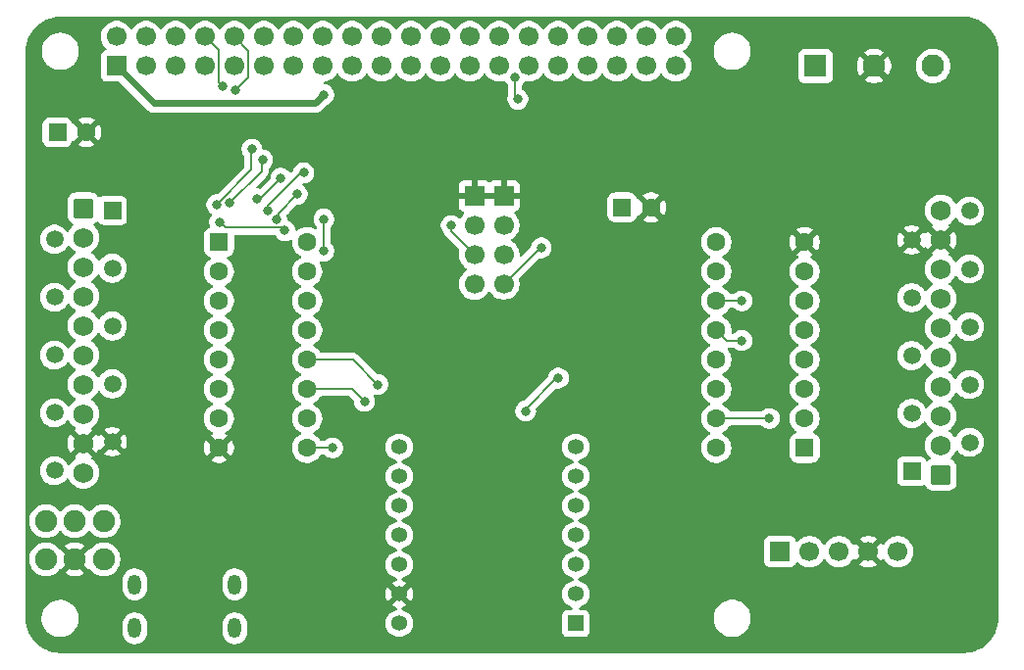
<source format=gbr>
%TF.GenerationSoftware,KiCad,Pcbnew,9.0.6*%
%TF.CreationDate,2025-11-29T13:47:23-05:00*%
%TF.ProjectId,SPI_Hat,5350495f-4861-4742-9e6b-696361645f70,rev?*%
%TF.SameCoordinates,Original*%
%TF.FileFunction,Copper,L2,Bot*%
%TF.FilePolarity,Positive*%
%FSLAX46Y46*%
G04 Gerber Fmt 4.6, Leading zero omitted, Abs format (unit mm)*
G04 Created by KiCad (PCBNEW 9.0.6) date 2025-11-29 13:47:23*
%MOMM*%
%LPD*%
G01*
G04 APERTURE LIST*
G04 Aperture macros list*
%AMRoundRect*
0 Rectangle with rounded corners*
0 $1 Rounding radius*
0 $2 $3 $4 $5 $6 $7 $8 $9 X,Y pos of 4 corners*
0 Add a 4 corners polygon primitive as box body*
4,1,4,$2,$3,$4,$5,$6,$7,$8,$9,$2,$3,0*
0 Add four circle primitives for the rounded corners*
1,1,$1+$1,$2,$3*
1,1,$1+$1,$4,$5*
1,1,$1+$1,$6,$7*
1,1,$1+$1,$8,$9*
0 Add four rect primitives between the rounded corners*
20,1,$1+$1,$2,$3,$4,$5,0*
20,1,$1+$1,$4,$5,$6,$7,0*
20,1,$1+$1,$6,$7,$8,$9,0*
20,1,$1+$1,$8,$9,$2,$3,0*%
G04 Aperture macros list end*
%TA.AperFunction,ComponentPad*%
%ADD10R,1.700000X1.700000*%
%TD*%
%TA.AperFunction,ComponentPad*%
%ADD11C,1.700000*%
%TD*%
%TA.AperFunction,ComponentPad*%
%ADD12O,1.150000X1.750000*%
%TD*%
%TA.AperFunction,ComponentPad*%
%ADD13R,1.358000X1.358000*%
%TD*%
%TA.AperFunction,ComponentPad*%
%ADD14C,1.358000*%
%TD*%
%TA.AperFunction,ComponentPad*%
%ADD15RoundRect,0.250000X0.550000X0.550000X-0.550000X0.550000X-0.550000X-0.550000X0.550000X-0.550000X0*%
%TD*%
%TA.AperFunction,ComponentPad*%
%ADD16C,1.600000*%
%TD*%
%TA.AperFunction,ComponentPad*%
%ADD17R,1.508000X1.508000*%
%TD*%
%TA.AperFunction,ComponentPad*%
%ADD18C,1.508000*%
%TD*%
%TA.AperFunction,ComponentPad*%
%ADD19RoundRect,0.250000X-0.550000X-0.550000X0.550000X-0.550000X0.550000X0.550000X-0.550000X0.550000X0*%
%TD*%
%TA.AperFunction,ComponentPad*%
%ADD20RoundRect,0.250000X0.620000X-0.620000X0.620000X0.620000X-0.620000X0.620000X-0.620000X-0.620000X0*%
%TD*%
%TA.AperFunction,ComponentPad*%
%ADD21C,1.740000*%
%TD*%
%TA.AperFunction,ComponentPad*%
%ADD22C,1.900000*%
%TD*%
%TA.AperFunction,ComponentPad*%
%ADD23R,1.950000X1.950000*%
%TD*%
%TA.AperFunction,ComponentPad*%
%ADD24C,1.950000*%
%TD*%
%TA.AperFunction,ComponentPad*%
%ADD25RoundRect,0.250000X-0.620000X0.620000X-0.620000X-0.620000X0.620000X-0.620000X0.620000X0.620000X0*%
%TD*%
%TA.AperFunction,ViaPad*%
%ADD26C,0.800000*%
%TD*%
%TA.AperFunction,Conductor*%
%ADD27C,0.600000*%
%TD*%
%TA.AperFunction,Conductor*%
%ADD28C,0.200000*%
%TD*%
G04 APERTURE END LIST*
D10*
%TO.P,J1,1,Pin_1*%
%TO.N,+3.3VA*%
X104370000Y-79770000D03*
D11*
%TO.P,J1,2,Pin_2*%
%TO.N,+5VA*%
X104370000Y-77230000D03*
%TO.P,J1,3,GPIO2*%
%TO.N,Net-(J1-GPIO2)*%
X106910000Y-79770000D03*
%TO.P,J1,4,Pin_4*%
%TO.N,+5VA*%
X106910000Y-77230000D03*
%TO.P,J1,5,GPIO3*%
%TO.N,Net-(J1-GPIO3)*%
X109450000Y-79770000D03*
%TO.P,J1,6,Pin_6*%
%TO.N,unconnected-(J1-Pin_6-Pad6)*%
X109450000Y-77230000D03*
%TO.P,J1,7,Pin_7*%
%TO.N,Net-(J1-Pin_7)*%
X111990000Y-79770000D03*
%TO.P,J1,8,Pin_8*%
%TO.N,Net-(J1-Pin_8)*%
X111990000Y-77230000D03*
%TO.P,J1,9,Pin_9*%
%TO.N,unconnected-(J1-Pin_9-Pad9)*%
X114530000Y-79770000D03*
%TO.P,J1,10,Pin_10*%
%TO.N,Net-(J1-Pin_10)*%
X114530000Y-77230000D03*
%TO.P,J1,11,Pin_11*%
%TO.N,Net-(J1-Pin_11)*%
X117070000Y-79770000D03*
%TO.P,J1,12,Pin_12*%
%TO.N,unconnected-(J1-Pin_12-Pad12)*%
X117070000Y-77230000D03*
%TO.P,J1,13,Pin_13*%
%TO.N,Net-(J1-Pin_13)*%
X119610000Y-79770000D03*
%TO.P,J1,14,Pin_14*%
%TO.N,unconnected-(J1-Pin_14-Pad14)*%
X119610000Y-77230000D03*
%TO.P,J1,15,Pin_15*%
%TO.N,Net-(J1-Pin_15)*%
X122150000Y-79770000D03*
%TO.P,J1,16,Pin_16*%
%TO.N,unconnected-(J1-Pin_16-Pad16)*%
X122150000Y-77230000D03*
%TO.P,J1,17,Pin_17*%
%TO.N,unconnected-(J1-Pin_17-Pad17)*%
X124690000Y-79770000D03*
%TO.P,J1,18,Pin_18*%
%TO.N,unconnected-(J1-Pin_18-Pad18)*%
X124690000Y-77230000D03*
%TO.P,J1,19,Pin_19*%
%TO.N,unconnected-(J1-Pin_19-Pad19)*%
X127230000Y-79770000D03*
%TO.P,J1,20,Pin_20*%
%TO.N,unconnected-(J1-Pin_20-Pad20)*%
X127230000Y-77230000D03*
%TO.P,J1,21,Pin_21*%
%TO.N,unconnected-(J1-Pin_21-Pad21)*%
X129770000Y-79770000D03*
%TO.P,J1,22,Pin_22*%
%TO.N,unconnected-(J1-Pin_22-Pad22)*%
X129770000Y-77230000D03*
%TO.P,J1,23,Pin_23*%
%TO.N,unconnected-(J1-Pin_23-Pad23)*%
X132310000Y-79770000D03*
%TO.P,J1,24,Pin_24*%
%TO.N,unconnected-(J1-Pin_24-Pad24)*%
X132310000Y-77230000D03*
%TO.P,J1,25,Pin_25*%
%TO.N,unconnected-(J1-Pin_25-Pad25)*%
X134850000Y-79770000D03*
%TO.P,J1,26,Pin_26*%
%TO.N,unconnected-(J1-Pin_26-Pad26)*%
X134850000Y-77230000D03*
%TO.P,J1,27,Pin_27*%
%TO.N,unconnected-(J1-Pin_27-Pad27)*%
X137390000Y-79770000D03*
%TO.P,J1,28,Pin_28*%
%TO.N,unconnected-(J1-Pin_28-Pad28)*%
X137390000Y-77230000D03*
%TO.P,J1,29,Pin_29*%
%TO.N,unconnected-(J1-Pin_29-Pad29)*%
X139930000Y-79770000D03*
%TO.P,J1,30,Pin_30*%
%TO.N,unconnected-(J1-Pin_30-Pad30)*%
X139930000Y-77230000D03*
%TO.P,J1,31,Pin_31*%
%TO.N,unconnected-(J1-Pin_31-Pad31)*%
X142470000Y-79770000D03*
%TO.P,J1,32,Pin_32*%
%TO.N,unconnected-(J1-Pin_32-Pad32)*%
X142470000Y-77230000D03*
%TO.P,J1,33,Pin_33*%
%TO.N,unconnected-(J1-Pin_33-Pad33)*%
X145010000Y-79770000D03*
%TO.P,J1,34,Pin_34*%
%TO.N,unconnected-(J1-Pin_34-Pad34)*%
X145010000Y-77230000D03*
%TO.P,J1,35,Pin_35*%
%TO.N,unconnected-(J1-Pin_35-Pad35)*%
X147550000Y-79770000D03*
%TO.P,J1,36,Pin_36*%
%TO.N,unconnected-(J1-Pin_36-Pad36)*%
X147550000Y-77230000D03*
%TO.P,J1,37,Pin_37*%
%TO.N,unconnected-(J1-Pin_37-Pad37)*%
X150090000Y-79770000D03*
%TO.P,J1,38,Pin_38*%
%TO.N,unconnected-(J1-Pin_38-Pad38)*%
X150090000Y-77230000D03*
%TO.P,J1,39,Pin_39*%
%TO.N,unconnected-(J1-Pin_39-Pad39)*%
X152630000Y-79770000D03*
%TO.P,J1,40,Pin_40*%
%TO.N,unconnected-(J1-Pin_40-Pad40)*%
X152630000Y-77230000D03*
%TD*%
D12*
%TO.P,5v_in1,SH1,SHIELD*%
%TO.N,unconnected-(5v_in1-SHIELD-PadSH1)*%
X105930000Y-124580000D03*
%TO.P,5v_in1,SH2,SHIELD__1*%
%TO.N,unconnected-(5v_in1-SHIELD__1-PadSH2)*%
X114570000Y-124580000D03*
%TO.P,5v_in1,SH3,SHIELD__2*%
%TO.N,unconnected-(5v_in1-SHIELD__2-PadSH3)*%
X105930000Y-128380000D03*
%TO.P,5v_in1,SH4,SHIELD__3*%
%TO.N,unconnected-(5v_in1-SHIELD__3-PadSH4)*%
X114570000Y-128380000D03*
%TD*%
D13*
%TO.P,U3,1,D0*%
%TO.N,unconnected-(U3-D0-Pad1)*%
X143990000Y-127953000D03*
D14*
%TO.P,U3,2,D1*%
%TO.N,Net-(U3-D1)*%
X143990000Y-125413000D03*
%TO.P,U3,3,D2*%
%TO.N,unconnected-(U3-D2-Pad3)*%
X143990000Y-122873000D03*
%TO.P,U3,4,D3*%
%TO.N,unconnected-(U3-D3-Pad4)*%
X143990000Y-120333000D03*
%TO.P,U3,5,D4*%
%TO.N,unconnected-(U3-D4-Pad5)*%
X143990000Y-117793000D03*
%TO.P,U3,6,D5*%
%TO.N,unconnected-(U3-D5-Pad6)*%
X143990000Y-115253000D03*
%TO.P,U3,7,TX_D6*%
%TO.N,Net-(J1-Pin_10)*%
X143990000Y-112713000D03*
%TO.P,U3,8,RX_D7*%
%TO.N,Net-(J1-Pin_8)*%
X128750000Y-112713000D03*
%TO.P,U3,9,D8*%
%TO.N,unconnected-(U3-D8-Pad9)*%
X128750000Y-115253000D03*
%TO.P,U3,10,D9*%
%TO.N,unconnected-(U3-D9-Pad10)*%
X128750000Y-117793000D03*
%TO.P,U3,11,D10*%
%TO.N,Net-(U3-D10)*%
X128750000Y-120333000D03*
%TO.P,U3,12,VCC_3V3*%
%TO.N,unconnected-(U3-VCC_3V3-Pad12)*%
X128750000Y-122873000D03*
%TO.P,U3,13,GND*%
%TO.N,GND*%
X128750000Y-125413000D03*
%TO.P,U3,14,VUSB*%
%TO.N,+5VA*%
X128750000Y-127953000D03*
%TD*%
D15*
%TO.P,U2,1,QB*%
%TO.N,Net-(J3-Pin_2)*%
X163750000Y-112780000D03*
D16*
%TO.P,U2,2,QC*%
%TO.N,Net-(J3-Pin_3)*%
X163750000Y-110240000D03*
%TO.P,U2,3,QD*%
%TO.N,Net-(J3-Pin_4)*%
X163750000Y-107700000D03*
%TO.P,U2,4,QE*%
%TO.N,Net-(J3-Pin_5)*%
X163750000Y-105160000D03*
%TO.P,U2,5,QF*%
%TO.N,Net-(J3-Pin_6)*%
X163750000Y-102620000D03*
%TO.P,U2,6,QG*%
%TO.N,Net-(J3-Pin_7)*%
X163750000Y-100080000D03*
%TO.P,U2,7,QH*%
%TO.N,Net-(J3-Pin_8)*%
X163750000Y-97540000D03*
%TO.P,U2,8,GND*%
%TO.N,GND*%
X163750000Y-95000000D03*
%TO.P,U2,9,QH'*%
%TO.N,Net-(J7-Pin_3)*%
X156130000Y-95000000D03*
%TO.P,U2,10,~{SRCLR}*%
%TO.N,+5VA*%
X156130000Y-97540000D03*
%TO.P,U2,11,SRCLK*%
%TO.N,Net-(J1-Pin_7)*%
X156130000Y-100080000D03*
%TO.P,U2,12,RCLK*%
%TO.N,Net-(J1-Pin_15)*%
X156130000Y-102620000D03*
%TO.P,U2,13,~{OE}*%
%TO.N,Net-(U2-~{OE})*%
X156130000Y-105160000D03*
%TO.P,U2,14,SER*%
%TO.N,Net-(U1-QH')*%
X156130000Y-107700000D03*
%TO.P,U2,15,QA*%
%TO.N,Net-(J3-Pin_1)*%
X156130000Y-110240000D03*
%TO.P,U2,16,VCC*%
%TO.N,+5VA*%
X156130000Y-112780000D03*
%TD*%
D17*
%TO.P,J3,1,Pin_1*%
%TO.N,Net-(J3-Pin_1)*%
X173000000Y-114810000D03*
D18*
%TO.P,J3,2,Pin_2*%
%TO.N,Net-(J3-Pin_2)*%
X178000000Y-112310000D03*
%TO.P,J3,3,Pin_3*%
%TO.N,Net-(J3-Pin_3)*%
X173000000Y-109810000D03*
%TO.P,J3,4,Pin_4*%
%TO.N,Net-(J3-Pin_4)*%
X178000000Y-107310000D03*
%TO.P,J3,5,Pin_5*%
%TO.N,Net-(J3-Pin_5)*%
X173000000Y-104810000D03*
%TO.P,J3,6,Pin_6*%
%TO.N,Net-(J3-Pin_6)*%
X178000000Y-102310000D03*
%TO.P,J3,7,Pin_7*%
%TO.N,Net-(J3-Pin_7)*%
X173000000Y-99810000D03*
%TO.P,J3,8,Pin_8*%
%TO.N,Net-(J3-Pin_8)*%
X178000000Y-97310000D03*
%TO.P,J3,9,Pin_9*%
%TO.N,GND*%
X173000000Y-94810000D03*
%TO.P,J3,10,Pin_10*%
%TO.N,+5VA*%
X178000000Y-92310000D03*
%TD*%
D19*
%TO.P,C4,1*%
%TO.N,+5VA*%
X99250000Y-85500000D03*
D16*
%TO.P,C4,2*%
%TO.N,GND*%
X101750000Y-85500000D03*
%TD*%
D19*
%TO.P,U1,1,QB*%
%TO.N,Net-(J2-Pin_2)*%
X113190000Y-95000000D03*
D16*
%TO.P,U1,2,QC*%
%TO.N,Net-(J2-Pin_3)*%
X113190000Y-97540000D03*
%TO.P,U1,3,QD*%
%TO.N,Net-(J2-Pin_4)*%
X113190000Y-100080000D03*
%TO.P,U1,4,QE*%
%TO.N,Net-(J2-Pin_5)*%
X113190000Y-102620000D03*
%TO.P,U1,5,QF*%
%TO.N,Net-(J2-Pin_6)*%
X113190000Y-105160000D03*
%TO.P,U1,6,QG*%
%TO.N,Net-(J2-Pin_7)*%
X113190000Y-107700000D03*
%TO.P,U1,7,QH*%
%TO.N,Net-(J2-Pin_8)*%
X113190000Y-110240000D03*
%TO.P,U1,8,GND*%
%TO.N,GND*%
X113190000Y-112780000D03*
%TO.P,U1,9,QH'*%
%TO.N,Net-(U1-QH')*%
X120810000Y-112780000D03*
%TO.P,U1,10,~{SRCLR}*%
%TO.N,+5VA*%
X120810000Y-110240000D03*
%TO.P,U1,11,SRCLK*%
%TO.N,Net-(J1-Pin_7)*%
X120810000Y-107700000D03*
%TO.P,U1,12,RCLK*%
%TO.N,Net-(J1-Pin_15)*%
X120810000Y-105160000D03*
%TO.P,U1,13,~{OE}*%
%TO.N,Net-(J1-Pin_11)*%
X120810000Y-102620000D03*
%TO.P,U1,14,SER*%
%TO.N,Net-(J1-Pin_13)*%
X120810000Y-100080000D03*
%TO.P,U1,15,QA*%
%TO.N,Net-(J2-Pin_1)*%
X120810000Y-97540000D03*
%TO.P,U1,16,VCC*%
%TO.N,+5VA*%
X120810000Y-95000000D03*
%TD*%
D10*
%TO.P,J7,1,Pin_1*%
%TO.N,Net-(J1-Pin_15)*%
X161630000Y-121750000D03*
D11*
%TO.P,J7,2,Pin_2*%
%TO.N,Net-(J1-Pin_7)*%
X164170000Y-121750000D03*
%TO.P,J7,3,Pin_3*%
%TO.N,Net-(J7-Pin_3)*%
X166710000Y-121750000D03*
%TO.P,J7,4,Pin_4*%
%TO.N,GND*%
X169250000Y-121750000D03*
%TO.P,J7,5,Pin_5*%
%TO.N,+5VA*%
X171790000Y-121750000D03*
%TD*%
D20*
%TO.P,J9,1,Pin_1*%
%TO.N,Net-(J3-Pin_1)*%
X175500000Y-115110000D03*
D21*
%TO.P,J9,2,Pin_2*%
%TO.N,Net-(J3-Pin_2)*%
X175500000Y-112570000D03*
%TO.P,J9,3,Pin_3*%
%TO.N,Net-(J3-Pin_3)*%
X175500000Y-110030000D03*
%TO.P,J9,4,Pin_4*%
%TO.N,Net-(J3-Pin_4)*%
X175500000Y-107490000D03*
%TO.P,J9,5,Pin_5*%
%TO.N,Net-(J3-Pin_5)*%
X175500000Y-104950000D03*
%TO.P,J9,6,Pin_6*%
%TO.N,Net-(J3-Pin_6)*%
X175500000Y-102410000D03*
%TO.P,J9,7,Pin_7*%
%TO.N,Net-(J3-Pin_7)*%
X175500000Y-99870000D03*
%TO.P,J9,8,Pin_8*%
%TO.N,Net-(J3-Pin_8)*%
X175500000Y-97330000D03*
%TO.P,J9,9,Pin_9*%
%TO.N,GND*%
X175500000Y-94790000D03*
%TO.P,J9,10,Pin_10*%
%TO.N,+5VA*%
X175500000Y-92250000D03*
%TD*%
D19*
%TO.P,C3,1*%
%TO.N,+3.3VA*%
X148000000Y-92000000D03*
D16*
%TO.P,C3,2*%
%TO.N,GND*%
X150500000Y-92000000D03*
%TD*%
D22*
%TO.P,SW1,1,A*%
%TO.N,unconnected-(SW1-A-Pad1)*%
X98250000Y-122400000D03*
%TO.P,SW1,2,B*%
%TO.N,GND*%
X100750000Y-122400000D03*
%TO.P,SW1,3,C*%
%TO.N,Net-(5v_in1-GND_A)*%
X103250000Y-122400000D03*
%TO.P,SW1,4,C*%
%TO.N,unconnected-(SW1-C-Pad4)*%
X98250000Y-119100000D03*
%TO.P,SW1,5,B*%
%TO.N,+5VA*%
X100750000Y-119100000D03*
%TO.P,SW1,6,A*%
%TO.N,Net-(5v_in1-VBUS_A)*%
X103250000Y-119100000D03*
%TD*%
D23*
%TO.P,J6,1,Pin_1*%
%TO.N,+5VA*%
X164682500Y-79775000D03*
D24*
%TO.P,J6,2,Pin_2*%
%TO.N,GND*%
X169762500Y-79775000D03*
%TO.P,J6,3,Pin_3*%
%TO.N,Net-(J6-Pin_3)*%
X174842500Y-79775000D03*
%TD*%
D10*
%TO.P,J4,1,Pin_1*%
%TO.N,GND*%
X137790000Y-90990000D03*
D11*
%TO.P,J4,2,Pin_2*%
%TO.N,+5VA*%
X137790000Y-93530000D03*
%TO.P,J4,3,Pin_3*%
%TO.N,Net-(J4-Pin_3)*%
X137790000Y-96070000D03*
%TO.P,J4,4,Pin_4*%
%TO.N,Net-(J4-Pin_4)*%
X137790000Y-98610000D03*
%TD*%
D10*
%TO.P,J5,1,Pin_1*%
%TO.N,GND*%
X135250000Y-91000000D03*
D11*
%TO.P,J5,2,Pin_2*%
%TO.N,+5VA*%
X135250000Y-93540000D03*
%TO.P,J5,3,Pin_3*%
%TO.N,Net-(J4-Pin_3)*%
X135250000Y-96080000D03*
%TO.P,J5,4,Pin_4*%
%TO.N,Net-(J4-Pin_4)*%
X135250000Y-98620000D03*
%TD*%
D17*
%TO.P,J2,1,Pin_1*%
%TO.N,Net-(J2-Pin_1)*%
X104000000Y-92250000D03*
D18*
%TO.P,J2,2,Pin_2*%
%TO.N,Net-(J2-Pin_2)*%
X99000000Y-94750000D03*
%TO.P,J2,3,Pin_3*%
%TO.N,Net-(J2-Pin_3)*%
X104000000Y-97250000D03*
%TO.P,J2,4,Pin_4*%
%TO.N,Net-(J2-Pin_4)*%
X99000000Y-99750000D03*
%TO.P,J2,5,Pin_5*%
%TO.N,Net-(J2-Pin_5)*%
X104000000Y-102250000D03*
%TO.P,J2,6,Pin_6*%
%TO.N,Net-(J2-Pin_6)*%
X99000000Y-104750000D03*
%TO.P,J2,7,Pin_7*%
%TO.N,Net-(J2-Pin_7)*%
X104000000Y-107250000D03*
%TO.P,J2,8,Pin_8*%
%TO.N,Net-(J2-Pin_8)*%
X99000000Y-109750000D03*
%TO.P,J2,9,Pin_9*%
%TO.N,GND*%
X104000000Y-112250000D03*
%TO.P,J2,10,Pin_10*%
%TO.N,+5VA*%
X99000000Y-114750000D03*
%TD*%
D25*
%TO.P,J8,1,Pin_1*%
%TO.N,Net-(J2-Pin_1)*%
X101500000Y-92070000D03*
D21*
%TO.P,J8,2,Pin_2*%
%TO.N,Net-(J2-Pin_2)*%
X101500000Y-94610000D03*
%TO.P,J8,3,Pin_3*%
%TO.N,Net-(J2-Pin_3)*%
X101500000Y-97150000D03*
%TO.P,J8,4,Pin_4*%
%TO.N,Net-(J2-Pin_4)*%
X101500000Y-99690000D03*
%TO.P,J8,5,Pin_5*%
%TO.N,Net-(J2-Pin_5)*%
X101500000Y-102230000D03*
%TO.P,J8,6,Pin_6*%
%TO.N,Net-(J2-Pin_6)*%
X101500000Y-104770000D03*
%TO.P,J8,7,Pin_7*%
%TO.N,Net-(J2-Pin_7)*%
X101500000Y-107310000D03*
%TO.P,J8,8,Pin_8*%
%TO.N,Net-(J2-Pin_8)*%
X101500000Y-109850000D03*
%TO.P,J8,9,Pin_9*%
%TO.N,GND*%
X101500000Y-112390000D03*
%TO.P,J8,10,Pin_10*%
%TO.N,+5VA*%
X101500000Y-114930000D03*
%TD*%
D26*
%TO.N,GND*%
X163363603Y-89363603D03*
X127500000Y-97250000D03*
X150000000Y-109462500D03*
X114250000Y-119750000D03*
X107000000Y-85500000D03*
X120750000Y-121750000D03*
X128000000Y-82750000D03*
%TO.N,+3.3VA*%
X122250000Y-82250000D03*
%TO.N,Net-(J2-Pin_1)*%
X113250000Y-93250000D03*
X118883372Y-94000000D03*
%TO.N,Net-(J3-Pin_1)*%
X160700000Y-110240000D03*
%TO.N,Net-(J1-GPIO2)*%
X138750000Y-80750000D03*
X139000000Y-82650000D03*
%TO.N,Net-(J1-Pin_11)*%
X119939963Y-90867227D03*
X118183372Y-93000000D03*
%TO.N,Net-(J1-Pin_13)*%
X122250000Y-93000000D03*
X122250000Y-95775000D03*
%TO.N,Net-(J1-Pin_15)*%
X120502000Y-89008626D03*
X117451000Y-92250000D03*
X126898584Y-107300000D03*
X158331000Y-103500000D03*
%TO.N,Net-(J1-Pin_7)*%
X158330000Y-100080000D03*
X118536368Y-89463632D03*
X125750000Y-108750000D03*
X116500000Y-91250000D03*
%TO.N,Net-(J4-Pin_3)*%
X133247793Y-93575000D03*
%TO.N,Net-(J4-Pin_4)*%
X141016397Y-95483603D03*
%TO.N,Net-(U3-D10)*%
X142500000Y-106750000D03*
X139666500Y-109601000D03*
%TO.N,Net-(U1-QH')*%
X123011000Y-112780000D03*
%TO.N,Net-(J1-Pin_8)*%
X113000000Y-91750000D03*
X113500000Y-81500000D03*
X116036368Y-86963632D03*
%TO.N,Net-(J1-Pin_10)*%
X114630025Y-81869975D03*
X116973515Y-87900778D03*
X114119975Y-91619975D03*
%TD*%
D27*
%TO.N,+3.3VA*%
X107600000Y-83000000D02*
X121500000Y-83000000D01*
X121500000Y-83000000D02*
X122250000Y-82250000D01*
X104370000Y-79770000D02*
X107600000Y-83000000D01*
D28*
%TO.N,Net-(J2-Pin_1)*%
X113750000Y-93750000D02*
X113250000Y-93250000D01*
X118883372Y-94000000D02*
X118633372Y-93750000D01*
X118633372Y-93750000D02*
X113750000Y-93750000D01*
%TO.N,Net-(J3-Pin_1)*%
X160700000Y-110240000D02*
X156130000Y-110240000D01*
%TO.N,Net-(J1-GPIO2)*%
X138750000Y-80750000D02*
X138750000Y-82400000D01*
X138750000Y-82400000D02*
X139000000Y-82650000D01*
%TO.N,Net-(J1-Pin_11)*%
X119939963Y-90867227D02*
X118301027Y-92506163D01*
X118301027Y-92506163D02*
X118301027Y-92882345D01*
X118301027Y-92882345D02*
X118183372Y-93000000D01*
%TO.N,Net-(J1-Pin_13)*%
X122250000Y-93000000D02*
X122250000Y-95775000D01*
%TO.N,Net-(J1-Pin_15)*%
X120267627Y-89008626D02*
X117451000Y-91825253D01*
X120502000Y-89008626D02*
X120267627Y-89008626D01*
X158331000Y-103500000D02*
X157010000Y-103500000D01*
X157010000Y-103500000D02*
X156130000Y-102620000D01*
X124758584Y-105160000D02*
X126898584Y-107300000D01*
X120810000Y-105160000D02*
X124758584Y-105160000D01*
X117451000Y-91825253D02*
X117451000Y-92250000D01*
%TO.N,Net-(J1-Pin_7)*%
X118536368Y-89463632D02*
X116750000Y-91250000D01*
X158241000Y-100000000D02*
X158161000Y-100080000D01*
X125750000Y-108750000D02*
X124700000Y-107700000D01*
X158330000Y-100080000D02*
X158250000Y-100000000D01*
X124700000Y-107700000D02*
X120810000Y-107700000D01*
X116750000Y-91250000D02*
X116500000Y-91250000D01*
X158161000Y-100080000D02*
X156130000Y-100080000D01*
X158250000Y-100000000D02*
X158241000Y-100000000D01*
%TO.N,Net-(J4-Pin_3)*%
X133247793Y-94077793D02*
X135250000Y-96080000D01*
X133247793Y-93575000D02*
X133247793Y-94077793D01*
%TO.N,Net-(J4-Pin_4)*%
X141016397Y-95483603D02*
X140916397Y-95483603D01*
X140916397Y-95483603D02*
X137790000Y-98610000D01*
%TO.N,Net-(U3-D10)*%
X139666500Y-109416500D02*
X139666500Y-109601000D01*
X142333000Y-106750000D02*
X139666500Y-109416500D01*
X142500000Y-106750000D02*
X142333000Y-106750000D01*
%TO.N,Net-(U1-QH')*%
X123011000Y-112780000D02*
X120810000Y-112780000D01*
%TO.N,Net-(J1-Pin_8)*%
X113141000Y-81141000D02*
X113500000Y-81500000D01*
X116000000Y-87000000D02*
X116000000Y-88750000D01*
X111990000Y-77230000D02*
X113141000Y-78381000D01*
X116000000Y-88750000D02*
X113000000Y-91750000D01*
X116036368Y-86963632D02*
X116000000Y-87000000D01*
X113141000Y-78381000D02*
X113141000Y-81141000D01*
%TO.N,Net-(J1-Pin_10)*%
X115750000Y-80750000D02*
X114630025Y-81869975D01*
X116874293Y-88000000D02*
X116874293Y-88865657D01*
X116973515Y-87900778D02*
X116874293Y-88000000D01*
X114530000Y-77230000D02*
X115750000Y-78450000D01*
X116874293Y-88865657D02*
X114119975Y-91619975D01*
X115750000Y-78450000D02*
X115750000Y-80750000D01*
%TD*%
%TA.AperFunction,Conductor*%
%TO.N,GND*%
G36*
X137324075Y-90797007D02*
G01*
X137290000Y-90924174D01*
X137290000Y-91055826D01*
X137324075Y-91182993D01*
X137356988Y-91240000D01*
X136708120Y-91240000D01*
X136694996Y-91247166D01*
X136668638Y-91250000D01*
X135683012Y-91250000D01*
X135715925Y-91192993D01*
X135750000Y-91065826D01*
X135750000Y-90934174D01*
X135715925Y-90807007D01*
X135683012Y-90750000D01*
X136331880Y-90750000D01*
X136345004Y-90742834D01*
X136371362Y-90740000D01*
X137356988Y-90740000D01*
X137324075Y-90797007D01*
G37*
%TD.AperFunction*%
%TA.AperFunction,Conductor*%
G36*
X177503244Y-75500670D02*
G01*
X177807046Y-75516592D01*
X177819953Y-75517949D01*
X177951089Y-75538718D01*
X178117209Y-75565028D01*
X178129896Y-75567724D01*
X178420625Y-75645625D01*
X178432965Y-75649635D01*
X178713938Y-75757490D01*
X178725790Y-75762767D01*
X178993968Y-75899411D01*
X179005199Y-75905896D01*
X179116912Y-75978443D01*
X179257608Y-76069812D01*
X179268109Y-76077441D01*
X179502010Y-76266850D01*
X179511655Y-76275535D01*
X179724464Y-76488344D01*
X179733149Y-76497989D01*
X179922558Y-76731890D01*
X179930187Y-76742391D01*
X180094101Y-76994796D01*
X180100591Y-77006036D01*
X180237231Y-77274206D01*
X180242510Y-77286064D01*
X180350363Y-77567033D01*
X180354374Y-77579376D01*
X180432273Y-77870097D01*
X180434971Y-77882794D01*
X180482050Y-78180046D01*
X180483407Y-78192953D01*
X180499330Y-78496756D01*
X180499500Y-78503246D01*
X180499500Y-127496753D01*
X180499330Y-127503243D01*
X180483407Y-127807046D01*
X180482050Y-127819953D01*
X180434971Y-128117205D01*
X180432273Y-128129902D01*
X180354374Y-128420623D01*
X180350363Y-128432966D01*
X180242510Y-128713935D01*
X180237231Y-128725793D01*
X180100591Y-128993963D01*
X180094101Y-129005203D01*
X179930187Y-129257608D01*
X179922558Y-129268109D01*
X179733149Y-129502010D01*
X179724464Y-129511655D01*
X179511655Y-129724464D01*
X179502010Y-129733149D01*
X179268109Y-129922558D01*
X179257608Y-129930187D01*
X179005203Y-130094101D01*
X178993963Y-130100591D01*
X178725793Y-130237231D01*
X178713935Y-130242510D01*
X178432966Y-130350363D01*
X178420623Y-130354374D01*
X178129902Y-130432273D01*
X178117205Y-130434971D01*
X177819953Y-130482050D01*
X177807046Y-130483407D01*
X177503244Y-130499330D01*
X177496754Y-130499500D01*
X99503246Y-130499500D01*
X99496756Y-130499330D01*
X99192953Y-130483407D01*
X99180046Y-130482050D01*
X98882794Y-130434971D01*
X98870097Y-130432273D01*
X98579376Y-130354374D01*
X98567033Y-130350363D01*
X98286064Y-130242510D01*
X98274206Y-130237231D01*
X98006036Y-130100591D01*
X97994796Y-130094101D01*
X97742391Y-129930187D01*
X97731890Y-129922558D01*
X97497989Y-129733149D01*
X97488344Y-129724464D01*
X97275535Y-129511655D01*
X97266850Y-129502010D01*
X97077441Y-129268109D01*
X97069812Y-129257608D01*
X96988565Y-129132499D01*
X96905896Y-129005199D01*
X96899408Y-128993963D01*
X96897157Y-128989546D01*
X96762767Y-128725790D01*
X96757489Y-128713935D01*
X96744410Y-128679864D01*
X96649635Y-128432965D01*
X96645625Y-128420623D01*
X96641646Y-128405773D01*
X96567724Y-128129896D01*
X96565028Y-128117205D01*
X96564580Y-128114379D01*
X96519248Y-127828153D01*
X96517949Y-127819953D01*
X96516592Y-127807046D01*
X96500670Y-127503243D01*
X96500500Y-127496753D01*
X96500500Y-127399164D01*
X97874374Y-127399164D01*
X97874374Y-127651088D01*
X97878447Y-127676803D01*
X97913784Y-127899911D01*
X97991634Y-128139509D01*
X98070287Y-128293873D01*
X98093203Y-128338848D01*
X98106006Y-128363974D01*
X98254075Y-128567775D01*
X98254079Y-128567780D01*
X98432219Y-128745920D01*
X98432224Y-128745924D01*
X98579147Y-128852669D01*
X98636029Y-128893996D01*
X98769098Y-128961798D01*
X98860490Y-129008365D01*
X98860492Y-129008365D01*
X98860495Y-129008367D01*
X99100089Y-129086216D01*
X99348912Y-129125626D01*
X99348913Y-129125626D01*
X99600835Y-129125626D01*
X99600836Y-129125626D01*
X99849659Y-129086216D01*
X100089253Y-129008367D01*
X100313719Y-128893996D01*
X100517530Y-128745919D01*
X100695667Y-128567782D01*
X100843744Y-128363971D01*
X100958115Y-128139505D01*
X101004954Y-127995350D01*
X104854500Y-127995350D01*
X104854500Y-128764649D01*
X104880981Y-128931847D01*
X104933296Y-129092853D01*
X105010152Y-129243688D01*
X105109648Y-129380634D01*
X105109652Y-129380639D01*
X105229360Y-129500347D01*
X105229365Y-129500351D01*
X105348817Y-129587137D01*
X105366315Y-129599850D01*
X105462425Y-129648820D01*
X105517146Y-129676703D01*
X105517148Y-129676703D01*
X105517151Y-129676705D01*
X105603450Y-129704745D01*
X105678152Y-129729018D01*
X105845351Y-129755500D01*
X105845356Y-129755500D01*
X106014649Y-129755500D01*
X106181847Y-129729018D01*
X106195863Y-129724464D01*
X106342849Y-129676705D01*
X106493685Y-129599850D01*
X106630641Y-129500346D01*
X106750346Y-129380641D01*
X106849850Y-129243685D01*
X106926705Y-129092849D01*
X106979018Y-128931847D01*
X106985013Y-128893996D01*
X107005500Y-128764649D01*
X107005500Y-127995350D01*
X113494500Y-127995350D01*
X113494500Y-128764649D01*
X113520981Y-128931847D01*
X113573296Y-129092853D01*
X113650152Y-129243688D01*
X113749648Y-129380634D01*
X113749652Y-129380639D01*
X113869360Y-129500347D01*
X113869365Y-129500351D01*
X113988817Y-129587137D01*
X114006315Y-129599850D01*
X114102425Y-129648820D01*
X114157146Y-129676703D01*
X114157148Y-129676703D01*
X114157151Y-129676705D01*
X114243450Y-129704745D01*
X114318152Y-129729018D01*
X114485351Y-129755500D01*
X114485356Y-129755500D01*
X114654649Y-129755500D01*
X114821847Y-129729018D01*
X114835863Y-129724464D01*
X114982849Y-129676705D01*
X115133685Y-129599850D01*
X115270641Y-129500346D01*
X115390346Y-129380641D01*
X115489850Y-129243685D01*
X115566705Y-129092849D01*
X115619018Y-128931847D01*
X115625013Y-128893996D01*
X115645500Y-128764649D01*
X115645500Y-127995350D01*
X115626390Y-127874697D01*
X115619018Y-127828152D01*
X115594745Y-127753450D01*
X115566705Y-127667151D01*
X115566703Y-127667148D01*
X115566703Y-127667146D01*
X115538820Y-127612425D01*
X115489850Y-127516315D01*
X115475637Y-127496753D01*
X115390351Y-127379365D01*
X115390347Y-127379360D01*
X115270639Y-127259652D01*
X115270634Y-127259648D01*
X115133688Y-127160152D01*
X115133687Y-127160151D01*
X115133685Y-127160150D01*
X115086582Y-127136150D01*
X114982853Y-127083296D01*
X114821847Y-127030981D01*
X114654649Y-127004500D01*
X114654644Y-127004500D01*
X114485356Y-127004500D01*
X114485351Y-127004500D01*
X114318152Y-127030981D01*
X114157146Y-127083296D01*
X114006311Y-127160152D01*
X113869365Y-127259648D01*
X113869360Y-127259652D01*
X113749652Y-127379360D01*
X113749648Y-127379365D01*
X113650152Y-127516311D01*
X113573296Y-127667146D01*
X113520981Y-127828152D01*
X113494500Y-127995350D01*
X107005500Y-127995350D01*
X106979018Y-127828152D01*
X106954745Y-127753450D01*
X106926705Y-127667151D01*
X106926703Y-127667148D01*
X106926703Y-127667146D01*
X106898820Y-127612425D01*
X106849850Y-127516315D01*
X106835637Y-127496753D01*
X106750351Y-127379365D01*
X106750347Y-127379360D01*
X106630639Y-127259652D01*
X106630634Y-127259648D01*
X106493688Y-127160152D01*
X106493687Y-127160151D01*
X106493685Y-127160150D01*
X106446582Y-127136150D01*
X106342853Y-127083296D01*
X106181847Y-127030981D01*
X106014649Y-127004500D01*
X106014644Y-127004500D01*
X105845356Y-127004500D01*
X105845351Y-127004500D01*
X105678152Y-127030981D01*
X105517146Y-127083296D01*
X105366311Y-127160152D01*
X105229365Y-127259648D01*
X105229360Y-127259652D01*
X105109652Y-127379360D01*
X105109648Y-127379365D01*
X105010152Y-127516311D01*
X104933296Y-127667146D01*
X104880981Y-127828152D01*
X104854500Y-127995350D01*
X101004954Y-127995350D01*
X101035964Y-127899911D01*
X101075374Y-127651088D01*
X101075374Y-127399164D01*
X101035964Y-127150341D01*
X100958115Y-126910747D01*
X100958113Y-126910744D01*
X100958113Y-126910742D01*
X100902982Y-126802543D01*
X100843744Y-126686281D01*
X100778833Y-126596938D01*
X100695672Y-126482476D01*
X100695668Y-126482471D01*
X100517528Y-126304331D01*
X100517523Y-126304327D01*
X100313722Y-126156258D01*
X100313721Y-126156257D01*
X100313719Y-126156256D01*
X100243621Y-126120539D01*
X100089257Y-126041886D01*
X99849659Y-125964036D01*
X99795765Y-125955500D01*
X99600836Y-125924626D01*
X99348912Y-125924626D01*
X99258727Y-125938910D01*
X99100088Y-125964036D01*
X98860490Y-126041886D01*
X98636025Y-126156258D01*
X98432224Y-126304327D01*
X98432219Y-126304331D01*
X98254079Y-126482471D01*
X98254075Y-126482476D01*
X98106006Y-126686277D01*
X97991634Y-126910742D01*
X97913784Y-127150340D01*
X97901780Y-127226128D01*
X97874374Y-127399164D01*
X96500500Y-127399164D01*
X96500500Y-124195350D01*
X104854500Y-124195350D01*
X104854500Y-124964649D01*
X104880981Y-125131847D01*
X104933296Y-125292853D01*
X105010152Y-125443688D01*
X105109648Y-125580634D01*
X105109652Y-125580639D01*
X105229360Y-125700347D01*
X105229365Y-125700351D01*
X105301947Y-125753084D01*
X105366315Y-125799850D01*
X105462425Y-125848820D01*
X105517146Y-125876703D01*
X105517148Y-125876703D01*
X105517151Y-125876705D01*
X105603450Y-125904745D01*
X105678152Y-125929018D01*
X105845351Y-125955500D01*
X105845356Y-125955500D01*
X106014649Y-125955500D01*
X106181847Y-125929018D01*
X106195364Y-125924626D01*
X106342849Y-125876705D01*
X106493685Y-125799850D01*
X106630641Y-125700346D01*
X106750346Y-125580641D01*
X106849850Y-125443685D01*
X106926705Y-125292849D01*
X106979018Y-125131847D01*
X106997214Y-125016963D01*
X107005500Y-124964649D01*
X107005500Y-124195350D01*
X113494500Y-124195350D01*
X113494500Y-124964649D01*
X113520981Y-125131847D01*
X113573296Y-125292853D01*
X113650152Y-125443688D01*
X113749648Y-125580634D01*
X113749652Y-125580639D01*
X113869360Y-125700347D01*
X113869365Y-125700351D01*
X113941947Y-125753084D01*
X114006315Y-125799850D01*
X114102425Y-125848820D01*
X114157146Y-125876703D01*
X114157148Y-125876703D01*
X114157151Y-125876705D01*
X114243450Y-125904745D01*
X114318152Y-125929018D01*
X114485351Y-125955500D01*
X114485356Y-125955500D01*
X114654649Y-125955500D01*
X114821847Y-125929018D01*
X114835364Y-125924626D01*
X114982849Y-125876705D01*
X115133685Y-125799850D01*
X115270641Y-125700346D01*
X115390346Y-125580641D01*
X115489850Y-125443685D01*
X115566705Y-125292849D01*
X115619018Y-125131847D01*
X115637214Y-125016963D01*
X115645500Y-124964649D01*
X115645500Y-124195350D01*
X115619018Y-124028152D01*
X115566703Y-123867146D01*
X115518565Y-123772672D01*
X115489850Y-123716315D01*
X115434512Y-123640148D01*
X115390351Y-123579365D01*
X115390347Y-123579360D01*
X115270639Y-123459652D01*
X115270634Y-123459648D01*
X115133688Y-123360152D01*
X115133687Y-123360151D01*
X115133685Y-123360150D01*
X115066213Y-123325771D01*
X114982853Y-123283296D01*
X114821847Y-123230981D01*
X114654649Y-123204500D01*
X114654644Y-123204500D01*
X114485356Y-123204500D01*
X114485351Y-123204500D01*
X114318152Y-123230981D01*
X114157146Y-123283296D01*
X114006311Y-123360152D01*
X113869365Y-123459648D01*
X113869360Y-123459652D01*
X113749652Y-123579360D01*
X113749648Y-123579365D01*
X113650152Y-123716311D01*
X113573296Y-123867146D01*
X113520981Y-124028152D01*
X113494500Y-124195350D01*
X107005500Y-124195350D01*
X106979018Y-124028152D01*
X106926703Y-123867146D01*
X106878565Y-123772672D01*
X106849850Y-123716315D01*
X106794512Y-123640148D01*
X106750351Y-123579365D01*
X106750347Y-123579360D01*
X106630639Y-123459652D01*
X106630634Y-123459648D01*
X106493688Y-123360152D01*
X106493687Y-123360151D01*
X106493685Y-123360150D01*
X106426213Y-123325771D01*
X106342853Y-123283296D01*
X106181847Y-123230981D01*
X106014649Y-123204500D01*
X106014644Y-123204500D01*
X105845356Y-123204500D01*
X105845351Y-123204500D01*
X105678152Y-123230981D01*
X105517146Y-123283296D01*
X105366311Y-123360152D01*
X105229365Y-123459648D01*
X105229360Y-123459652D01*
X105109652Y-123579360D01*
X105109648Y-123579365D01*
X105010152Y-123716311D01*
X104933296Y-123867146D01*
X104880981Y-124028152D01*
X104854500Y-124195350D01*
X96500500Y-124195350D01*
X96500500Y-122285837D01*
X96799500Y-122285837D01*
X96799500Y-122514162D01*
X96835215Y-122739660D01*
X96905770Y-122956803D01*
X96978988Y-123100500D01*
X97009421Y-123160228D01*
X97143621Y-123344937D01*
X97305063Y-123506379D01*
X97489772Y-123640579D01*
X97585884Y-123689550D01*
X97693196Y-123744229D01*
X97693198Y-123744229D01*
X97693201Y-123744231D01*
X97780724Y-123772669D01*
X97910339Y-123814784D01*
X98135838Y-123850500D01*
X98135843Y-123850500D01*
X98364162Y-123850500D01*
X98589660Y-123814784D01*
X98591165Y-123814295D01*
X98806799Y-123744231D01*
X99010228Y-123640579D01*
X99194937Y-123506379D01*
X99356379Y-123344937D01*
X99403462Y-123280132D01*
X99458788Y-123237470D01*
X99513507Y-123229403D01*
X99563137Y-123233309D01*
X100307861Y-122488584D01*
X100330667Y-122573694D01*
X100389910Y-122676306D01*
X100473694Y-122760090D01*
X100576306Y-122819333D01*
X100661414Y-122842137D01*
X99916688Y-123586862D01*
X99916689Y-123586863D01*
X99990030Y-123640148D01*
X100193395Y-123743769D01*
X100410455Y-123814295D01*
X100635884Y-123850000D01*
X100864116Y-123850000D01*
X101089544Y-123814295D01*
X101306604Y-123743769D01*
X101509966Y-123640150D01*
X101583309Y-123586862D01*
X101583310Y-123586862D01*
X100838585Y-122842138D01*
X100923694Y-122819333D01*
X101026306Y-122760090D01*
X101110090Y-122676306D01*
X101169333Y-122573694D01*
X101192138Y-122488585D01*
X101936862Y-123233309D01*
X101986493Y-123229404D01*
X102054870Y-123243768D01*
X102096539Y-123280136D01*
X102129696Y-123325771D01*
X102143621Y-123344937D01*
X102305063Y-123506379D01*
X102489772Y-123640579D01*
X102585884Y-123689550D01*
X102693196Y-123744229D01*
X102693198Y-123744229D01*
X102693201Y-123744231D01*
X102780724Y-123772669D01*
X102910339Y-123814784D01*
X103135838Y-123850500D01*
X103135843Y-123850500D01*
X103364162Y-123850500D01*
X103589660Y-123814784D01*
X103591165Y-123814295D01*
X103806799Y-123744231D01*
X104010228Y-123640579D01*
X104194937Y-123506379D01*
X104356379Y-123344937D01*
X104490579Y-123160228D01*
X104594231Y-122956799D01*
X104664784Y-122739660D01*
X104666262Y-122730330D01*
X104700500Y-122514162D01*
X104700500Y-122285837D01*
X104664784Y-122060339D01*
X104628932Y-121950000D01*
X104594231Y-121843201D01*
X104594229Y-121843198D01*
X104594229Y-121843196D01*
X104490578Y-121639771D01*
X104356379Y-121455063D01*
X104194937Y-121293621D01*
X104010228Y-121159421D01*
X103806803Y-121055770D01*
X103589660Y-120985215D01*
X103364162Y-120949500D01*
X103364157Y-120949500D01*
X103135843Y-120949500D01*
X103135838Y-120949500D01*
X102910339Y-120985215D01*
X102693196Y-121055770D01*
X102489771Y-121159421D01*
X102305061Y-121293622D01*
X102143620Y-121455063D01*
X102096540Y-121519863D01*
X102041210Y-121562528D01*
X101986495Y-121570594D01*
X101936862Y-121566688D01*
X101192137Y-122311414D01*
X101169333Y-122226306D01*
X101110090Y-122123694D01*
X101026306Y-122039910D01*
X100923694Y-121980667D01*
X100838584Y-121957861D01*
X101583309Y-121213137D01*
X101583309Y-121213135D01*
X101509969Y-121159851D01*
X101306604Y-121056230D01*
X101089544Y-120985704D01*
X100864116Y-120950000D01*
X100635884Y-120950000D01*
X100410455Y-120985704D01*
X100193395Y-121056230D01*
X99990035Y-121159848D01*
X99990033Y-121159849D01*
X99916689Y-121213135D01*
X99916689Y-121213136D01*
X100661415Y-121957861D01*
X100576306Y-121980667D01*
X100473694Y-122039910D01*
X100389910Y-122123694D01*
X100330667Y-122226306D01*
X100307861Y-122311415D01*
X99563135Y-121566689D01*
X99513506Y-121570595D01*
X99445129Y-121556231D01*
X99403459Y-121519863D01*
X99401559Y-121517248D01*
X99356379Y-121455063D01*
X99194937Y-121293621D01*
X99010228Y-121159421D01*
X98806803Y-121055770D01*
X98589660Y-120985215D01*
X98364162Y-120949500D01*
X98364157Y-120949500D01*
X98135843Y-120949500D01*
X98135838Y-120949500D01*
X97910339Y-120985215D01*
X97693196Y-121055770D01*
X97489771Y-121159421D01*
X97305061Y-121293622D01*
X97143622Y-121455061D01*
X97009421Y-121639771D01*
X96905770Y-121843196D01*
X96835215Y-122060339D01*
X96799500Y-122285837D01*
X96500500Y-122285837D01*
X96500500Y-118985837D01*
X96799500Y-118985837D01*
X96799500Y-119214162D01*
X96835215Y-119439660D01*
X96905770Y-119656803D01*
X96935325Y-119714807D01*
X97009421Y-119860228D01*
X97143621Y-120044937D01*
X97305063Y-120206379D01*
X97489772Y-120340579D01*
X97585884Y-120389550D01*
X97693196Y-120444229D01*
X97693198Y-120444229D01*
X97693201Y-120444231D01*
X97809592Y-120482049D01*
X97910339Y-120514784D01*
X98135838Y-120550500D01*
X98135843Y-120550500D01*
X98364162Y-120550500D01*
X98589660Y-120514784D01*
X98639952Y-120498443D01*
X98806799Y-120444231D01*
X99010228Y-120340579D01*
X99194937Y-120206379D01*
X99356379Y-120044937D01*
X99399683Y-119985333D01*
X99455012Y-119942670D01*
X99524626Y-119936691D01*
X99586421Y-119969297D01*
X99600313Y-119985329D01*
X99643621Y-120044937D01*
X99805063Y-120206379D01*
X99989772Y-120340579D01*
X100085884Y-120389550D01*
X100193196Y-120444229D01*
X100193198Y-120444229D01*
X100193201Y-120444231D01*
X100309592Y-120482049D01*
X100410339Y-120514784D01*
X100635838Y-120550500D01*
X100635843Y-120550500D01*
X100864162Y-120550500D01*
X101089660Y-120514784D01*
X101139952Y-120498443D01*
X101306799Y-120444231D01*
X101510228Y-120340579D01*
X101694937Y-120206379D01*
X101856379Y-120044937D01*
X101899683Y-119985333D01*
X101955012Y-119942670D01*
X102024626Y-119936691D01*
X102086421Y-119969297D01*
X102100313Y-119985329D01*
X102143621Y-120044937D01*
X102305063Y-120206379D01*
X102489772Y-120340579D01*
X102585884Y-120389550D01*
X102693196Y-120444229D01*
X102693198Y-120444229D01*
X102693201Y-120444231D01*
X102809592Y-120482049D01*
X102910339Y-120514784D01*
X103135838Y-120550500D01*
X103135843Y-120550500D01*
X103364162Y-120550500D01*
X103589660Y-120514784D01*
X103639952Y-120498443D01*
X103806799Y-120444231D01*
X104010228Y-120340579D01*
X104194937Y-120206379D01*
X104356379Y-120044937D01*
X104490579Y-119860228D01*
X104594231Y-119656799D01*
X104664784Y-119439660D01*
X104683071Y-119324201D01*
X104700500Y-119214162D01*
X104700500Y-118985837D01*
X104664784Y-118760339D01*
X104632049Y-118659592D01*
X104594231Y-118543201D01*
X104594229Y-118543198D01*
X104594229Y-118543196D01*
X104526970Y-118411193D01*
X104490579Y-118339772D01*
X104356379Y-118155063D01*
X104194937Y-117993621D01*
X104010228Y-117859421D01*
X103806803Y-117755770D01*
X103589660Y-117685215D01*
X103364162Y-117649500D01*
X103364157Y-117649500D01*
X103135843Y-117649500D01*
X103135838Y-117649500D01*
X102910339Y-117685215D01*
X102693196Y-117755770D01*
X102489771Y-117859421D01*
X102305061Y-117993622D01*
X102143623Y-118155060D01*
X102143616Y-118155069D01*
X102100317Y-118214664D01*
X102044987Y-118257330D01*
X101975373Y-118263308D01*
X101913579Y-118230701D01*
X101899683Y-118214664D01*
X101856383Y-118155069D01*
X101856379Y-118155063D01*
X101694937Y-117993621D01*
X101510228Y-117859421D01*
X101306803Y-117755770D01*
X101089660Y-117685215D01*
X100864162Y-117649500D01*
X100864157Y-117649500D01*
X100635843Y-117649500D01*
X100635838Y-117649500D01*
X100410339Y-117685215D01*
X100193196Y-117755770D01*
X99989771Y-117859421D01*
X99805061Y-117993622D01*
X99643623Y-118155060D01*
X99643616Y-118155069D01*
X99600317Y-118214664D01*
X99544987Y-118257330D01*
X99475373Y-118263308D01*
X99413579Y-118230701D01*
X99399683Y-118214664D01*
X99356383Y-118155069D01*
X99356379Y-118155063D01*
X99194937Y-117993621D01*
X99010228Y-117859421D01*
X98806803Y-117755770D01*
X98589660Y-117685215D01*
X98364162Y-117649500D01*
X98364157Y-117649500D01*
X98135843Y-117649500D01*
X98135838Y-117649500D01*
X97910339Y-117685215D01*
X97693196Y-117755770D01*
X97489771Y-117859421D01*
X97305061Y-117993622D01*
X97143622Y-118155061D01*
X97009421Y-118339771D01*
X96905770Y-118543196D01*
X96835215Y-118760339D01*
X96799500Y-118985837D01*
X96500500Y-118985837D01*
X96500500Y-94651263D01*
X97745500Y-94651263D01*
X97745500Y-94848736D01*
X97776389Y-95043763D01*
X97837408Y-95231558D01*
X97837409Y-95231561D01*
X97924615Y-95402710D01*
X97927058Y-95407504D01*
X98043115Y-95567246D01*
X98182753Y-95706884D01*
X98332234Y-95815486D01*
X98342499Y-95822944D01*
X98518439Y-95912591D01*
X98643637Y-95953270D01*
X98706236Y-95973610D01*
X98901264Y-96004500D01*
X98901269Y-96004500D01*
X99098736Y-96004500D01*
X99293763Y-95973610D01*
X99298330Y-95972126D01*
X99481561Y-95912591D01*
X99657501Y-95822944D01*
X99752725Y-95753760D01*
X99817246Y-95706884D01*
X99817248Y-95706881D01*
X99817252Y-95706879D01*
X99956879Y-95567252D01*
X99956881Y-95567248D01*
X99956884Y-95567246D01*
X100058965Y-95426742D01*
X100072944Y-95407501D01*
X100110179Y-95334423D01*
X100158152Y-95283628D01*
X100225973Y-95266833D01*
X100292108Y-95289370D01*
X100324942Y-95324383D01*
X100324979Y-95324357D01*
X100325192Y-95324651D01*
X100326390Y-95325928D01*
X100327842Y-95328298D01*
X100342481Y-95348446D01*
X100454641Y-95502821D01*
X100607179Y-95655359D01*
X100728454Y-95743471D01*
X100778294Y-95779682D01*
X100820959Y-95835012D01*
X100826938Y-95904626D01*
X100794332Y-95966421D01*
X100778294Y-95980318D01*
X100714883Y-96026389D01*
X100607179Y-96104641D01*
X100607177Y-96104643D01*
X100607176Y-96104643D01*
X100454643Y-96257176D01*
X100454643Y-96257177D01*
X100454641Y-96257179D01*
X100422275Y-96301727D01*
X100327843Y-96431700D01*
X100229909Y-96623908D01*
X100163245Y-96829077D01*
X100129500Y-97042133D01*
X100129500Y-97257866D01*
X100163245Y-97470922D01*
X100163246Y-97470926D01*
X100229908Y-97676089D01*
X100327843Y-97868299D01*
X100454641Y-98042821D01*
X100607179Y-98195359D01*
X100728454Y-98283471D01*
X100778294Y-98319682D01*
X100820959Y-98375012D01*
X100826938Y-98444626D01*
X100794332Y-98506421D01*
X100778294Y-98520318D01*
X100730542Y-98555012D01*
X100607179Y-98644641D01*
X100607177Y-98644643D01*
X100607176Y-98644643D01*
X100454643Y-98797176D01*
X100454643Y-98797177D01*
X100454641Y-98797179D01*
X100414001Y-98853115D01*
X100327843Y-98971700D01*
X100278457Y-99068627D01*
X100230483Y-99119423D01*
X100162662Y-99136218D01*
X100096527Y-99113681D01*
X100067654Y-99085217D01*
X99956884Y-98932753D01*
X99817246Y-98793115D01*
X99657504Y-98677058D01*
X99657503Y-98677057D01*
X99657501Y-98677056D01*
X99481561Y-98587409D01*
X99478422Y-98586389D01*
X99293763Y-98526389D01*
X99098736Y-98495500D01*
X99098731Y-98495500D01*
X98901269Y-98495500D01*
X98901264Y-98495500D01*
X98706236Y-98526389D01*
X98518441Y-98587408D01*
X98342495Y-98677058D01*
X98182753Y-98793115D01*
X98043115Y-98932753D01*
X97927058Y-99092495D01*
X97837408Y-99268441D01*
X97776389Y-99456236D01*
X97745500Y-99651263D01*
X97745500Y-99848736D01*
X97776389Y-100043763D01*
X97837408Y-100231558D01*
X97837409Y-100231561D01*
X97927056Y-100407501D01*
X97927058Y-100407504D01*
X98043115Y-100567246D01*
X98182753Y-100706884D01*
X98332234Y-100815486D01*
X98342499Y-100822944D01*
X98518439Y-100912591D01*
X98620936Y-100945894D01*
X98706236Y-100973610D01*
X98901264Y-101004500D01*
X98901269Y-101004500D01*
X99098736Y-101004500D01*
X99293763Y-100973610D01*
X99335650Y-100960000D01*
X99481561Y-100912591D01*
X99657501Y-100822944D01*
X99775601Y-100737140D01*
X99817246Y-100706884D01*
X99817248Y-100706881D01*
X99817252Y-100706879D01*
X99956879Y-100567252D01*
X99956881Y-100567248D01*
X99956884Y-100567246D01*
X100072943Y-100407502D01*
X100078758Y-100396091D01*
X100089705Y-100374605D01*
X100137679Y-100323809D01*
X100205500Y-100307014D01*
X100271635Y-100329551D01*
X100310675Y-100374605D01*
X100327843Y-100408299D01*
X100454641Y-100582821D01*
X100607179Y-100735359D01*
X100667886Y-100779465D01*
X100778294Y-100859682D01*
X100820959Y-100915012D01*
X100826938Y-100984626D01*
X100794332Y-101046421D01*
X100778294Y-101060318D01*
X100741008Y-101087408D01*
X100607179Y-101184641D01*
X100607177Y-101184643D01*
X100607176Y-101184643D01*
X100454643Y-101337176D01*
X100454643Y-101337177D01*
X100454641Y-101337179D01*
X100400186Y-101412129D01*
X100327843Y-101511700D01*
X100229909Y-101703908D01*
X100163245Y-101909077D01*
X100129500Y-102122133D01*
X100129500Y-102337866D01*
X100162111Y-102543763D01*
X100163246Y-102550926D01*
X100229908Y-102756089D01*
X100327843Y-102948299D01*
X100454641Y-103122821D01*
X100607179Y-103275359D01*
X100672670Y-103322941D01*
X100778294Y-103399682D01*
X100820959Y-103455012D01*
X100826938Y-103524626D01*
X100794332Y-103586421D01*
X100778294Y-103600318D01*
X100730542Y-103635012D01*
X100607179Y-103724641D01*
X100607177Y-103724643D01*
X100607176Y-103724643D01*
X100454643Y-103877176D01*
X100454643Y-103877177D01*
X100454641Y-103877179D01*
X100418778Y-103926540D01*
X100327841Y-104051703D01*
X100300483Y-104105396D01*
X100252508Y-104156191D01*
X100184687Y-104172986D01*
X100118553Y-104150448D01*
X100079514Y-104105393D01*
X100072944Y-104092499D01*
X100072942Y-104092496D01*
X100072941Y-104092494D01*
X99956884Y-103932753D01*
X99817246Y-103793115D01*
X99657504Y-103677058D01*
X99657503Y-103677057D01*
X99657501Y-103677056D01*
X99481561Y-103587409D01*
X99457780Y-103579682D01*
X99293763Y-103526389D01*
X99098736Y-103495500D01*
X99098731Y-103495500D01*
X98901269Y-103495500D01*
X98901264Y-103495500D01*
X98706236Y-103526389D01*
X98518441Y-103587408D01*
X98342495Y-103677058D01*
X98182753Y-103793115D01*
X98043115Y-103932753D01*
X97927058Y-104092495D01*
X97837408Y-104268441D01*
X97776389Y-104456236D01*
X97745500Y-104651263D01*
X97745500Y-104848736D01*
X97776389Y-105043763D01*
X97837408Y-105231558D01*
X97837409Y-105231561D01*
X97925975Y-105405379D01*
X97927058Y-105407504D01*
X98043115Y-105567246D01*
X98182753Y-105706884D01*
X98332055Y-105815356D01*
X98342499Y-105822944D01*
X98518439Y-105912591D01*
X98639676Y-105951983D01*
X98706236Y-105973610D01*
X98901264Y-106004500D01*
X98901269Y-106004500D01*
X99098736Y-106004500D01*
X99293763Y-105973610D01*
X99296899Y-105972591D01*
X99481561Y-105912591D01*
X99657501Y-105822944D01*
X99747192Y-105757779D01*
X99817246Y-105706884D01*
X99817248Y-105706881D01*
X99817252Y-105706879D01*
X99956879Y-105567252D01*
X99956881Y-105567248D01*
X99956884Y-105567246D01*
X100031507Y-105464534D01*
X100072944Y-105407501D01*
X100072948Y-105407491D01*
X100073942Y-105405872D01*
X100074485Y-105405379D01*
X100075808Y-105403560D01*
X100076189Y-105403837D01*
X100125746Y-105358988D01*
X100194674Y-105347555D01*
X100258841Y-105375202D01*
X100290164Y-105414350D01*
X100321622Y-105476089D01*
X100327843Y-105488299D01*
X100454641Y-105662821D01*
X100607179Y-105815359D01*
X100700202Y-105882944D01*
X100778294Y-105939682D01*
X100820959Y-105995012D01*
X100826938Y-106064626D01*
X100794332Y-106126421D01*
X100778294Y-106140318D01*
X100730542Y-106175012D01*
X100607179Y-106264641D01*
X100607177Y-106264643D01*
X100607176Y-106264643D01*
X100454643Y-106417176D01*
X100454643Y-106417177D01*
X100454641Y-106417179D01*
X100403672Y-106487332D01*
X100327843Y-106591700D01*
X100229909Y-106783908D01*
X100163245Y-106989077D01*
X100129500Y-107202133D01*
X100129500Y-107417866D01*
X100160865Y-107615893D01*
X100163246Y-107630926D01*
X100229908Y-107836089D01*
X100327843Y-108028299D01*
X100454641Y-108202821D01*
X100607179Y-108355359D01*
X100685952Y-108412591D01*
X100778294Y-108479682D01*
X100820959Y-108535012D01*
X100826938Y-108604626D01*
X100794332Y-108666421D01*
X100778294Y-108680318D01*
X100725194Y-108718898D01*
X100607179Y-108804641D01*
X100607177Y-108804643D01*
X100607176Y-108804643D01*
X100454643Y-108957176D01*
X100454643Y-108957177D01*
X100454641Y-108957179D01*
X100409812Y-109018880D01*
X100327842Y-109131701D01*
X100320862Y-109145400D01*
X100272885Y-109196193D01*
X100205063Y-109212985D01*
X100138929Y-109190444D01*
X100099896Y-109145395D01*
X100072944Y-109092499D01*
X100072942Y-109092496D01*
X100072941Y-109092494D01*
X99956884Y-108932753D01*
X99817246Y-108793115D01*
X99657504Y-108677058D01*
X99657503Y-108677057D01*
X99657501Y-108677056D01*
X99481561Y-108587409D01*
X99478422Y-108586389D01*
X99293763Y-108526389D01*
X99098736Y-108495500D01*
X99098731Y-108495500D01*
X98901269Y-108495500D01*
X98901264Y-108495500D01*
X98706236Y-108526389D01*
X98518441Y-108587408D01*
X98342495Y-108677058D01*
X98182753Y-108793115D01*
X98043115Y-108932753D01*
X97927058Y-109092495D01*
X97837408Y-109268441D01*
X97776389Y-109456236D01*
X97745500Y-109651263D01*
X97745500Y-109848736D01*
X97776389Y-110043763D01*
X97837408Y-110231558D01*
X97837409Y-110231561D01*
X97922733Y-110399016D01*
X97927058Y-110407504D01*
X98043115Y-110567246D01*
X98182753Y-110706884D01*
X98265338Y-110766884D01*
X98342499Y-110822944D01*
X98518439Y-110912591D01*
X98643637Y-110953270D01*
X98706236Y-110973610D01*
X98901264Y-111004500D01*
X98901269Y-111004500D01*
X99098736Y-111004500D01*
X99293763Y-110973610D01*
X99296899Y-110972591D01*
X99481561Y-110912591D01*
X99657501Y-110822944D01*
X99767779Y-110742823D01*
X99817246Y-110706884D01*
X99817248Y-110706881D01*
X99817252Y-110706879D01*
X99956879Y-110567252D01*
X100055674Y-110431271D01*
X100111003Y-110388605D01*
X100180616Y-110382626D01*
X100242411Y-110415231D01*
X100266477Y-110447861D01*
X100294402Y-110502667D01*
X100327843Y-110568299D01*
X100454641Y-110742821D01*
X100607179Y-110895359D01*
X100778720Y-111019991D01*
X100821386Y-111075321D01*
X100827365Y-111144934D01*
X100794759Y-111206729D01*
X100778720Y-111220627D01*
X100723964Y-111260409D01*
X100723964Y-111260410D01*
X101333848Y-111870294D01*
X101289638Y-111882141D01*
X101165362Y-111953891D01*
X101063891Y-112055362D01*
X100992141Y-112179638D01*
X100980294Y-112223848D01*
X100370410Y-111613964D01*
X100328269Y-111671967D01*
X100230372Y-111864098D01*
X100163734Y-112069190D01*
X100130000Y-112282179D01*
X100130000Y-112497820D01*
X100163734Y-112710809D01*
X100230372Y-112915901D01*
X100328271Y-113108036D01*
X100370410Y-113166034D01*
X100370411Y-113166035D01*
X100980294Y-112556151D01*
X100992141Y-112600362D01*
X101063891Y-112724638D01*
X101165362Y-112826109D01*
X101289638Y-112897859D01*
X101333848Y-112909705D01*
X100723963Y-113519588D01*
X100778720Y-113559371D01*
X100821386Y-113614700D01*
X100827365Y-113684314D01*
X100794760Y-113746109D01*
X100778721Y-113760007D01*
X100607177Y-113884642D01*
X100454642Y-114037177D01*
X100332655Y-114205077D01*
X100277324Y-114247742D01*
X100207711Y-114253721D01*
X100145916Y-114221115D01*
X100121852Y-114188486D01*
X100072944Y-114092499D01*
X100055724Y-114068797D01*
X99956884Y-113932753D01*
X99817246Y-113793115D01*
X99657504Y-113677058D01*
X99657503Y-113677057D01*
X99657501Y-113677056D01*
X99481561Y-113587409D01*
X99481558Y-113587408D01*
X99293763Y-113526389D01*
X99098736Y-113495500D01*
X99098731Y-113495500D01*
X98901269Y-113495500D01*
X98901264Y-113495500D01*
X98706236Y-113526389D01*
X98518441Y-113587408D01*
X98342495Y-113677058D01*
X98182753Y-113793115D01*
X98043115Y-113932753D01*
X97927058Y-114092495D01*
X97837408Y-114268441D01*
X97776389Y-114456236D01*
X97745500Y-114651263D01*
X97745500Y-114848736D01*
X97776389Y-115043763D01*
X97814211Y-115160165D01*
X97837409Y-115231561D01*
X97895635Y-115345834D01*
X97927058Y-115407504D01*
X98043115Y-115567246D01*
X98182753Y-115706884D01*
X98283413Y-115780016D01*
X98342499Y-115822944D01*
X98518439Y-115912591D01*
X98643637Y-115953270D01*
X98706236Y-115973610D01*
X98901264Y-116004500D01*
X98901269Y-116004500D01*
X99098736Y-116004500D01*
X99293763Y-115973610D01*
X99481561Y-115912591D01*
X99657501Y-115822944D01*
X99747192Y-115757779D01*
X99817246Y-115706884D01*
X99817248Y-115706881D01*
X99817252Y-115706879D01*
X99956879Y-115567252D01*
X100031715Y-115464248D01*
X100087044Y-115421582D01*
X100156657Y-115415602D01*
X100218452Y-115448208D01*
X100242518Y-115480838D01*
X100286545Y-115567246D01*
X100327843Y-115648299D01*
X100454641Y-115822821D01*
X100607179Y-115975359D01*
X100781701Y-116102157D01*
X100973911Y-116200092D01*
X101179074Y-116266754D01*
X101258973Y-116279408D01*
X101392134Y-116300500D01*
X101392139Y-116300500D01*
X101607866Y-116300500D01*
X101726230Y-116281752D01*
X101820926Y-116266754D01*
X102026089Y-116200092D01*
X102218299Y-116102157D01*
X102392821Y-115975359D01*
X102545359Y-115822821D01*
X102672157Y-115648299D01*
X102770092Y-115456089D01*
X102836754Y-115250926D01*
X102851752Y-115156230D01*
X102870500Y-115037866D01*
X102870500Y-114822133D01*
X102843436Y-114651263D01*
X102836754Y-114609074D01*
X102770092Y-114403911D01*
X102672157Y-114211701D01*
X102545359Y-114037179D01*
X102392821Y-113884641D01*
X102248382Y-113779699D01*
X102221279Y-113760008D01*
X102178614Y-113704678D01*
X102172635Y-113635064D01*
X102205241Y-113573269D01*
X102221278Y-113559373D01*
X102276034Y-113519588D01*
X101666151Y-112909705D01*
X101710362Y-112897859D01*
X101834638Y-112826109D01*
X101936109Y-112724638D01*
X102007859Y-112600362D01*
X102019705Y-112556151D01*
X102629588Y-113166034D01*
X102629589Y-113166034D01*
X102671730Y-113108034D01*
X102671730Y-113108033D01*
X102745426Y-112963397D01*
X102793400Y-112912600D01*
X102861221Y-112895805D01*
X102927356Y-112918342D01*
X102952262Y-112942894D01*
X102953457Y-112942989D01*
X103517037Y-112379409D01*
X103534075Y-112442993D01*
X103599901Y-112557007D01*
X103692993Y-112650099D01*
X103807007Y-112715925D01*
X103870590Y-112732962D01*
X103307009Y-113296541D01*
X103307010Y-113296542D01*
X103342755Y-113322512D01*
X103342768Y-113322520D01*
X103518626Y-113412126D01*
X103706353Y-113473123D01*
X103901303Y-113504000D01*
X104098697Y-113504000D01*
X104293646Y-113473123D01*
X104481373Y-113412126D01*
X104657241Y-113322516D01*
X104692988Y-113296543D01*
X104692988Y-113296541D01*
X104129410Y-112732962D01*
X104192993Y-112715925D01*
X104307007Y-112650099D01*
X104400099Y-112557007D01*
X104465925Y-112442993D01*
X104482962Y-112379409D01*
X105046541Y-112942988D01*
X105046543Y-112942988D01*
X105072516Y-112907241D01*
X105162126Y-112731372D01*
X105193604Y-112634497D01*
X105193604Y-112634496D01*
X105223122Y-112543650D01*
X105223122Y-112543647D01*
X105254000Y-112348697D01*
X105254000Y-112151302D01*
X105223123Y-111956353D01*
X105162126Y-111768626D01*
X105072520Y-111592768D01*
X105072512Y-111592755D01*
X105046542Y-111557010D01*
X105046541Y-111557009D01*
X104482962Y-112120589D01*
X104465925Y-112057007D01*
X104400099Y-111942993D01*
X104307007Y-111849901D01*
X104192993Y-111784075D01*
X104129409Y-111767037D01*
X104692989Y-111203457D01*
X104657239Y-111177483D01*
X104481373Y-111087873D01*
X104293646Y-111026876D01*
X104098697Y-110996000D01*
X103901303Y-110996000D01*
X103706353Y-111026876D01*
X103518626Y-111087873D01*
X103342762Y-111177482D01*
X103342760Y-111177483D01*
X103307010Y-111203456D01*
X103307010Y-111203457D01*
X103870591Y-111767037D01*
X103807007Y-111784075D01*
X103692993Y-111849901D01*
X103599901Y-111942993D01*
X103534075Y-112057007D01*
X103517037Y-112120590D01*
X102953457Y-111557010D01*
X102953456Y-111557010D01*
X102927483Y-111592760D01*
X102927482Y-111592762D01*
X102889860Y-111666600D01*
X102841885Y-111717396D01*
X102774064Y-111734191D01*
X102707929Y-111711653D01*
X102673652Y-111675103D01*
X102671724Y-111671958D01*
X102629589Y-111613964D01*
X102629588Y-111613963D01*
X102019705Y-112223847D01*
X102007859Y-112179638D01*
X101936109Y-112055362D01*
X101834638Y-111953891D01*
X101710362Y-111882141D01*
X101666151Y-111870294D01*
X102260540Y-111275905D01*
X102197759Y-111198295D01*
X102190362Y-111180531D01*
X102178614Y-111165296D01*
X102177209Y-111148946D01*
X102170900Y-111133794D01*
X102174281Y-111114851D01*
X102172635Y-111095683D01*
X102180294Y-111081167D01*
X102183178Y-111065012D01*
X102196261Y-111050906D01*
X102205241Y-111033888D01*
X102221280Y-111019991D01*
X102392821Y-110895359D01*
X102545359Y-110742821D01*
X102672157Y-110568299D01*
X102770092Y-110376089D01*
X102836754Y-110170926D01*
X102867416Y-109977334D01*
X102870500Y-109957866D01*
X102870500Y-109742133D01*
X102841397Y-109558390D01*
X102836754Y-109529074D01*
X102770092Y-109323911D01*
X102672157Y-109131701D01*
X102545359Y-108957179D01*
X102392821Y-108804641D01*
X102221704Y-108680317D01*
X102179040Y-108624988D01*
X102173061Y-108555374D01*
X102205667Y-108493580D01*
X102221702Y-108479684D01*
X102392821Y-108355359D01*
X102545359Y-108202821D01*
X102672157Y-108028299D01*
X102721543Y-107931370D01*
X102769515Y-107880577D01*
X102837336Y-107863781D01*
X102903471Y-107886317D01*
X102932345Y-107914782D01*
X103043115Y-108067245D01*
X103043119Y-108067250D01*
X103182753Y-108206884D01*
X103311607Y-108300500D01*
X103342499Y-108322944D01*
X103518439Y-108412591D01*
X103643637Y-108453270D01*
X103706236Y-108473610D01*
X103901264Y-108504500D01*
X103901269Y-108504500D01*
X104098736Y-108504500D01*
X104293763Y-108473610D01*
X104296899Y-108472591D01*
X104481561Y-108412591D01*
X104657501Y-108322944D01*
X104815298Y-108208299D01*
X104817246Y-108206884D01*
X104817248Y-108206881D01*
X104817252Y-108206879D01*
X104956879Y-108067252D01*
X104956881Y-108067248D01*
X104956884Y-108067246D01*
X105025177Y-107973247D01*
X105072944Y-107907501D01*
X105162591Y-107731561D01*
X105223610Y-107543763D01*
X105254500Y-107348736D01*
X105254500Y-107151263D01*
X105223610Y-106956236D01*
X105185417Y-106838691D01*
X105162591Y-106768439D01*
X105072944Y-106592499D01*
X105035154Y-106540485D01*
X104956884Y-106432753D01*
X104817246Y-106293115D01*
X104657504Y-106177058D01*
X104657503Y-106177057D01*
X104657501Y-106177056D01*
X104481561Y-106087409D01*
X104474110Y-106084988D01*
X104293763Y-106026389D01*
X104098736Y-105995500D01*
X104098731Y-105995500D01*
X103901269Y-105995500D01*
X103901264Y-105995500D01*
X103706236Y-106026389D01*
X103518441Y-106087408D01*
X103342495Y-106177058D01*
X103182753Y-106293115D01*
X103043115Y-106432753D01*
X102927057Y-106592495D01*
X102910293Y-106625397D01*
X102862318Y-106676192D01*
X102794496Y-106692986D01*
X102728362Y-106670447D01*
X102689324Y-106625395D01*
X102672157Y-106591701D01*
X102545359Y-106417179D01*
X102392821Y-106264641D01*
X102221704Y-106140317D01*
X102179040Y-106084988D01*
X102173061Y-106015374D01*
X102205667Y-105953580D01*
X102221702Y-105939684D01*
X102392821Y-105815359D01*
X102545359Y-105662821D01*
X102672157Y-105488299D01*
X102770092Y-105296089D01*
X102836754Y-105090926D01*
X102865611Y-104908731D01*
X102870500Y-104877866D01*
X102870500Y-104662133D01*
X102848002Y-104520095D01*
X102836754Y-104449074D01*
X102770092Y-104243911D01*
X102672157Y-104051701D01*
X102545359Y-103877179D01*
X102392821Y-103724641D01*
X102221704Y-103600317D01*
X102179040Y-103544988D01*
X102173061Y-103475374D01*
X102205667Y-103413580D01*
X102221702Y-103399684D01*
X102392821Y-103275359D01*
X102545359Y-103122821D01*
X102672157Y-102948299D01*
X102699515Y-102894604D01*
X102747488Y-102843809D01*
X102815309Y-102827013D01*
X102881444Y-102849550D01*
X102920485Y-102894605D01*
X102927056Y-102907502D01*
X103043115Y-103067246D01*
X103182753Y-103206884D01*
X103332234Y-103315486D01*
X103342499Y-103322944D01*
X103518439Y-103412591D01*
X103643637Y-103453270D01*
X103706236Y-103473610D01*
X103901264Y-103504500D01*
X103901269Y-103504500D01*
X104098736Y-103504500D01*
X104293763Y-103473610D01*
X104296899Y-103472591D01*
X104481561Y-103412591D01*
X104657501Y-103322944D01*
X104747192Y-103257779D01*
X104817246Y-103206884D01*
X104817248Y-103206881D01*
X104817252Y-103206879D01*
X104956879Y-103067252D01*
X104956881Y-103067248D01*
X104956884Y-103067246D01*
X105012082Y-102991271D01*
X105072944Y-102907501D01*
X105162591Y-102731561D01*
X105223610Y-102543763D01*
X105227712Y-102517866D01*
X105254500Y-102348736D01*
X105254500Y-102151263D01*
X105223610Y-101956236D01*
X105185766Y-101839764D01*
X105162591Y-101768439D01*
X105072944Y-101592499D01*
X105065486Y-101582234D01*
X104956884Y-101432753D01*
X104817246Y-101293115D01*
X104657504Y-101177058D01*
X104657503Y-101177057D01*
X104657501Y-101177056D01*
X104481561Y-101087409D01*
X104434048Y-101071971D01*
X104293763Y-101026389D01*
X104098736Y-100995500D01*
X104098731Y-100995500D01*
X103901269Y-100995500D01*
X103901264Y-100995500D01*
X103706236Y-101026389D01*
X103518441Y-101087408D01*
X103342495Y-101177058D01*
X103182753Y-101293115D01*
X103043115Y-101432753D01*
X102927054Y-101592499D01*
X102926044Y-101594149D01*
X102925496Y-101594643D01*
X102924192Y-101596440D01*
X102923814Y-101596165D01*
X102874230Y-101641022D01*
X102805300Y-101652441D01*
X102741139Y-101624781D01*
X102709835Y-101585649D01*
X102674947Y-101517177D01*
X102672157Y-101511701D01*
X102545359Y-101337179D01*
X102392821Y-101184641D01*
X102221704Y-101060317D01*
X102179040Y-101004988D01*
X102173061Y-100935374D01*
X102205667Y-100873580D01*
X102221702Y-100859684D01*
X102392821Y-100735359D01*
X102545359Y-100582821D01*
X102672157Y-100408299D01*
X102770092Y-100216089D01*
X102836754Y-100010926D01*
X102860412Y-99861555D01*
X102870500Y-99797866D01*
X102870500Y-99582133D01*
X102841397Y-99398390D01*
X102836754Y-99369074D01*
X102770092Y-99163911D01*
X102672157Y-98971701D01*
X102545359Y-98797179D01*
X102392821Y-98644641D01*
X102221704Y-98520317D01*
X102179040Y-98464988D01*
X102173061Y-98395374D01*
X102205667Y-98333580D01*
X102221702Y-98319684D01*
X102392821Y-98195359D01*
X102545359Y-98042821D01*
X102672157Y-97868299D01*
X102679133Y-97854606D01*
X102727107Y-97803810D01*
X102794928Y-97787014D01*
X102861063Y-97809550D01*
X102900103Y-97854604D01*
X102907081Y-97868299D01*
X102927058Y-97907504D01*
X103043115Y-98067246D01*
X103182753Y-98206884D01*
X103265338Y-98266884D01*
X103342499Y-98322944D01*
X103518439Y-98412591D01*
X103617033Y-98444626D01*
X103706236Y-98473610D01*
X103901264Y-98504500D01*
X103901269Y-98504500D01*
X104098736Y-98504500D01*
X104293763Y-98473610D01*
X104296899Y-98472591D01*
X104481561Y-98412591D01*
X104657501Y-98322944D01*
X104795307Y-98222823D01*
X104817246Y-98206884D01*
X104817248Y-98206881D01*
X104817252Y-98206879D01*
X104956879Y-98067252D01*
X104956881Y-98067248D01*
X104956884Y-98067246D01*
X105029349Y-97967505D01*
X105072944Y-97907501D01*
X105162591Y-97731561D01*
X105223610Y-97543763D01*
X105254500Y-97348736D01*
X105254500Y-97151263D01*
X105223610Y-96956236D01*
X105182292Y-96829074D01*
X105162591Y-96768439D01*
X105072944Y-96592499D01*
X105058784Y-96573009D01*
X104956884Y-96432753D01*
X104817246Y-96293115D01*
X104657504Y-96177058D01*
X104657503Y-96177057D01*
X104657501Y-96177056D01*
X104481561Y-96087409D01*
X104472036Y-96084314D01*
X104293763Y-96026389D01*
X104098736Y-95995500D01*
X104098731Y-95995500D01*
X103901269Y-95995500D01*
X103901264Y-95995500D01*
X103706236Y-96026389D01*
X103518441Y-96087408D01*
X103342495Y-96177058D01*
X103182753Y-96293115D01*
X103043119Y-96432749D01*
X103043115Y-96432754D01*
X102944325Y-96568728D01*
X102888995Y-96611394D01*
X102819382Y-96617373D01*
X102757587Y-96584767D01*
X102733522Y-96552137D01*
X102672158Y-96431702D01*
X102630032Y-96373721D01*
X102545359Y-96257179D01*
X102392821Y-96104641D01*
X102221704Y-95980317D01*
X102179040Y-95924988D01*
X102173061Y-95855374D01*
X102205667Y-95793580D01*
X102221702Y-95779684D01*
X102392821Y-95655359D01*
X102545359Y-95502821D01*
X102672157Y-95328299D01*
X102770092Y-95136089D01*
X102836754Y-94930926D01*
X102852986Y-94828443D01*
X102870500Y-94717866D01*
X102870500Y-94502134D01*
X102856894Y-94416233D01*
X102856894Y-94416232D01*
X102854320Y-94399983D01*
X111889500Y-94399983D01*
X111889500Y-95600001D01*
X111889501Y-95600018D01*
X111900000Y-95702796D01*
X111900001Y-95702799D01*
X111955185Y-95869331D01*
X111955187Y-95869336D01*
X111963319Y-95882520D01*
X112047288Y-96018656D01*
X112171344Y-96142712D01*
X112320666Y-96234814D01*
X112402570Y-96261954D01*
X112460015Y-96301727D01*
X112486838Y-96366243D01*
X112474523Y-96435018D01*
X112436451Y-96479978D01*
X112342787Y-96548028D01*
X112342782Y-96548032D01*
X112198028Y-96692786D01*
X112077715Y-96858386D01*
X111984781Y-97040776D01*
X111921522Y-97235465D01*
X111889500Y-97437648D01*
X111889500Y-97642351D01*
X111921522Y-97844534D01*
X111984781Y-98039223D01*
X112028730Y-98125476D01*
X112070207Y-98206879D01*
X112077715Y-98221613D01*
X112198028Y-98387213D01*
X112342786Y-98531971D01*
X112497749Y-98644556D01*
X112508390Y-98652287D01*
X112575382Y-98686421D01*
X112601080Y-98699515D01*
X112651876Y-98747490D01*
X112668671Y-98815311D01*
X112646134Y-98881446D01*
X112601080Y-98920485D01*
X112508386Y-98967715D01*
X112342786Y-99088028D01*
X112198028Y-99232786D01*
X112077715Y-99398386D01*
X111984781Y-99580776D01*
X111921522Y-99775465D01*
X111889500Y-99977648D01*
X111889500Y-100182351D01*
X111921522Y-100384534D01*
X111984781Y-100579223D01*
X112022902Y-100654038D01*
X112064337Y-100735359D01*
X112077715Y-100761613D01*
X112198028Y-100927213D01*
X112342786Y-101071971D01*
X112487426Y-101177056D01*
X112508390Y-101192287D01*
X112575382Y-101226421D01*
X112601080Y-101239515D01*
X112651876Y-101287490D01*
X112668671Y-101355311D01*
X112646134Y-101421446D01*
X112601080Y-101460485D01*
X112508386Y-101507715D01*
X112342786Y-101628028D01*
X112342782Y-101628032D01*
X112198035Y-101772780D01*
X112198028Y-101772786D01*
X112077715Y-101938386D01*
X111984781Y-102120776D01*
X111921522Y-102315465D01*
X111889500Y-102517648D01*
X111889500Y-102722351D01*
X111921522Y-102924534D01*
X111984781Y-103119223D01*
X112044962Y-103237332D01*
X112064337Y-103275359D01*
X112077715Y-103301613D01*
X112198028Y-103467213D01*
X112342786Y-103611971D01*
X112497749Y-103724556D01*
X112508390Y-103732287D01*
X112575382Y-103766421D01*
X112601080Y-103779515D01*
X112651876Y-103827490D01*
X112668671Y-103895311D01*
X112646134Y-103961446D01*
X112601080Y-104000485D01*
X112508386Y-104047715D01*
X112342786Y-104168028D01*
X112198028Y-104312786D01*
X112077715Y-104478386D01*
X111984781Y-104660776D01*
X111921522Y-104855465D01*
X111889500Y-105057648D01*
X111889500Y-105262351D01*
X111921522Y-105464534D01*
X111984781Y-105659223D01*
X112039638Y-105766884D01*
X112068202Y-105822944D01*
X112077715Y-105841613D01*
X112198028Y-106007213D01*
X112342786Y-106151971D01*
X112497749Y-106264556D01*
X112508390Y-106272287D01*
X112575382Y-106306421D01*
X112601080Y-106319515D01*
X112651876Y-106367490D01*
X112668671Y-106435311D01*
X112646134Y-106501446D01*
X112601080Y-106540485D01*
X112508386Y-106587715D01*
X112342786Y-106708028D01*
X112198028Y-106852786D01*
X112077715Y-107018386D01*
X111984781Y-107200776D01*
X111921522Y-107395465D01*
X111889500Y-107597648D01*
X111889500Y-107802351D01*
X111921522Y-108004534D01*
X111984781Y-108199223D01*
X112036385Y-108300500D01*
X112064337Y-108355359D01*
X112077715Y-108381613D01*
X112198028Y-108547213D01*
X112342786Y-108691971D01*
X112482002Y-108793115D01*
X112508390Y-108812287D01*
X112588531Y-108853121D01*
X112601080Y-108859515D01*
X112651876Y-108907490D01*
X112668671Y-108975311D01*
X112646134Y-109041446D01*
X112601080Y-109080485D01*
X112508386Y-109127715D01*
X112342786Y-109248028D01*
X112198028Y-109392786D01*
X112077715Y-109558386D01*
X111984781Y-109740776D01*
X111921522Y-109935465D01*
X111889500Y-110137648D01*
X111889500Y-110342351D01*
X111921522Y-110544534D01*
X111984781Y-110739223D01*
X112027440Y-110822944D01*
X112064338Y-110895361D01*
X112077715Y-110921613D01*
X112198028Y-111087213D01*
X112342786Y-111231971D01*
X112508385Y-111352284D01*
X112508387Y-111352285D01*
X112508390Y-111352287D01*
X112575382Y-111386421D01*
X112601630Y-111399795D01*
X112652426Y-111447770D01*
X112669221Y-111515591D01*
X112646684Y-111581725D01*
X112601630Y-111620765D01*
X112508644Y-111668143D01*
X112464077Y-111700523D01*
X112464077Y-111700524D01*
X113143554Y-112380000D01*
X113137339Y-112380000D01*
X113035606Y-112407259D01*
X112944394Y-112459920D01*
X112869920Y-112534394D01*
X112817259Y-112625606D01*
X112790000Y-112727339D01*
X112790000Y-112733553D01*
X112110524Y-112054077D01*
X112110523Y-112054077D01*
X112078143Y-112098644D01*
X111985244Y-112280968D01*
X111922009Y-112475582D01*
X111890000Y-112677682D01*
X111890000Y-112882317D01*
X111922009Y-113084417D01*
X111985244Y-113279031D01*
X112078141Y-113461350D01*
X112078147Y-113461359D01*
X112110523Y-113505921D01*
X112110524Y-113505922D01*
X112790000Y-112826446D01*
X112790000Y-112832661D01*
X112817259Y-112934394D01*
X112869920Y-113025606D01*
X112944394Y-113100080D01*
X113035606Y-113152741D01*
X113137339Y-113180000D01*
X113143553Y-113180000D01*
X112464076Y-113859474D01*
X112508650Y-113891859D01*
X112690968Y-113984755D01*
X112885582Y-114047990D01*
X113087683Y-114080000D01*
X113292317Y-114080000D01*
X113494417Y-114047990D01*
X113689031Y-113984755D01*
X113871349Y-113891859D01*
X113915921Y-113859474D01*
X113236447Y-113180000D01*
X113242661Y-113180000D01*
X113344394Y-113152741D01*
X113435606Y-113100080D01*
X113510080Y-113025606D01*
X113562741Y-112934394D01*
X113590000Y-112832661D01*
X113590000Y-112826447D01*
X114269474Y-113505921D01*
X114301859Y-113461349D01*
X114394755Y-113279031D01*
X114457990Y-113084417D01*
X114490000Y-112882317D01*
X114490000Y-112677682D01*
X114457990Y-112475582D01*
X114394755Y-112280968D01*
X114301859Y-112098650D01*
X114269474Y-112054077D01*
X114269474Y-112054076D01*
X113590000Y-112733551D01*
X113590000Y-112727339D01*
X113562741Y-112625606D01*
X113510080Y-112534394D01*
X113435606Y-112459920D01*
X113344394Y-112407259D01*
X113242661Y-112380000D01*
X113236446Y-112380000D01*
X113915922Y-111700524D01*
X113915921Y-111700523D01*
X113871359Y-111668147D01*
X113871350Y-111668141D01*
X113778369Y-111620765D01*
X113727573Y-111572790D01*
X113710778Y-111504969D01*
X113733315Y-111438835D01*
X113778370Y-111399795D01*
X113804618Y-111386421D01*
X113871610Y-111352287D01*
X113943550Y-111300020D01*
X114037213Y-111231971D01*
X114037215Y-111231968D01*
X114037219Y-111231966D01*
X114181966Y-111087219D01*
X114181968Y-111087215D01*
X114181971Y-111087213D01*
X114265247Y-110972591D01*
X114302287Y-110921610D01*
X114395220Y-110739219D01*
X114458477Y-110544534D01*
X114490500Y-110342352D01*
X114490500Y-110137648D01*
X114473062Y-110027553D01*
X114458477Y-109935465D01*
X114429127Y-109845137D01*
X114395220Y-109740781D01*
X114395218Y-109740778D01*
X114395218Y-109740776D01*
X114349219Y-109650499D01*
X114302287Y-109558390D01*
X114275108Y-109520981D01*
X114181971Y-109392786D01*
X114037213Y-109248028D01*
X113871614Y-109127715D01*
X113865006Y-109124348D01*
X113778917Y-109080483D01*
X113728123Y-109032511D01*
X113711328Y-108964690D01*
X113733865Y-108898555D01*
X113778917Y-108859516D01*
X113871610Y-108812287D01*
X113897998Y-108793115D01*
X114037213Y-108691971D01*
X114037215Y-108691968D01*
X114037219Y-108691966D01*
X114181966Y-108547219D01*
X114181968Y-108547215D01*
X114181971Y-108547213D01*
X114279778Y-108412591D01*
X114302287Y-108381610D01*
X114395220Y-108199219D01*
X114458477Y-108004534D01*
X114490500Y-107802352D01*
X114490500Y-107597648D01*
X114482639Y-107548016D01*
X114458477Y-107395465D01*
X114401296Y-107219481D01*
X114395220Y-107200781D01*
X114395218Y-107200778D01*
X114395218Y-107200776D01*
X114361503Y-107134607D01*
X114302287Y-107018390D01*
X114257130Y-106956236D01*
X114181971Y-106852786D01*
X114037213Y-106708028D01*
X113871614Y-106587715D01*
X113865006Y-106584348D01*
X113778917Y-106540483D01*
X113728123Y-106492511D01*
X113711328Y-106424690D01*
X113733865Y-106358555D01*
X113778917Y-106319516D01*
X113871610Y-106272287D01*
X113892770Y-106256913D01*
X114037213Y-106151971D01*
X114037215Y-106151968D01*
X114037219Y-106151966D01*
X114181966Y-106007219D01*
X114181968Y-106007215D01*
X114181971Y-106007213D01*
X114272256Y-105882944D01*
X114302287Y-105841610D01*
X114395220Y-105659219D01*
X114458477Y-105464534D01*
X114490500Y-105262352D01*
X114490500Y-105057648D01*
X114466914Y-104908736D01*
X114458477Y-104855465D01*
X114429127Y-104765137D01*
X114395220Y-104660781D01*
X114395218Y-104660778D01*
X114395218Y-104660776D01*
X114361503Y-104594607D01*
X114302287Y-104478390D01*
X114262704Y-104423908D01*
X114181971Y-104312786D01*
X114037213Y-104168028D01*
X113871614Y-104047715D01*
X113865006Y-104044348D01*
X113778917Y-104000483D01*
X113728123Y-103952511D01*
X113711328Y-103884690D01*
X113733865Y-103818555D01*
X113778917Y-103779516D01*
X113871610Y-103732287D01*
X113892770Y-103716913D01*
X114037213Y-103611971D01*
X114037215Y-103611968D01*
X114037219Y-103611966D01*
X114181966Y-103467219D01*
X114181968Y-103467215D01*
X114181971Y-103467213D01*
X114243197Y-103382941D01*
X114302287Y-103301610D01*
X114395220Y-103119219D01*
X114458477Y-102924534D01*
X114490500Y-102722352D01*
X114490500Y-102517648D01*
X114458477Y-102315466D01*
X114395220Y-102120781D01*
X114395218Y-102120778D01*
X114395218Y-102120776D01*
X114341952Y-102016237D01*
X114302287Y-101938390D01*
X114230632Y-101839764D01*
X114181971Y-101772786D01*
X114037213Y-101628028D01*
X113871614Y-101507715D01*
X113842249Y-101492753D01*
X113778917Y-101460483D01*
X113728123Y-101412511D01*
X113711328Y-101344690D01*
X113733865Y-101278555D01*
X113778917Y-101239516D01*
X113871610Y-101192287D01*
X113892770Y-101176913D01*
X114037213Y-101071971D01*
X114037215Y-101071968D01*
X114037219Y-101071966D01*
X114181966Y-100927219D01*
X114181968Y-100927215D01*
X114181971Y-100927213D01*
X114234732Y-100854590D01*
X114302287Y-100761610D01*
X114395220Y-100579219D01*
X114458477Y-100384534D01*
X114490500Y-100182352D01*
X114490500Y-99977648D01*
X114470081Y-99848731D01*
X114458477Y-99775465D01*
X114429127Y-99685137D01*
X114395220Y-99580781D01*
X114395218Y-99580778D01*
X114395218Y-99580776D01*
X114348859Y-99489792D01*
X114302287Y-99398390D01*
X114262704Y-99343908D01*
X114181971Y-99232786D01*
X114037213Y-99088028D01*
X113871614Y-98967715D01*
X113865006Y-98964348D01*
X113778917Y-98920483D01*
X113728123Y-98872511D01*
X113711328Y-98804690D01*
X113733865Y-98738555D01*
X113778917Y-98699516D01*
X113871610Y-98652287D01*
X113892770Y-98636913D01*
X114037213Y-98531971D01*
X114037215Y-98531968D01*
X114037219Y-98531966D01*
X114181966Y-98387219D01*
X114181968Y-98387215D01*
X114181971Y-98387213D01*
X114249866Y-98293762D01*
X114302287Y-98221610D01*
X114395220Y-98039219D01*
X114458477Y-97844534D01*
X114490500Y-97642352D01*
X114490500Y-97437648D01*
X114476618Y-97350000D01*
X114458477Y-97235465D01*
X114395218Y-97040776D01*
X114353951Y-96959786D01*
X114302287Y-96858390D01*
X114259693Y-96799764D01*
X114181971Y-96692786D01*
X114037219Y-96548034D01*
X114021550Y-96536650D01*
X113943547Y-96479978D01*
X113900882Y-96424649D01*
X113894903Y-96355036D01*
X113927508Y-96293240D01*
X113977426Y-96261955D01*
X114059334Y-96234814D01*
X114208656Y-96142712D01*
X114332712Y-96018656D01*
X114424814Y-95869334D01*
X114479999Y-95702797D01*
X114490500Y-95600009D01*
X114490499Y-94474499D01*
X114510184Y-94407461D01*
X114562987Y-94361706D01*
X114614499Y-94350500D01*
X117971005Y-94350500D01*
X118038044Y-94370185D01*
X118082314Y-94421275D01*
X118082491Y-94421181D01*
X118082907Y-94421959D01*
X118083799Y-94422989D01*
X118085300Y-94426437D01*
X118085360Y-94426550D01*
X118183907Y-94574034D01*
X118183910Y-94574038D01*
X118309333Y-94699461D01*
X118309337Y-94699464D01*
X118456818Y-94798009D01*
X118456831Y-94798016D01*
X118530290Y-94828443D01*
X118620706Y-94865894D01*
X118620708Y-94865894D01*
X118620713Y-94865896D01*
X118794676Y-94900499D01*
X118794679Y-94900500D01*
X118794681Y-94900500D01*
X118972065Y-94900500D01*
X118972066Y-94900499D01*
X119030054Y-94888964D01*
X119146030Y-94865896D01*
X119146033Y-94865894D01*
X119146038Y-94865894D01*
X119285907Y-94807958D01*
X119309912Y-94798016D01*
X119309912Y-94798015D01*
X119309919Y-94798013D01*
X119316606Y-94793545D01*
X119383283Y-94772665D01*
X119450663Y-94791147D01*
X119497355Y-94843125D01*
X119509500Y-94896645D01*
X119509500Y-94897648D01*
X119509500Y-95102352D01*
X119511821Y-95117007D01*
X119541522Y-95304534D01*
X119604781Y-95499223D01*
X119656135Y-95600009D01*
X119697585Y-95681359D01*
X119697715Y-95681613D01*
X119818028Y-95847213D01*
X119962786Y-95991971D01*
X120094148Y-96087409D01*
X120128390Y-96112287D01*
X120197319Y-96147408D01*
X120221080Y-96159515D01*
X120271876Y-96207490D01*
X120288671Y-96275311D01*
X120266134Y-96341446D01*
X120221080Y-96380485D01*
X120128386Y-96427715D01*
X119962786Y-96548028D01*
X119818028Y-96692786D01*
X119697715Y-96858386D01*
X119604781Y-97040776D01*
X119541522Y-97235465D01*
X119509500Y-97437648D01*
X119509500Y-97642351D01*
X119541522Y-97844534D01*
X119604781Y-98039223D01*
X119648730Y-98125476D01*
X119690207Y-98206879D01*
X119697715Y-98221613D01*
X119818028Y-98387213D01*
X119962786Y-98531971D01*
X120117749Y-98644556D01*
X120128390Y-98652287D01*
X120195382Y-98686421D01*
X120221080Y-98699515D01*
X120271876Y-98747490D01*
X120288671Y-98815311D01*
X120266134Y-98881446D01*
X120221080Y-98920485D01*
X120128386Y-98967715D01*
X119962786Y-99088028D01*
X119818028Y-99232786D01*
X119697715Y-99398386D01*
X119604781Y-99580776D01*
X119541522Y-99775465D01*
X119509500Y-99977648D01*
X119509500Y-100182351D01*
X119541522Y-100384534D01*
X119604781Y-100579223D01*
X119642902Y-100654038D01*
X119684337Y-100735359D01*
X119697715Y-100761613D01*
X119818028Y-100927213D01*
X119962786Y-101071971D01*
X120107426Y-101177056D01*
X120128390Y-101192287D01*
X120195382Y-101226421D01*
X120221080Y-101239515D01*
X120271876Y-101287490D01*
X120288671Y-101355311D01*
X120266134Y-101421446D01*
X120221080Y-101460485D01*
X120128386Y-101507715D01*
X119962786Y-101628028D01*
X119962782Y-101628032D01*
X119818035Y-101772780D01*
X119818028Y-101772786D01*
X119697715Y-101938386D01*
X119604781Y-102120776D01*
X119541522Y-102315465D01*
X119509500Y-102517648D01*
X119509500Y-102722351D01*
X119541522Y-102924534D01*
X119604781Y-103119223D01*
X119664962Y-103237332D01*
X119684337Y-103275359D01*
X119697715Y-103301613D01*
X119818028Y-103467213D01*
X119962786Y-103611971D01*
X120117749Y-103724556D01*
X120128390Y-103732287D01*
X120195382Y-103766421D01*
X120221080Y-103779515D01*
X120271876Y-103827490D01*
X120288671Y-103895311D01*
X120266134Y-103961446D01*
X120221080Y-104000485D01*
X120128386Y-104047715D01*
X119962786Y-104168028D01*
X119818028Y-104312786D01*
X119697715Y-104478386D01*
X119604781Y-104660776D01*
X119541522Y-104855465D01*
X119509500Y-105057648D01*
X119509500Y-105262351D01*
X119541522Y-105464534D01*
X119604781Y-105659223D01*
X119659638Y-105766884D01*
X119688202Y-105822944D01*
X119697715Y-105841613D01*
X119818028Y-106007213D01*
X119962786Y-106151971D01*
X120117749Y-106264556D01*
X120128390Y-106272287D01*
X120195382Y-106306421D01*
X120221080Y-106319515D01*
X120271876Y-106367490D01*
X120288671Y-106435311D01*
X120266134Y-106501446D01*
X120221080Y-106540485D01*
X120128386Y-106587715D01*
X119962786Y-106708028D01*
X119818028Y-106852786D01*
X119697715Y-107018386D01*
X119604781Y-107200776D01*
X119541522Y-107395465D01*
X119509500Y-107597648D01*
X119509500Y-107802351D01*
X119541522Y-108004534D01*
X119604781Y-108199223D01*
X119656385Y-108300500D01*
X119684337Y-108355359D01*
X119697715Y-108381613D01*
X119818028Y-108547213D01*
X119962786Y-108691971D01*
X120102002Y-108793115D01*
X120128390Y-108812287D01*
X120208531Y-108853121D01*
X120221080Y-108859515D01*
X120271876Y-108907490D01*
X120288671Y-108975311D01*
X120266134Y-109041446D01*
X120221080Y-109080485D01*
X120128386Y-109127715D01*
X119962786Y-109248028D01*
X119818028Y-109392786D01*
X119697715Y-109558386D01*
X119604781Y-109740776D01*
X119541522Y-109935465D01*
X119509500Y-110137648D01*
X119509500Y-110342351D01*
X119541522Y-110544534D01*
X119604781Y-110739223D01*
X119647440Y-110822944D01*
X119684338Y-110895361D01*
X119697715Y-110921613D01*
X119818028Y-111087213D01*
X119962786Y-111231971D01*
X120117749Y-111344556D01*
X120128390Y-111352287D01*
X120195382Y-111386421D01*
X120221080Y-111399515D01*
X120271876Y-111447490D01*
X120288671Y-111515311D01*
X120266134Y-111581446D01*
X120221080Y-111620485D01*
X120128386Y-111667715D01*
X119962786Y-111788028D01*
X119818028Y-111932786D01*
X119697715Y-112098386D01*
X119604781Y-112280776D01*
X119541522Y-112475465D01*
X119509500Y-112677648D01*
X119509500Y-112882351D01*
X119541522Y-113084534D01*
X119604781Y-113279223D01*
X119658945Y-113385523D01*
X119697585Y-113461359D01*
X119697715Y-113461613D01*
X119818028Y-113627213D01*
X119962786Y-113771971D01*
X120114473Y-113882176D01*
X120128390Y-113892287D01*
X120244607Y-113951503D01*
X120310776Y-113985218D01*
X120310778Y-113985218D01*
X120310781Y-113985220D01*
X120381285Y-114008128D01*
X120505465Y-114048477D01*
X120606557Y-114064488D01*
X120707648Y-114080500D01*
X120707649Y-114080500D01*
X120912351Y-114080500D01*
X120912352Y-114080500D01*
X121114534Y-114048477D01*
X121309219Y-113985220D01*
X121491610Y-113892287D01*
X121610261Y-113806083D01*
X121657213Y-113771971D01*
X121657215Y-113771968D01*
X121657219Y-113771966D01*
X121801966Y-113627219D01*
X121801968Y-113627215D01*
X121801971Y-113627213D01*
X121922284Y-113461614D01*
X121922285Y-113461613D01*
X121922287Y-113461610D01*
X121929117Y-113448204D01*
X121939566Y-113437140D01*
X121945889Y-113423297D01*
X121963068Y-113412256D01*
X121977091Y-113397409D01*
X121992772Y-113393167D01*
X122004667Y-113385523D01*
X122039602Y-113380500D01*
X122286639Y-113380500D01*
X122353678Y-113400185D01*
X122374315Y-113416814D01*
X122405706Y-113448205D01*
X122436966Y-113479465D01*
X122584446Y-113578009D01*
X122584459Y-113578016D01*
X122703234Y-113627213D01*
X122748334Y-113645894D01*
X122748336Y-113645894D01*
X122748341Y-113645896D01*
X122922304Y-113680499D01*
X122922307Y-113680500D01*
X122922309Y-113680500D01*
X123099693Y-113680500D01*
X123099694Y-113680499D01*
X123157682Y-113668964D01*
X123273658Y-113645896D01*
X123273661Y-113645894D01*
X123273666Y-113645894D01*
X123437547Y-113578013D01*
X123585035Y-113479464D01*
X123710464Y-113354035D01*
X123809013Y-113206547D01*
X123876894Y-113042666D01*
X123879069Y-113031735D01*
X123907078Y-112890922D01*
X123911500Y-112868691D01*
X123911500Y-112691309D01*
X123911500Y-112691306D01*
X123901193Y-112639491D01*
X123901193Y-112639490D01*
X123897349Y-112620165D01*
X127570500Y-112620165D01*
X127570500Y-112805834D01*
X127599542Y-112989196D01*
X127599543Y-112989200D01*
X127652681Y-113152741D01*
X127656916Y-113165773D01*
X127664165Y-113180000D01*
X127741201Y-113331193D01*
X127850328Y-113481393D01*
X127981607Y-113612672D01*
X128131807Y-113721799D01*
X128297229Y-113806085D01*
X128473800Y-113863457D01*
X128473802Y-113863457D01*
X128478433Y-113864962D01*
X128477726Y-113867135D01*
X128530129Y-113897248D01*
X128562271Y-113959286D01*
X128555771Y-114028852D01*
X128512692Y-114083861D01*
X128477999Y-114099704D01*
X128478433Y-114101038D01*
X128473802Y-114102542D01*
X128473800Y-114102543D01*
X128297229Y-114159915D01*
X128297226Y-114159916D01*
X128131806Y-114244201D01*
X128046111Y-114306462D01*
X127981607Y-114353328D01*
X127981605Y-114353330D01*
X127981604Y-114353330D01*
X127850330Y-114484604D01*
X127850330Y-114484605D01*
X127850328Y-114484607D01*
X127803462Y-114549111D01*
X127741201Y-114634806D01*
X127656916Y-114800226D01*
X127599542Y-114976803D01*
X127570500Y-115160165D01*
X127570500Y-115345834D01*
X127591883Y-115480838D01*
X127599543Y-115529200D01*
X127656915Y-115705771D01*
X127741201Y-115871193D01*
X127850328Y-116021393D01*
X127981607Y-116152672D01*
X128131807Y-116261799D01*
X128297229Y-116346085D01*
X128473800Y-116403457D01*
X128473802Y-116403457D01*
X128478433Y-116404962D01*
X128477726Y-116407135D01*
X128530129Y-116437248D01*
X128562271Y-116499286D01*
X128555771Y-116568852D01*
X128512692Y-116623861D01*
X128477999Y-116639704D01*
X128478433Y-116641038D01*
X128473802Y-116642542D01*
X128473800Y-116642543D01*
X128297229Y-116699915D01*
X128297226Y-116699916D01*
X128131806Y-116784201D01*
X128046111Y-116846462D01*
X127981607Y-116893328D01*
X127981605Y-116893330D01*
X127981604Y-116893330D01*
X127850330Y-117024604D01*
X127850330Y-117024605D01*
X127850328Y-117024607D01*
X127803462Y-117089111D01*
X127741201Y-117174806D01*
X127656916Y-117340226D01*
X127599542Y-117516803D01*
X127570500Y-117700165D01*
X127570500Y-117885834D01*
X127599542Y-118069196D01*
X127599543Y-118069200D01*
X127656915Y-118245771D01*
X127741201Y-118411193D01*
X127850328Y-118561393D01*
X127981607Y-118692672D01*
X128131807Y-118801799D01*
X128297229Y-118886085D01*
X128473800Y-118943457D01*
X128473802Y-118943457D01*
X128478433Y-118944962D01*
X128477726Y-118947135D01*
X128530129Y-118977248D01*
X128562271Y-119039286D01*
X128555771Y-119108852D01*
X128512692Y-119163861D01*
X128477999Y-119179704D01*
X128478433Y-119181038D01*
X128473802Y-119182542D01*
X128473800Y-119182543D01*
X128376488Y-119214162D01*
X128297226Y-119239916D01*
X128131806Y-119324201D01*
X128046111Y-119386462D01*
X127981607Y-119433328D01*
X127981605Y-119433330D01*
X127981604Y-119433330D01*
X127850330Y-119564604D01*
X127850330Y-119564605D01*
X127850328Y-119564607D01*
X127803462Y-119629111D01*
X127741201Y-119714806D01*
X127656916Y-119880226D01*
X127599542Y-120056803D01*
X127570500Y-120240165D01*
X127570500Y-120425834D01*
X127597286Y-120594951D01*
X127599543Y-120609200D01*
X127656915Y-120785771D01*
X127741201Y-120951193D01*
X127850328Y-121101393D01*
X127981607Y-121232672D01*
X128131807Y-121341799D01*
X128297229Y-121426085D01*
X128473800Y-121483457D01*
X128473802Y-121483457D01*
X128478433Y-121484962D01*
X128477726Y-121487135D01*
X128530129Y-121517248D01*
X128562271Y-121579286D01*
X128555771Y-121648852D01*
X128512692Y-121703861D01*
X128477999Y-121719704D01*
X128478433Y-121721038D01*
X128473802Y-121722542D01*
X128473800Y-121722543D01*
X128297229Y-121779915D01*
X128297226Y-121779916D01*
X128131806Y-121864201D01*
X128046111Y-121926462D01*
X127981607Y-121973328D01*
X127981605Y-121973330D01*
X127981604Y-121973330D01*
X127850330Y-122104604D01*
X127850330Y-122104605D01*
X127850328Y-122104607D01*
X127817276Y-122150099D01*
X127741201Y-122254806D01*
X127656916Y-122420226D01*
X127599542Y-122596803D01*
X127570500Y-122780165D01*
X127570500Y-122965834D01*
X127599542Y-123149196D01*
X127599543Y-123149200D01*
X127630270Y-123243768D01*
X127656916Y-123325773D01*
X127666682Y-123344940D01*
X127741201Y-123491193D01*
X127850328Y-123641393D01*
X127981607Y-123772672D01*
X128131807Y-123881799D01*
X128297229Y-123966085D01*
X128473800Y-124023457D01*
X128473802Y-124023457D01*
X128478433Y-124024962D01*
X128477820Y-124026848D01*
X128531149Y-124057449D01*
X128563329Y-124119467D01*
X128556873Y-124189037D01*
X128513828Y-124244073D01*
X128478175Y-124260370D01*
X128478551Y-124261525D01*
X128297416Y-124320379D01*
X128132065Y-124404631D01*
X128110704Y-124420150D01*
X128110704Y-124420151D01*
X128681828Y-124991274D01*
X128585956Y-125016963D01*
X128489044Y-125072916D01*
X128409916Y-125152044D01*
X128353963Y-125248956D01*
X128328274Y-125344827D01*
X127757150Y-124773704D01*
X127741631Y-124795065D01*
X127657379Y-124960416D01*
X127600031Y-125136916D01*
X127571000Y-125320211D01*
X127571000Y-125505788D01*
X127600031Y-125689083D01*
X127657379Y-125865583D01*
X127741629Y-126030931D01*
X127757151Y-126052294D01*
X127757151Y-126052295D01*
X128328274Y-125481172D01*
X128353963Y-125577044D01*
X128409916Y-125673956D01*
X128489044Y-125753084D01*
X128585956Y-125809037D01*
X128681827Y-125834725D01*
X128110704Y-126405847D01*
X128110704Y-126405848D01*
X128132068Y-126421370D01*
X128297416Y-126505620D01*
X128478551Y-126564475D01*
X128477927Y-126566393D01*
X128531152Y-126596938D01*
X128563330Y-126658956D01*
X128556871Y-126728527D01*
X128513824Y-126783561D01*
X128478064Y-126799904D01*
X128478433Y-126801038D01*
X128473802Y-126802542D01*
X128473800Y-126802543D01*
X128297229Y-126859915D01*
X128297226Y-126859916D01*
X128131806Y-126944201D01*
X128048813Y-127004500D01*
X127981607Y-127053328D01*
X127981605Y-127053330D01*
X127981604Y-127053330D01*
X127850330Y-127184604D01*
X127850330Y-127184605D01*
X127850328Y-127184607D01*
X127820156Y-127226135D01*
X127741201Y-127334806D01*
X127656916Y-127500226D01*
X127599542Y-127676803D01*
X127570500Y-127860165D01*
X127570500Y-128045834D01*
X127585337Y-128139509D01*
X127599543Y-128229200D01*
X127656915Y-128405771D01*
X127741201Y-128571193D01*
X127850328Y-128721393D01*
X127981607Y-128852672D01*
X128131807Y-128961799D01*
X128297229Y-129046085D01*
X128473800Y-129103457D01*
X128542564Y-129114348D01*
X128657166Y-129132500D01*
X128657171Y-129132500D01*
X128842834Y-129132500D01*
X128944701Y-129116365D01*
X129026200Y-129103457D01*
X129202771Y-129046085D01*
X129368193Y-128961799D01*
X129518393Y-128852672D01*
X129649672Y-128721393D01*
X129758799Y-128571193D01*
X129843085Y-128405771D01*
X129900457Y-128229200D01*
X129916184Y-128129902D01*
X129929500Y-128045834D01*
X129929500Y-127860165D01*
X129900457Y-127676803D01*
X129900457Y-127676800D01*
X129843085Y-127500229D01*
X129758799Y-127334807D01*
X129649672Y-127184607D01*
X129518393Y-127053328D01*
X129368193Y-126944201D01*
X129253222Y-126885621D01*
X129202773Y-126859916D01*
X129202772Y-126859915D01*
X129202771Y-126859915D01*
X129026200Y-126802543D01*
X129026197Y-126802542D01*
X129021567Y-126801038D01*
X129022176Y-126799163D01*
X128968810Y-126768507D01*
X128936658Y-126706475D01*
X128943148Y-126636907D01*
X128986219Y-126581892D01*
X129021828Y-126565642D01*
X129021449Y-126564475D01*
X129202583Y-126505620D01*
X129367933Y-126421368D01*
X129367940Y-126421364D01*
X129389294Y-126405848D01*
X129389295Y-126405847D01*
X128818173Y-125834725D01*
X128914044Y-125809037D01*
X129010956Y-125753084D01*
X129090084Y-125673956D01*
X129146037Y-125577044D01*
X129171725Y-125481173D01*
X129742847Y-126052295D01*
X129742848Y-126052294D01*
X129758364Y-126030940D01*
X129758368Y-126030933D01*
X129842620Y-125865583D01*
X129899968Y-125689083D01*
X129929000Y-125505788D01*
X129929000Y-125320211D01*
X129899968Y-125136916D01*
X129842620Y-124960416D01*
X129758370Y-124795068D01*
X129742847Y-124773704D01*
X129171725Y-125344826D01*
X129146037Y-125248956D01*
X129090084Y-125152044D01*
X129010956Y-125072916D01*
X128914044Y-125016963D01*
X128818172Y-124991274D01*
X129389295Y-124420151D01*
X129367931Y-124404629D01*
X129202583Y-124320379D01*
X129021449Y-124261525D01*
X129022068Y-124259619D01*
X128968803Y-124229015D01*
X128936656Y-124166980D01*
X128943152Y-124097413D01*
X128986227Y-124042401D01*
X129021939Y-124026107D01*
X129021567Y-124024962D01*
X129026197Y-124023457D01*
X129026200Y-124023457D01*
X129202771Y-123966085D01*
X129368193Y-123881799D01*
X129518393Y-123772672D01*
X129649672Y-123641393D01*
X129758799Y-123491193D01*
X129843085Y-123325771D01*
X129900457Y-123149200D01*
X129917152Y-123043793D01*
X129929500Y-122965834D01*
X129929500Y-122780165D01*
X129900457Y-122596803D01*
X129900457Y-122596800D01*
X129843085Y-122420229D01*
X129758799Y-122254807D01*
X129649672Y-122104607D01*
X129518393Y-121973328D01*
X129368193Y-121864201D01*
X129202771Y-121779915D01*
X129026200Y-121722543D01*
X129026197Y-121722542D01*
X129021567Y-121721038D01*
X129022277Y-121718852D01*
X128969914Y-121688797D01*
X128937740Y-121626776D01*
X128944205Y-121557206D01*
X128987256Y-121502176D01*
X129022004Y-121486307D01*
X129021567Y-121484962D01*
X129026197Y-121483457D01*
X129026200Y-121483457D01*
X129202771Y-121426085D01*
X129368193Y-121341799D01*
X129518393Y-121232672D01*
X129649672Y-121101393D01*
X129758799Y-120951193D01*
X129843085Y-120785771D01*
X129900457Y-120609200D01*
X129924689Y-120456206D01*
X129929500Y-120425834D01*
X129929500Y-120240165D01*
X129900457Y-120056803D01*
X129900457Y-120056800D01*
X129843085Y-119880229D01*
X129758799Y-119714807D01*
X129649672Y-119564607D01*
X129518393Y-119433328D01*
X129368193Y-119324201D01*
X129202771Y-119239915D01*
X129026200Y-119182543D01*
X129026197Y-119182542D01*
X129021567Y-119181038D01*
X129022277Y-119178852D01*
X128969914Y-119148797D01*
X128937740Y-119086776D01*
X128944205Y-119017206D01*
X128987256Y-118962176D01*
X129022004Y-118946307D01*
X129021567Y-118944962D01*
X129026197Y-118943457D01*
X129026200Y-118943457D01*
X129202771Y-118886085D01*
X129368193Y-118801799D01*
X129518393Y-118692672D01*
X129649672Y-118561393D01*
X129758799Y-118411193D01*
X129843085Y-118245771D01*
X129900457Y-118069200D01*
X129913365Y-117987701D01*
X129929500Y-117885834D01*
X129929500Y-117700165D01*
X129900457Y-117516803D01*
X129900457Y-117516800D01*
X129843085Y-117340229D01*
X129758799Y-117174807D01*
X129649672Y-117024607D01*
X129518393Y-116893328D01*
X129368193Y-116784201D01*
X129202771Y-116699915D01*
X129026200Y-116642543D01*
X129026197Y-116642542D01*
X129021567Y-116641038D01*
X129022277Y-116638852D01*
X128969914Y-116608797D01*
X128937740Y-116546776D01*
X128944205Y-116477206D01*
X128987256Y-116422176D01*
X129022004Y-116406307D01*
X129021567Y-116404962D01*
X129026197Y-116403457D01*
X129026200Y-116403457D01*
X129202771Y-116346085D01*
X129368193Y-116261799D01*
X129518393Y-116152672D01*
X129649672Y-116021393D01*
X129758799Y-115871193D01*
X129843085Y-115705771D01*
X129900457Y-115529200D01*
X129919732Y-115407501D01*
X129929500Y-115345834D01*
X129929500Y-115160165D01*
X129900457Y-114976803D01*
X129900457Y-114976800D01*
X129843085Y-114800229D01*
X129758799Y-114634807D01*
X129649672Y-114484607D01*
X129518393Y-114353328D01*
X129368193Y-114244201D01*
X129202771Y-114159915D01*
X129026200Y-114102543D01*
X129026197Y-114102542D01*
X129021567Y-114101038D01*
X129022277Y-114098852D01*
X128969914Y-114068797D01*
X128937740Y-114006776D01*
X128944205Y-113937206D01*
X128987256Y-113882176D01*
X129022004Y-113866307D01*
X129021567Y-113864962D01*
X129026197Y-113863457D01*
X129026200Y-113863457D01*
X129202771Y-113806085D01*
X129368193Y-113721799D01*
X129518393Y-113612672D01*
X129649672Y-113481393D01*
X129758799Y-113331193D01*
X129843085Y-113165771D01*
X129900457Y-112989200D01*
X129919543Y-112868695D01*
X129929500Y-112805834D01*
X129929500Y-112620165D01*
X142810500Y-112620165D01*
X142810500Y-112805834D01*
X142839542Y-112989196D01*
X142839543Y-112989200D01*
X142892681Y-113152741D01*
X142896916Y-113165773D01*
X142904165Y-113180000D01*
X142981201Y-113331193D01*
X143090328Y-113481393D01*
X143221607Y-113612672D01*
X143371807Y-113721799D01*
X143537229Y-113806085D01*
X143713800Y-113863457D01*
X143713802Y-113863457D01*
X143718433Y-113864962D01*
X143717726Y-113867135D01*
X143770129Y-113897248D01*
X143802271Y-113959286D01*
X143795771Y-114028852D01*
X143752692Y-114083861D01*
X143717999Y-114099704D01*
X143718433Y-114101038D01*
X143713802Y-114102542D01*
X143713800Y-114102543D01*
X143537229Y-114159915D01*
X143537226Y-114159916D01*
X143371806Y-114244201D01*
X143286111Y-114306462D01*
X143221607Y-114353328D01*
X143221605Y-114353330D01*
X143221604Y-114353330D01*
X143090330Y-114484604D01*
X143090330Y-114484605D01*
X143090328Y-114484607D01*
X143043462Y-114549111D01*
X142981201Y-114634806D01*
X142896916Y-114800226D01*
X142839542Y-114976803D01*
X142810500Y-115160165D01*
X142810500Y-115345834D01*
X142831883Y-115480838D01*
X142839543Y-115529200D01*
X142896915Y-115705771D01*
X142981201Y-115871193D01*
X143090328Y-116021393D01*
X143221607Y-116152672D01*
X143371807Y-116261799D01*
X143537229Y-116346085D01*
X143713800Y-116403457D01*
X143713802Y-116403457D01*
X143718433Y-116404962D01*
X143717726Y-116407135D01*
X143770129Y-116437248D01*
X143802271Y-116499286D01*
X143795771Y-116568852D01*
X143752692Y-116623861D01*
X143717999Y-116639704D01*
X143718433Y-116641038D01*
X143713802Y-116642542D01*
X143713800Y-116642543D01*
X143537229Y-116699915D01*
X143537226Y-116699916D01*
X143371806Y-116784201D01*
X143286111Y-116846462D01*
X143221607Y-116893328D01*
X143221605Y-116893330D01*
X143221604Y-116893330D01*
X143090330Y-117024604D01*
X143090330Y-117024605D01*
X143090328Y-117024607D01*
X143043462Y-117089111D01*
X142981201Y-117174806D01*
X142896916Y-117340226D01*
X142839542Y-117516803D01*
X142810500Y-117700165D01*
X142810500Y-117885834D01*
X142839542Y-118069196D01*
X142839543Y-118069200D01*
X142896915Y-118245771D01*
X142981201Y-118411193D01*
X143090328Y-118561393D01*
X143221607Y-118692672D01*
X143371807Y-118801799D01*
X143537229Y-118886085D01*
X143713800Y-118943457D01*
X143713802Y-118943457D01*
X143718433Y-118944962D01*
X143717726Y-118947135D01*
X143770129Y-118977248D01*
X143802271Y-119039286D01*
X143795771Y-119108852D01*
X143752692Y-119163861D01*
X143717999Y-119179704D01*
X143718433Y-119181038D01*
X143713802Y-119182542D01*
X143713800Y-119182543D01*
X143616488Y-119214162D01*
X143537226Y-119239916D01*
X143371806Y-119324201D01*
X143286111Y-119386462D01*
X143221607Y-119433328D01*
X143221605Y-119433330D01*
X143221604Y-119433330D01*
X143090330Y-119564604D01*
X143090330Y-119564605D01*
X143090328Y-119564607D01*
X143043462Y-119629111D01*
X142981201Y-119714806D01*
X142896916Y-119880226D01*
X142839542Y-120056803D01*
X142810500Y-120240165D01*
X142810500Y-120425834D01*
X142837286Y-120594951D01*
X142839543Y-120609200D01*
X142896915Y-120785771D01*
X142981201Y-120951193D01*
X143090328Y-121101393D01*
X143221607Y-121232672D01*
X143371807Y-121341799D01*
X143537229Y-121426085D01*
X143713800Y-121483457D01*
X143713802Y-121483457D01*
X143718433Y-121484962D01*
X143717726Y-121487135D01*
X143770129Y-121517248D01*
X143802271Y-121579286D01*
X143795771Y-121648852D01*
X143752692Y-121703861D01*
X143717999Y-121719704D01*
X143718433Y-121721038D01*
X143713802Y-121722542D01*
X143713800Y-121722543D01*
X143537229Y-121779915D01*
X143537226Y-121779916D01*
X143371806Y-121864201D01*
X143286111Y-121926462D01*
X143221607Y-121973328D01*
X143221605Y-121973330D01*
X143221604Y-121973330D01*
X143090330Y-122104604D01*
X143090330Y-122104605D01*
X143090328Y-122104607D01*
X143057276Y-122150099D01*
X142981201Y-122254806D01*
X142896916Y-122420226D01*
X142839542Y-122596803D01*
X142810500Y-122780165D01*
X142810500Y-122965834D01*
X142839542Y-123149196D01*
X142839543Y-123149200D01*
X142870270Y-123243768D01*
X142896916Y-123325773D01*
X142906682Y-123344940D01*
X142981201Y-123491193D01*
X143090328Y-123641393D01*
X143221607Y-123772672D01*
X143371807Y-123881799D01*
X143537229Y-123966085D01*
X143713800Y-124023457D01*
X143713802Y-124023457D01*
X143718433Y-124024962D01*
X143717726Y-124027135D01*
X143770129Y-124057248D01*
X143802271Y-124119286D01*
X143795771Y-124188852D01*
X143752692Y-124243861D01*
X143717999Y-124259704D01*
X143718433Y-124261038D01*
X143713802Y-124262542D01*
X143713800Y-124262543D01*
X143537229Y-124319915D01*
X143537226Y-124319916D01*
X143371806Y-124404201D01*
X143286111Y-124466462D01*
X143221607Y-124513328D01*
X143221605Y-124513330D01*
X143221604Y-124513330D01*
X143090330Y-124644604D01*
X143090330Y-124644605D01*
X143090328Y-124644607D01*
X143043462Y-124709111D01*
X142981201Y-124794806D01*
X142896916Y-124960226D01*
X142839542Y-125136803D01*
X142810500Y-125320165D01*
X142810500Y-125505834D01*
X142839524Y-125689083D01*
X142839543Y-125689200D01*
X142896915Y-125865771D01*
X142981201Y-126031193D01*
X143090328Y-126181393D01*
X143221607Y-126312672D01*
X143371807Y-126421799D01*
X143537229Y-126506085D01*
X143615665Y-126531570D01*
X143673338Y-126571006D01*
X143700537Y-126635364D01*
X143688623Y-126704211D01*
X143641379Y-126755687D01*
X143577345Y-126773500D01*
X143263130Y-126773500D01*
X143263123Y-126773501D01*
X143203516Y-126779908D01*
X143068671Y-126830202D01*
X143068664Y-126830206D01*
X142953455Y-126916452D01*
X142953452Y-126916455D01*
X142867206Y-127031664D01*
X142867202Y-127031671D01*
X142816908Y-127166517D01*
X142810501Y-127226116D01*
X142810501Y-127226123D01*
X142810500Y-127226135D01*
X142810500Y-128679870D01*
X142810501Y-128679876D01*
X142816908Y-128739483D01*
X142867202Y-128874328D01*
X142867206Y-128874335D01*
X142953452Y-128989544D01*
X142953455Y-128989547D01*
X143068664Y-129075793D01*
X143068671Y-129075797D01*
X143203517Y-129126091D01*
X143203516Y-129126091D01*
X143210444Y-129126835D01*
X143263127Y-129132500D01*
X144716872Y-129132499D01*
X144776483Y-129126091D01*
X144911331Y-129075796D01*
X145026546Y-128989546D01*
X145112796Y-128874331D01*
X145163091Y-128739483D01*
X145169500Y-128679873D01*
X145169499Y-127374038D01*
X155899500Y-127374038D01*
X155899500Y-127625962D01*
X155928181Y-127807046D01*
X155938910Y-127874785D01*
X156016760Y-128114383D01*
X156131132Y-128338848D01*
X156279201Y-128542649D01*
X156279205Y-128542654D01*
X156457345Y-128720794D01*
X156457350Y-128720798D01*
X156528763Y-128772682D01*
X156661155Y-128868870D01*
X156804184Y-128941747D01*
X156885616Y-128983239D01*
X156885618Y-128983239D01*
X156885621Y-128983241D01*
X157125215Y-129061090D01*
X157374038Y-129100500D01*
X157374039Y-129100500D01*
X157625961Y-129100500D01*
X157625962Y-129100500D01*
X157874785Y-129061090D01*
X158114379Y-128983241D01*
X158338845Y-128868870D01*
X158542656Y-128720793D01*
X158720793Y-128542656D01*
X158868870Y-128338845D01*
X158983241Y-128114379D01*
X159061090Y-127874785D01*
X159100500Y-127625962D01*
X159100500Y-127374038D01*
X159061090Y-127125215D01*
X158983241Y-126885621D01*
X158983239Y-126885618D01*
X158983239Y-126885616D01*
X158939566Y-126799904D01*
X158868870Y-126661155D01*
X158798628Y-126564475D01*
X158720798Y-126457350D01*
X158720794Y-126457345D01*
X158542654Y-126279205D01*
X158542649Y-126279201D01*
X158338848Y-126131132D01*
X158338847Y-126131131D01*
X158338845Y-126131130D01*
X158268747Y-126095413D01*
X158114383Y-126016760D01*
X157874785Y-125938910D01*
X157784600Y-125924626D01*
X157625962Y-125899500D01*
X157374038Y-125899500D01*
X157249626Y-125919205D01*
X157125214Y-125938910D01*
X156885616Y-126016760D01*
X156661151Y-126131132D01*
X156457350Y-126279201D01*
X156457345Y-126279205D01*
X156279205Y-126457345D01*
X156279201Y-126457350D01*
X156131132Y-126661151D01*
X156016760Y-126885616D01*
X155938910Y-127125214D01*
X155932368Y-127166517D01*
X155899500Y-127374038D01*
X145169499Y-127374038D01*
X145169499Y-127226128D01*
X145163091Y-127166517D01*
X145160716Y-127160150D01*
X145112797Y-127031671D01*
X145112793Y-127031664D01*
X145026547Y-126916455D01*
X145026544Y-126916452D01*
X144911335Y-126830206D01*
X144911328Y-126830202D01*
X144776482Y-126779908D01*
X144776483Y-126779908D01*
X144716883Y-126773501D01*
X144716881Y-126773500D01*
X144716873Y-126773500D01*
X144716865Y-126773500D01*
X144402656Y-126773500D01*
X144335617Y-126753815D01*
X144289862Y-126701011D01*
X144279918Y-126631853D01*
X144308943Y-126568297D01*
X144364335Y-126531570D01*
X144442771Y-126506085D01*
X144608193Y-126421799D01*
X144758393Y-126312672D01*
X144889672Y-126181393D01*
X144998799Y-126031193D01*
X145083085Y-125865771D01*
X145140457Y-125689200D01*
X145157651Y-125580641D01*
X145169500Y-125505834D01*
X145169500Y-125320165D01*
X145140457Y-125136803D01*
X145140457Y-125136800D01*
X145083085Y-124960229D01*
X144998799Y-124794807D01*
X144889672Y-124644607D01*
X144758393Y-124513328D01*
X144608193Y-124404201D01*
X144442771Y-124319915D01*
X144266200Y-124262543D01*
X144266197Y-124262542D01*
X144261567Y-124261038D01*
X144262277Y-124258852D01*
X144209914Y-124228797D01*
X144177740Y-124166776D01*
X144184205Y-124097206D01*
X144227256Y-124042176D01*
X144262004Y-124026307D01*
X144261567Y-124024962D01*
X144266197Y-124023457D01*
X144266200Y-124023457D01*
X144442771Y-123966085D01*
X144608193Y-123881799D01*
X144758393Y-123772672D01*
X144889672Y-123641393D01*
X144998799Y-123491193D01*
X145083085Y-123325771D01*
X145140457Y-123149200D01*
X145157152Y-123043793D01*
X145169500Y-122965834D01*
X145169500Y-122780165D01*
X145140457Y-122596803D01*
X145140457Y-122596800D01*
X145083085Y-122420229D01*
X144998799Y-122254807D01*
X144889672Y-122104607D01*
X144758393Y-121973328D01*
X144608193Y-121864201D01*
X144442771Y-121779915D01*
X144266200Y-121722543D01*
X144266197Y-121722542D01*
X144261567Y-121721038D01*
X144262277Y-121718852D01*
X144209914Y-121688797D01*
X144177740Y-121626776D01*
X144184205Y-121557206D01*
X144227256Y-121502176D01*
X144262004Y-121486307D01*
X144261567Y-121484962D01*
X144266197Y-121483457D01*
X144266200Y-121483457D01*
X144442771Y-121426085D01*
X144608193Y-121341799D01*
X144758393Y-121232672D01*
X144889672Y-121101393D01*
X144998799Y-120951193D01*
X145049271Y-120852135D01*
X160279500Y-120852135D01*
X160279500Y-122647870D01*
X160279501Y-122647876D01*
X160285908Y-122707483D01*
X160336202Y-122842328D01*
X160336206Y-122842335D01*
X160422452Y-122957544D01*
X160422455Y-122957547D01*
X160537664Y-123043793D01*
X160537671Y-123043797D01*
X160672517Y-123094091D01*
X160672516Y-123094091D01*
X160679444Y-123094835D01*
X160732127Y-123100500D01*
X162527872Y-123100499D01*
X162587483Y-123094091D01*
X162722331Y-123043796D01*
X162837546Y-122957546D01*
X162923796Y-122842331D01*
X162972810Y-122710916D01*
X163014681Y-122654984D01*
X163080145Y-122630566D01*
X163148418Y-122645417D01*
X163176673Y-122666569D01*
X163290213Y-122780109D01*
X163462179Y-122905048D01*
X163462181Y-122905049D01*
X163462184Y-122905051D01*
X163651588Y-123001557D01*
X163853757Y-123067246D01*
X164063713Y-123100500D01*
X164063714Y-123100500D01*
X164276286Y-123100500D01*
X164276287Y-123100500D01*
X164486243Y-123067246D01*
X164688412Y-123001557D01*
X164877816Y-122905051D01*
X164964138Y-122842335D01*
X165049786Y-122780109D01*
X165049788Y-122780106D01*
X165049792Y-122780104D01*
X165200104Y-122629792D01*
X165200106Y-122629788D01*
X165200109Y-122629786D01*
X165309086Y-122479789D01*
X165325051Y-122457816D01*
X165329514Y-122449054D01*
X165377488Y-122398259D01*
X165445308Y-122381463D01*
X165511444Y-122403999D01*
X165550486Y-122449056D01*
X165554951Y-122457820D01*
X165679890Y-122629786D01*
X165830213Y-122780109D01*
X166002179Y-122905048D01*
X166002181Y-122905049D01*
X166002184Y-122905051D01*
X166191588Y-123001557D01*
X166393757Y-123067246D01*
X166603713Y-123100500D01*
X166603714Y-123100500D01*
X166816286Y-123100500D01*
X166816287Y-123100500D01*
X167026243Y-123067246D01*
X167228412Y-123001557D01*
X167417816Y-122905051D01*
X167504138Y-122842335D01*
X167589786Y-122780109D01*
X167589788Y-122780106D01*
X167589792Y-122780104D01*
X167740104Y-122629792D01*
X167740106Y-122629788D01*
X167740109Y-122629786D01*
X167807515Y-122537007D01*
X167865051Y-122457816D01*
X167869793Y-122448508D01*
X167917763Y-122397711D01*
X167985583Y-122380911D01*
X168051719Y-122403445D01*
X168090763Y-122448500D01*
X168095373Y-122457547D01*
X168134728Y-122511716D01*
X168767037Y-121879408D01*
X168784075Y-121942993D01*
X168849901Y-122057007D01*
X168942993Y-122150099D01*
X169057007Y-122215925D01*
X169120590Y-122232962D01*
X168488282Y-122865269D01*
X168488282Y-122865270D01*
X168542449Y-122904624D01*
X168731782Y-123001095D01*
X168933870Y-123066757D01*
X169143754Y-123100000D01*
X169356246Y-123100000D01*
X169566127Y-123066757D01*
X169566130Y-123066757D01*
X169768217Y-123001095D01*
X169957554Y-122904622D01*
X170011716Y-122865270D01*
X170011717Y-122865270D01*
X169379408Y-122232962D01*
X169442993Y-122215925D01*
X169557007Y-122150099D01*
X169650099Y-122057007D01*
X169715925Y-121942993D01*
X169732962Y-121879408D01*
X170365270Y-122511717D01*
X170365270Y-122511716D01*
X170404622Y-122457555D01*
X170409232Y-122448507D01*
X170457205Y-122397709D01*
X170525025Y-122380912D01*
X170591161Y-122403447D01*
X170630204Y-122448504D01*
X170634949Y-122457817D01*
X170759890Y-122629786D01*
X170910213Y-122780109D01*
X171082179Y-122905048D01*
X171082181Y-122905049D01*
X171082184Y-122905051D01*
X171271588Y-123001557D01*
X171473757Y-123067246D01*
X171683713Y-123100500D01*
X171683714Y-123100500D01*
X171896286Y-123100500D01*
X171896287Y-123100500D01*
X172106243Y-123067246D01*
X172308412Y-123001557D01*
X172497816Y-122905051D01*
X172584138Y-122842335D01*
X172669786Y-122780109D01*
X172669788Y-122780106D01*
X172669792Y-122780104D01*
X172820104Y-122629792D01*
X172820106Y-122629788D01*
X172820109Y-122629786D01*
X172929086Y-122479789D01*
X172945051Y-122457816D01*
X173041557Y-122268412D01*
X173107246Y-122066243D01*
X173140500Y-121856287D01*
X173140500Y-121643713D01*
X173107246Y-121433757D01*
X173041557Y-121231588D01*
X172945051Y-121042184D01*
X172945049Y-121042181D01*
X172945048Y-121042179D01*
X172820109Y-120870213D01*
X172669786Y-120719890D01*
X172497820Y-120594951D01*
X172308414Y-120498444D01*
X172308413Y-120498443D01*
X172308412Y-120498443D01*
X172106243Y-120432754D01*
X172106241Y-120432753D01*
X172106240Y-120432753D01*
X171944957Y-120407208D01*
X171896287Y-120399500D01*
X171683713Y-120399500D01*
X171635042Y-120407208D01*
X171473760Y-120432753D01*
X171271585Y-120498444D01*
X171082179Y-120594951D01*
X170910213Y-120719890D01*
X170759890Y-120870213D01*
X170634949Y-121042182D01*
X170630202Y-121051499D01*
X170582227Y-121102293D01*
X170514405Y-121119087D01*
X170448271Y-121096548D01*
X170409234Y-121051495D01*
X170404626Y-121042452D01*
X170365270Y-120988282D01*
X170365269Y-120988282D01*
X169732962Y-121620590D01*
X169715925Y-121557007D01*
X169650099Y-121442993D01*
X169557007Y-121349901D01*
X169442993Y-121284075D01*
X169379409Y-121267037D01*
X170011716Y-120634728D01*
X169957550Y-120595375D01*
X169768217Y-120498904D01*
X169566129Y-120433242D01*
X169356246Y-120400000D01*
X169143754Y-120400000D01*
X168933872Y-120433242D01*
X168933869Y-120433242D01*
X168731782Y-120498904D01*
X168542439Y-120595380D01*
X168488282Y-120634727D01*
X168488282Y-120634728D01*
X169120591Y-121267037D01*
X169057007Y-121284075D01*
X168942993Y-121349901D01*
X168849901Y-121442993D01*
X168784075Y-121557007D01*
X168767037Y-121620591D01*
X168134728Y-120988282D01*
X168134727Y-120988282D01*
X168095380Y-121042440D01*
X168095376Y-121042446D01*
X168090760Y-121051505D01*
X168042781Y-121102297D01*
X167974959Y-121119087D01*
X167908826Y-121096543D01*
X167869794Y-121051493D01*
X167865051Y-121042184D01*
X167865049Y-121042181D01*
X167865048Y-121042179D01*
X167740109Y-120870213D01*
X167589786Y-120719890D01*
X167417820Y-120594951D01*
X167228414Y-120498444D01*
X167228413Y-120498443D01*
X167228412Y-120498443D01*
X167026243Y-120432754D01*
X167026241Y-120432753D01*
X167026240Y-120432753D01*
X166864957Y-120407208D01*
X166816287Y-120399500D01*
X166603713Y-120399500D01*
X166555042Y-120407208D01*
X166393760Y-120432753D01*
X166191585Y-120498444D01*
X166002179Y-120594951D01*
X165830213Y-120719890D01*
X165679890Y-120870213D01*
X165554949Y-121042182D01*
X165550484Y-121050946D01*
X165502509Y-121101742D01*
X165434688Y-121118536D01*
X165368553Y-121095998D01*
X165329516Y-121050946D01*
X165325050Y-121042182D01*
X165200109Y-120870213D01*
X165049786Y-120719890D01*
X164877820Y-120594951D01*
X164688414Y-120498444D01*
X164688413Y-120498443D01*
X164688412Y-120498443D01*
X164486243Y-120432754D01*
X164486241Y-120432753D01*
X164486240Y-120432753D01*
X164324957Y-120407208D01*
X164276287Y-120399500D01*
X164063713Y-120399500D01*
X164015042Y-120407208D01*
X163853760Y-120432753D01*
X163651585Y-120498444D01*
X163462179Y-120594951D01*
X163290215Y-120719889D01*
X163176673Y-120833431D01*
X163115350Y-120866915D01*
X163045658Y-120861931D01*
X162989725Y-120820059D01*
X162972810Y-120789082D01*
X162923797Y-120657671D01*
X162923793Y-120657664D01*
X162837547Y-120542455D01*
X162837544Y-120542452D01*
X162722335Y-120456206D01*
X162722328Y-120456202D01*
X162587482Y-120405908D01*
X162587483Y-120405908D01*
X162527883Y-120399501D01*
X162527881Y-120399500D01*
X162527873Y-120399500D01*
X162527864Y-120399500D01*
X160732129Y-120399500D01*
X160732123Y-120399501D01*
X160672516Y-120405908D01*
X160537671Y-120456202D01*
X160537664Y-120456206D01*
X160422455Y-120542452D01*
X160422452Y-120542455D01*
X160336206Y-120657664D01*
X160336202Y-120657671D01*
X160285908Y-120792517D01*
X160279501Y-120852116D01*
X160279500Y-120852135D01*
X145049271Y-120852135D01*
X145083085Y-120785771D01*
X145140457Y-120609200D01*
X145164689Y-120456206D01*
X145169500Y-120425834D01*
X145169500Y-120240165D01*
X145140457Y-120056803D01*
X145140457Y-120056800D01*
X145083085Y-119880229D01*
X144998799Y-119714807D01*
X144889672Y-119564607D01*
X144758393Y-119433328D01*
X144608193Y-119324201D01*
X144442771Y-119239915D01*
X144266200Y-119182543D01*
X144266197Y-119182542D01*
X144261567Y-119181038D01*
X144262277Y-119178852D01*
X144209914Y-119148797D01*
X144177740Y-119086776D01*
X144184205Y-119017206D01*
X144227256Y-118962176D01*
X144262004Y-118946307D01*
X144261567Y-118944962D01*
X144266197Y-118943457D01*
X144266200Y-118943457D01*
X144442771Y-118886085D01*
X144608193Y-118801799D01*
X144758393Y-118692672D01*
X144889672Y-118561393D01*
X144998799Y-118411193D01*
X145083085Y-118245771D01*
X145140457Y-118069200D01*
X145153365Y-117987701D01*
X145169500Y-117885834D01*
X145169500Y-117700165D01*
X145140457Y-117516803D01*
X145140457Y-117516800D01*
X145083085Y-117340229D01*
X144998799Y-117174807D01*
X144889672Y-117024607D01*
X144758393Y-116893328D01*
X144608193Y-116784201D01*
X144442771Y-116699915D01*
X144266200Y-116642543D01*
X144266197Y-116642542D01*
X144261567Y-116641038D01*
X144262277Y-116638852D01*
X144209914Y-116608797D01*
X144177740Y-116546776D01*
X144184205Y-116477206D01*
X144227256Y-116422176D01*
X144262004Y-116406307D01*
X144261567Y-116404962D01*
X144266197Y-116403457D01*
X144266200Y-116403457D01*
X144442771Y-116346085D01*
X144608193Y-116261799D01*
X144758393Y-116152672D01*
X144889672Y-116021393D01*
X144998799Y-115871193D01*
X145083085Y-115705771D01*
X145140457Y-115529200D01*
X145159732Y-115407501D01*
X145169500Y-115345834D01*
X145169500Y-115160165D01*
X145140457Y-114976803D01*
X145140457Y-114976800D01*
X145083085Y-114800229D01*
X144998799Y-114634807D01*
X144889672Y-114484607D01*
X144758393Y-114353328D01*
X144608193Y-114244201D01*
X144442771Y-114159915D01*
X144266200Y-114102543D01*
X144266197Y-114102542D01*
X144261567Y-114101038D01*
X144262277Y-114098852D01*
X144209914Y-114068797D01*
X144177740Y-114006776D01*
X144184205Y-113937206D01*
X144227256Y-113882176D01*
X144262004Y-113866307D01*
X144261567Y-113864962D01*
X144266197Y-113863457D01*
X144266200Y-113863457D01*
X144442771Y-113806085D01*
X144608193Y-113721799D01*
X144758393Y-113612672D01*
X144889672Y-113481393D01*
X144998799Y-113331193D01*
X145083085Y-113165771D01*
X145140457Y-112989200D01*
X145159543Y-112868695D01*
X145169500Y-112805834D01*
X145169500Y-112620165D01*
X145144119Y-112459920D01*
X145140457Y-112436800D01*
X145083085Y-112260229D01*
X144998799Y-112094807D01*
X144889672Y-111944607D01*
X144758393Y-111813328D01*
X144608193Y-111704201D01*
X144442771Y-111619915D01*
X144266200Y-111562543D01*
X144266198Y-111562542D01*
X144266196Y-111562542D01*
X144082834Y-111533500D01*
X144082829Y-111533500D01*
X143897171Y-111533500D01*
X143897166Y-111533500D01*
X143713803Y-111562542D01*
X143537226Y-111619916D01*
X143371806Y-111704201D01*
X143330529Y-111734191D01*
X143221607Y-111813328D01*
X143221605Y-111813330D01*
X143221604Y-111813330D01*
X143090330Y-111944604D01*
X143090330Y-111944605D01*
X143090328Y-111944607D01*
X143083583Y-111953891D01*
X142981201Y-112094806D01*
X142896916Y-112260226D01*
X142839542Y-112436803D01*
X142810500Y-112620165D01*
X129929500Y-112620165D01*
X129904119Y-112459920D01*
X129900457Y-112436800D01*
X129843085Y-112260229D01*
X129758799Y-112094807D01*
X129649672Y-111944607D01*
X129518393Y-111813328D01*
X129368193Y-111704201D01*
X129202771Y-111619915D01*
X129026200Y-111562543D01*
X129026198Y-111562542D01*
X129026196Y-111562542D01*
X128842834Y-111533500D01*
X128842829Y-111533500D01*
X128657171Y-111533500D01*
X128657166Y-111533500D01*
X128473803Y-111562542D01*
X128297226Y-111619916D01*
X128131806Y-111704201D01*
X128090529Y-111734191D01*
X127981607Y-111813328D01*
X127981605Y-111813330D01*
X127981604Y-111813330D01*
X127850330Y-111944604D01*
X127850330Y-111944605D01*
X127850328Y-111944607D01*
X127843583Y-111953891D01*
X127741201Y-112094806D01*
X127656916Y-112260226D01*
X127599542Y-112436803D01*
X127570500Y-112620165D01*
X123897349Y-112620165D01*
X123876896Y-112517341D01*
X123876893Y-112517332D01*
X123809016Y-112353459D01*
X123809009Y-112353446D01*
X123710464Y-112205965D01*
X123710461Y-112205961D01*
X123585038Y-112080538D01*
X123585034Y-112080535D01*
X123437553Y-111981990D01*
X123437540Y-111981983D01*
X123273667Y-111914106D01*
X123273658Y-111914103D01*
X123099694Y-111879500D01*
X123099691Y-111879500D01*
X122922309Y-111879500D01*
X122922306Y-111879500D01*
X122748341Y-111914103D01*
X122748332Y-111914106D01*
X122584459Y-111981983D01*
X122584446Y-111981990D01*
X122436966Y-112080534D01*
X122419116Y-112098385D01*
X122374318Y-112143182D01*
X122347387Y-112157888D01*
X122321574Y-112174477D01*
X122315374Y-112175368D01*
X122312998Y-112176666D01*
X122286639Y-112179500D01*
X122039602Y-112179500D01*
X121972563Y-112159815D01*
X121929117Y-112111795D01*
X121922284Y-112098385D01*
X121801971Y-111932786D01*
X121657213Y-111788028D01*
X121491614Y-111667715D01*
X121461743Y-111652495D01*
X121398917Y-111620483D01*
X121348123Y-111572511D01*
X121331328Y-111504690D01*
X121353865Y-111438555D01*
X121398917Y-111399516D01*
X121491610Y-111352287D01*
X121512770Y-111336913D01*
X121657213Y-111231971D01*
X121657215Y-111231968D01*
X121657219Y-111231966D01*
X121801966Y-111087219D01*
X121801968Y-111087215D01*
X121801971Y-111087213D01*
X121885247Y-110972591D01*
X121922287Y-110921610D01*
X122015220Y-110739219D01*
X122078477Y-110544534D01*
X122110500Y-110342352D01*
X122110500Y-110137648D01*
X122093062Y-110027553D01*
X122078477Y-109935465D01*
X122049127Y-109845137D01*
X122015220Y-109740781D01*
X122015218Y-109740778D01*
X122015218Y-109740776D01*
X121969219Y-109650499D01*
X121922287Y-109558390D01*
X121895108Y-109520981D01*
X121801971Y-109392786D01*
X121657213Y-109248028D01*
X121491614Y-109127715D01*
X121485006Y-109124348D01*
X121398917Y-109080483D01*
X121348123Y-109032511D01*
X121331328Y-108964690D01*
X121353865Y-108898555D01*
X121398917Y-108859516D01*
X121491610Y-108812287D01*
X121517998Y-108793115D01*
X121657213Y-108691971D01*
X121657215Y-108691968D01*
X121657219Y-108691966D01*
X121801966Y-108547219D01*
X121801968Y-108547215D01*
X121801971Y-108547213D01*
X121922284Y-108381614D01*
X121922285Y-108381613D01*
X121922287Y-108381610D01*
X121929117Y-108368204D01*
X121977091Y-108317409D01*
X122039602Y-108300500D01*
X124399903Y-108300500D01*
X124466942Y-108320185D01*
X124487584Y-108336819D01*
X124813181Y-108662416D01*
X124846666Y-108723739D01*
X124849500Y-108750097D01*
X124849500Y-108838695D01*
X124884103Y-109012658D01*
X124884106Y-109012667D01*
X124951983Y-109176540D01*
X124951990Y-109176553D01*
X125050535Y-109324034D01*
X125050538Y-109324038D01*
X125175961Y-109449461D01*
X125175965Y-109449464D01*
X125323446Y-109548009D01*
X125323459Y-109548016D01*
X125380868Y-109571795D01*
X125487334Y-109615894D01*
X125487336Y-109615894D01*
X125487341Y-109615896D01*
X125661304Y-109650499D01*
X125661307Y-109650500D01*
X125661309Y-109650500D01*
X125838693Y-109650500D01*
X125838694Y-109650499D01*
X125908239Y-109636666D01*
X126012658Y-109615896D01*
X126012661Y-109615894D01*
X126012666Y-109615894D01*
X126176547Y-109548013D01*
X126229989Y-109512304D01*
X138766000Y-109512304D01*
X138766000Y-109689695D01*
X138800603Y-109863658D01*
X138800606Y-109863667D01*
X138868483Y-110027540D01*
X138868490Y-110027553D01*
X138967035Y-110175034D01*
X138967038Y-110175038D01*
X139092461Y-110300461D01*
X139092465Y-110300464D01*
X139239946Y-110399009D01*
X139239959Y-110399016D01*
X139317834Y-110431272D01*
X139403834Y-110466894D01*
X139403836Y-110466894D01*
X139403841Y-110466896D01*
X139577804Y-110501499D01*
X139577807Y-110501500D01*
X139577809Y-110501500D01*
X139755193Y-110501500D01*
X139755194Y-110501499D01*
X139813182Y-110489964D01*
X139929158Y-110466896D01*
X139929161Y-110466894D01*
X139929166Y-110466894D01*
X140093047Y-110399013D01*
X140240535Y-110300464D01*
X140365964Y-110175035D01*
X140464513Y-110027547D01*
X140532394Y-109863666D01*
X140542384Y-109813446D01*
X140556569Y-109742133D01*
X140567000Y-109689691D01*
X140567000Y-109512309D01*
X140567000Y-109512306D01*
X140555529Y-109454641D01*
X140561756Y-109385050D01*
X140589463Y-109342770D01*
X142256367Y-107675866D01*
X142317688Y-107642383D01*
X142368235Y-107641932D01*
X142411309Y-107650500D01*
X142588693Y-107650500D01*
X142588694Y-107650499D01*
X142687116Y-107630922D01*
X142762658Y-107615896D01*
X142762661Y-107615894D01*
X142762666Y-107615894D01*
X142926547Y-107548013D01*
X143074035Y-107449464D01*
X143199464Y-107324035D01*
X143298013Y-107176547D01*
X143365894Y-107012666D01*
X143368461Y-106999765D01*
X143400499Y-106838695D01*
X143400500Y-106838693D01*
X143400500Y-106661306D01*
X143400499Y-106661304D01*
X143365896Y-106487341D01*
X143365893Y-106487332D01*
X143298016Y-106323459D01*
X143298009Y-106323446D01*
X143199464Y-106175965D01*
X143199461Y-106175961D01*
X143074038Y-106050538D01*
X143074034Y-106050535D01*
X142926553Y-105951990D01*
X142926540Y-105951983D01*
X142762667Y-105884106D01*
X142762658Y-105884103D01*
X142588694Y-105849500D01*
X142588691Y-105849500D01*
X142411309Y-105849500D01*
X142411306Y-105849500D01*
X142237341Y-105884103D01*
X142237332Y-105884106D01*
X142073459Y-105951983D01*
X142073446Y-105951990D01*
X141925965Y-106050535D01*
X141925961Y-106050538D01*
X141800538Y-106175961D01*
X141800535Y-106175965D01*
X141701990Y-106323446D01*
X141701983Y-106323459D01*
X141634106Y-106487332D01*
X141634104Y-106487340D01*
X141613553Y-106590657D01*
X141581168Y-106652568D01*
X141579617Y-106654146D01*
X139548801Y-108684962D01*
X139487478Y-108718447D01*
X139485312Y-108718898D01*
X139403839Y-108735104D01*
X139403829Y-108735107D01*
X139239959Y-108802983D01*
X139239946Y-108802990D01*
X139092465Y-108901535D01*
X139092461Y-108901538D01*
X138967038Y-109026961D01*
X138967035Y-109026965D01*
X138868490Y-109174446D01*
X138868483Y-109174459D01*
X138800606Y-109338332D01*
X138800603Y-109338341D01*
X138766000Y-109512304D01*
X126229989Y-109512304D01*
X126324035Y-109449464D01*
X126331516Y-109441983D01*
X126354964Y-109418536D01*
X126449461Y-109324038D01*
X126449464Y-109324035D01*
X126548013Y-109176547D01*
X126615894Y-109012666D01*
X126623325Y-108975311D01*
X126650499Y-108838695D01*
X126650500Y-108838693D01*
X126650500Y-108661306D01*
X126650499Y-108661304D01*
X126615896Y-108487341D01*
X126615893Y-108487332D01*
X126557773Y-108347018D01*
X126550305Y-108277550D01*
X126581580Y-108215071D01*
X126641669Y-108179419D01*
X126696527Y-108177950D01*
X126809890Y-108200500D01*
X126809893Y-108200500D01*
X126987277Y-108200500D01*
X126987278Y-108200499D01*
X127045266Y-108188964D01*
X127161242Y-108165896D01*
X127161245Y-108165894D01*
X127161250Y-108165894D01*
X127325131Y-108098013D01*
X127472619Y-107999464D01*
X127598048Y-107874035D01*
X127696597Y-107726547D01*
X127764478Y-107562666D01*
X127767394Y-107548009D01*
X127797736Y-107395466D01*
X127799084Y-107388691D01*
X127799084Y-107211309D01*
X127799084Y-107211306D01*
X127799083Y-107211304D01*
X127764480Y-107037341D01*
X127764477Y-107037332D01*
X127756629Y-107018386D01*
X127730887Y-106956237D01*
X127696600Y-106873459D01*
X127696593Y-106873446D01*
X127598048Y-106725965D01*
X127598045Y-106725961D01*
X127472622Y-106600538D01*
X127472618Y-106600535D01*
X127325137Y-106501990D01*
X127325124Y-106501983D01*
X127161251Y-106434106D01*
X127161242Y-106434103D01*
X126987278Y-106399500D01*
X126987275Y-106399500D01*
X126898681Y-106399500D01*
X126831642Y-106379815D01*
X126811000Y-106363181D01*
X125246174Y-104798355D01*
X125246172Y-104798352D01*
X125127301Y-104679481D01*
X125127293Y-104679475D01*
X125039993Y-104629073D01*
X125039992Y-104629073D01*
X125019019Y-104616964D01*
X124990369Y-104600423D01*
X124837641Y-104559499D01*
X124679527Y-104559499D01*
X124671931Y-104559499D01*
X124671915Y-104559500D01*
X122039602Y-104559500D01*
X121972563Y-104539815D01*
X121929117Y-104491795D01*
X121922287Y-104478390D01*
X121922285Y-104478387D01*
X121922284Y-104478385D01*
X121801971Y-104312786D01*
X121657213Y-104168028D01*
X121491614Y-104047715D01*
X121485006Y-104044348D01*
X121398917Y-104000483D01*
X121348123Y-103952511D01*
X121331328Y-103884690D01*
X121353865Y-103818555D01*
X121398917Y-103779516D01*
X121491610Y-103732287D01*
X121512770Y-103716913D01*
X121657213Y-103611971D01*
X121657215Y-103611968D01*
X121657219Y-103611966D01*
X121801966Y-103467219D01*
X121801968Y-103467215D01*
X121801971Y-103467213D01*
X121863197Y-103382941D01*
X121922287Y-103301610D01*
X122015220Y-103119219D01*
X122078477Y-102924534D01*
X122110500Y-102722352D01*
X122110500Y-102517648D01*
X122078477Y-102315466D01*
X122015220Y-102120781D01*
X122015218Y-102120778D01*
X122015218Y-102120776D01*
X121961952Y-102016237D01*
X121922287Y-101938390D01*
X121850632Y-101839764D01*
X121801971Y-101772786D01*
X121657213Y-101628028D01*
X121491614Y-101507715D01*
X121462249Y-101492753D01*
X121398917Y-101460483D01*
X121348123Y-101412511D01*
X121331328Y-101344690D01*
X121353865Y-101278555D01*
X121398917Y-101239516D01*
X121491610Y-101192287D01*
X121512770Y-101176913D01*
X121657213Y-101071971D01*
X121657215Y-101071968D01*
X121657219Y-101071966D01*
X121801966Y-100927219D01*
X121801968Y-100927215D01*
X121801971Y-100927213D01*
X121854732Y-100854590D01*
X121922287Y-100761610D01*
X122015220Y-100579219D01*
X122078477Y-100384534D01*
X122110500Y-100182352D01*
X122110500Y-99977648D01*
X122090081Y-99848731D01*
X122078477Y-99775465D01*
X122049127Y-99685137D01*
X122015220Y-99580781D01*
X122015218Y-99580778D01*
X122015218Y-99580776D01*
X121968859Y-99489792D01*
X121922287Y-99398390D01*
X121882704Y-99343908D01*
X121801971Y-99232786D01*
X121657213Y-99088028D01*
X121491614Y-98967715D01*
X121485006Y-98964348D01*
X121398917Y-98920483D01*
X121348123Y-98872511D01*
X121331328Y-98804690D01*
X121353865Y-98738555D01*
X121398917Y-98699516D01*
X121491610Y-98652287D01*
X121512770Y-98636913D01*
X121657213Y-98531971D01*
X121657215Y-98531968D01*
X121657219Y-98531966D01*
X121801966Y-98387219D01*
X121801968Y-98387215D01*
X121801971Y-98387213D01*
X121869866Y-98293762D01*
X121922287Y-98221610D01*
X122015220Y-98039219D01*
X122078477Y-97844534D01*
X122110500Y-97642352D01*
X122110500Y-97437648D01*
X122096618Y-97350000D01*
X122078477Y-97235465D01*
X122015218Y-97040776D01*
X121973951Y-96959786D01*
X121922287Y-96858390D01*
X121921236Y-96856944D01*
X121912805Y-96845338D01*
X121889325Y-96779531D01*
X121905151Y-96711478D01*
X121955257Y-96662783D01*
X122023735Y-96648908D01*
X122037315Y-96650836D01*
X122161306Y-96675500D01*
X122161309Y-96675500D01*
X122338693Y-96675500D01*
X122338694Y-96675499D01*
X122402623Y-96662783D01*
X122512658Y-96640896D01*
X122512661Y-96640894D01*
X122512666Y-96640894D01*
X122676547Y-96573013D01*
X122824035Y-96474464D01*
X122949464Y-96349035D01*
X123048013Y-96201547D01*
X123115894Y-96037666D01*
X123118138Y-96026389D01*
X123149377Y-95869336D01*
X123150500Y-95863691D01*
X123150500Y-95686309D01*
X123150500Y-95686306D01*
X123150499Y-95686304D01*
X123115896Y-95512341D01*
X123115893Y-95512332D01*
X123111953Y-95502821D01*
X123080441Y-95426742D01*
X123048016Y-95348459D01*
X123048009Y-95348446D01*
X122949464Y-95200965D01*
X122949461Y-95200961D01*
X122886819Y-95138319D01*
X122853334Y-95076996D01*
X122850500Y-95050638D01*
X122850500Y-93724361D01*
X122870185Y-93657322D01*
X122886814Y-93636684D01*
X122949464Y-93574035D01*
X123008084Y-93486304D01*
X132347293Y-93486304D01*
X132347293Y-93663695D01*
X132381896Y-93837658D01*
X132381899Y-93837667D01*
X132449776Y-94001540D01*
X132449783Y-94001553D01*
X132548327Y-94149033D01*
X132548328Y-94149034D01*
X132548329Y-94149035D01*
X132657162Y-94257868D01*
X132679385Y-94288131D01*
X132685717Y-94300251D01*
X132688216Y-94309578D01*
X132711843Y-94350500D01*
X132713144Y-94352753D01*
X132713149Y-94352763D01*
X132767272Y-94446507D01*
X132767274Y-94446510D01*
X132886142Y-94565378D01*
X132886148Y-94565383D01*
X133916241Y-95595476D01*
X133949726Y-95656799D01*
X133946492Y-95721473D01*
X133932753Y-95763757D01*
X133901771Y-95959373D01*
X133899500Y-95973713D01*
X133899500Y-96186287D01*
X133901443Y-96198555D01*
X133917589Y-96300499D01*
X133932754Y-96396243D01*
X133996520Y-96592495D01*
X133998444Y-96598414D01*
X134094951Y-96787820D01*
X134219890Y-96959786D01*
X134370213Y-97110109D01*
X134542182Y-97235050D01*
X134550946Y-97239516D01*
X134601742Y-97287491D01*
X134618536Y-97355312D01*
X134595998Y-97421447D01*
X134550946Y-97460484D01*
X134542182Y-97464949D01*
X134370213Y-97589890D01*
X134219890Y-97740213D01*
X134094951Y-97912179D01*
X133998444Y-98101585D01*
X133932753Y-98303760D01*
X133899500Y-98513713D01*
X133899500Y-98726286D01*
X133931169Y-98926239D01*
X133932754Y-98936243D01*
X133995194Y-99128414D01*
X133998444Y-99138414D01*
X134094951Y-99327820D01*
X134219890Y-99499786D01*
X134370213Y-99650109D01*
X134542179Y-99775048D01*
X134542181Y-99775049D01*
X134542184Y-99775051D01*
X134731588Y-99871557D01*
X134933757Y-99937246D01*
X135143713Y-99970500D01*
X135143714Y-99970500D01*
X135356286Y-99970500D01*
X135356287Y-99970500D01*
X135566243Y-99937246D01*
X135768412Y-99871557D01*
X135957816Y-99775051D01*
X136045605Y-99711269D01*
X136129786Y-99650109D01*
X136129788Y-99650106D01*
X136129792Y-99650104D01*
X136280104Y-99499792D01*
X136280106Y-99499788D01*
X136280109Y-99499786D01*
X136366748Y-99380536D01*
X136405051Y-99327816D01*
X136412061Y-99314057D01*
X136460032Y-99263261D01*
X136527852Y-99246463D01*
X136593988Y-99268997D01*
X136633030Y-99314051D01*
X136634949Y-99317817D01*
X136759890Y-99489786D01*
X136910213Y-99640109D01*
X137082179Y-99765048D01*
X137082181Y-99765049D01*
X137082184Y-99765051D01*
X137271588Y-99861557D01*
X137473757Y-99927246D01*
X137683713Y-99960500D01*
X137683714Y-99960500D01*
X137896286Y-99960500D01*
X137896287Y-99960500D01*
X138106243Y-99927246D01*
X138308412Y-99861557D01*
X138497816Y-99765051D01*
X138571841Y-99711269D01*
X138669786Y-99640109D01*
X138669788Y-99640106D01*
X138669792Y-99640104D01*
X138820104Y-99489792D01*
X138820106Y-99489788D01*
X138820109Y-99489786D01*
X138929086Y-99339789D01*
X138945051Y-99317816D01*
X139041557Y-99128412D01*
X139107246Y-98926243D01*
X139140500Y-98716287D01*
X139140500Y-98503713D01*
X139107246Y-98293757D01*
X139093506Y-98251473D01*
X139091512Y-98181635D01*
X139123755Y-98125478D01*
X140829273Y-96419960D01*
X140890594Y-96386477D01*
X140921614Y-96384677D01*
X140921614Y-96384103D01*
X141105090Y-96384103D01*
X141105091Y-96384102D01*
X141194876Y-96366243D01*
X141279055Y-96349499D01*
X141279058Y-96349497D01*
X141279063Y-96349497D01*
X141442944Y-96281616D01*
X141590432Y-96183067D01*
X141715861Y-96057638D01*
X141814410Y-95910150D01*
X141882291Y-95746269D01*
X141886339Y-95725922D01*
X141916896Y-95572298D01*
X141916897Y-95572296D01*
X141916897Y-95394909D01*
X141916896Y-95394907D01*
X141882293Y-95220944D01*
X141882290Y-95220935D01*
X141814413Y-95057062D01*
X141814411Y-95057058D01*
X141814410Y-95057056D01*
X141776287Y-95000001D01*
X141750673Y-94961667D01*
X141715861Y-94909568D01*
X141715858Y-94909564D01*
X141703942Y-94897648D01*
X154829500Y-94897648D01*
X154829500Y-95102352D01*
X154831821Y-95117007D01*
X154861522Y-95304534D01*
X154924781Y-95499223D01*
X154976135Y-95600009D01*
X155017585Y-95681359D01*
X155017715Y-95681613D01*
X155138028Y-95847213D01*
X155282786Y-95991971D01*
X155414148Y-96087409D01*
X155448390Y-96112287D01*
X155517319Y-96147408D01*
X155541080Y-96159515D01*
X155591876Y-96207490D01*
X155608671Y-96275311D01*
X155586134Y-96341446D01*
X155541080Y-96380485D01*
X155448386Y-96427715D01*
X155282786Y-96548028D01*
X155138028Y-96692786D01*
X155017715Y-96858386D01*
X154924781Y-97040776D01*
X154861522Y-97235465D01*
X154829500Y-97437648D01*
X154829500Y-97642351D01*
X154861522Y-97844534D01*
X154924781Y-98039223D01*
X154968730Y-98125476D01*
X155010207Y-98206879D01*
X155017715Y-98221613D01*
X155138028Y-98387213D01*
X155282786Y-98531971D01*
X155437749Y-98644556D01*
X155448390Y-98652287D01*
X155515382Y-98686421D01*
X155541080Y-98699515D01*
X155591876Y-98747490D01*
X155608671Y-98815311D01*
X155586134Y-98881446D01*
X155541080Y-98920485D01*
X155448386Y-98967715D01*
X155282786Y-99088028D01*
X155138028Y-99232786D01*
X155017715Y-99398386D01*
X154924781Y-99580776D01*
X154861522Y-99775465D01*
X154829500Y-99977648D01*
X154829500Y-100182351D01*
X154861522Y-100384534D01*
X154924781Y-100579223D01*
X154962902Y-100654038D01*
X155004337Y-100735359D01*
X155017715Y-100761613D01*
X155138028Y-100927213D01*
X155282786Y-101071971D01*
X155427426Y-101177056D01*
X155448390Y-101192287D01*
X155515382Y-101226421D01*
X155541080Y-101239515D01*
X155591876Y-101287490D01*
X155608671Y-101355311D01*
X155586134Y-101421446D01*
X155541080Y-101460485D01*
X155448386Y-101507715D01*
X155282786Y-101628028D01*
X155282782Y-101628032D01*
X155138035Y-101772780D01*
X155138028Y-101772786D01*
X155017715Y-101938386D01*
X154924781Y-102120776D01*
X154861522Y-102315465D01*
X154829500Y-102517648D01*
X154829500Y-102722351D01*
X154861522Y-102924534D01*
X154924781Y-103119223D01*
X154984962Y-103237332D01*
X155004337Y-103275359D01*
X155017715Y-103301613D01*
X155138028Y-103467213D01*
X155282786Y-103611971D01*
X155437749Y-103724556D01*
X155448390Y-103732287D01*
X155515382Y-103766421D01*
X155541080Y-103779515D01*
X155591876Y-103827490D01*
X155608671Y-103895311D01*
X155586134Y-103961446D01*
X155541080Y-104000485D01*
X155448386Y-104047715D01*
X155282786Y-104168028D01*
X155138028Y-104312786D01*
X155017715Y-104478386D01*
X154924781Y-104660776D01*
X154861522Y-104855465D01*
X154829500Y-105057648D01*
X154829500Y-105262351D01*
X154861522Y-105464534D01*
X154924781Y-105659223D01*
X154979638Y-105766884D01*
X155008202Y-105822944D01*
X155017715Y-105841613D01*
X155138028Y-106007213D01*
X155282786Y-106151971D01*
X155437749Y-106264556D01*
X155448390Y-106272287D01*
X155515382Y-106306421D01*
X155541080Y-106319515D01*
X155591876Y-106367490D01*
X155608671Y-106435311D01*
X155586134Y-106501446D01*
X155541080Y-106540485D01*
X155448386Y-106587715D01*
X155282786Y-106708028D01*
X155138028Y-106852786D01*
X155017715Y-107018386D01*
X154924781Y-107200776D01*
X154861522Y-107395465D01*
X154829500Y-107597648D01*
X154829500Y-107802351D01*
X154861522Y-108004534D01*
X154924781Y-108199223D01*
X154976385Y-108300500D01*
X155004337Y-108355359D01*
X155017715Y-108381613D01*
X155138028Y-108547213D01*
X155282786Y-108691971D01*
X155422002Y-108793115D01*
X155448390Y-108812287D01*
X155528531Y-108853121D01*
X155541080Y-108859515D01*
X155591876Y-108907490D01*
X155608671Y-108975311D01*
X155586134Y-109041446D01*
X155541080Y-109080485D01*
X155448386Y-109127715D01*
X155282786Y-109248028D01*
X155138028Y-109392786D01*
X155017715Y-109558386D01*
X154924781Y-109740776D01*
X154861522Y-109935465D01*
X154829500Y-110137648D01*
X154829500Y-110342351D01*
X154861522Y-110544534D01*
X154924781Y-110739223D01*
X154967440Y-110822944D01*
X155004338Y-110895361D01*
X155017715Y-110921613D01*
X155138028Y-111087213D01*
X155282786Y-111231971D01*
X155437749Y-111344556D01*
X155448390Y-111352287D01*
X155515382Y-111386421D01*
X155541080Y-111399515D01*
X155591876Y-111447490D01*
X155608671Y-111515311D01*
X155586134Y-111581446D01*
X155541080Y-111620485D01*
X155448386Y-111667715D01*
X155282786Y-111788028D01*
X155138028Y-111932786D01*
X155017715Y-112098386D01*
X154924781Y-112280776D01*
X154861522Y-112475465D01*
X154829500Y-112677648D01*
X154829500Y-112882351D01*
X154861522Y-113084534D01*
X154924781Y-113279223D01*
X154978945Y-113385523D01*
X155017585Y-113461359D01*
X155017715Y-113461613D01*
X155138028Y-113627213D01*
X155282786Y-113771971D01*
X155434473Y-113882176D01*
X155448390Y-113892287D01*
X155564607Y-113951503D01*
X155630776Y-113985218D01*
X155630778Y-113985218D01*
X155630781Y-113985220D01*
X155701285Y-114008128D01*
X155825465Y-114048477D01*
X155926557Y-114064488D01*
X156027648Y-114080500D01*
X156027649Y-114080500D01*
X156232351Y-114080500D01*
X156232352Y-114080500D01*
X156434534Y-114048477D01*
X156629219Y-113985220D01*
X156811610Y-113892287D01*
X156930261Y-113806083D01*
X156977213Y-113771971D01*
X156977215Y-113771968D01*
X156977219Y-113771966D01*
X157121966Y-113627219D01*
X157121968Y-113627215D01*
X157121971Y-113627213D01*
X157195222Y-113526390D01*
X157242287Y-113461610D01*
X157335220Y-113279219D01*
X157398477Y-113084534D01*
X157430500Y-112882352D01*
X157430500Y-112677648D01*
X157411392Y-112557007D01*
X157398477Y-112475465D01*
X157367458Y-112380000D01*
X157335220Y-112280781D01*
X157335218Y-112280778D01*
X157335218Y-112280776D01*
X157283865Y-112179991D01*
X157242287Y-112098390D01*
X157210092Y-112054077D01*
X157121971Y-111932786D01*
X156977213Y-111788028D01*
X156811614Y-111667715D01*
X156781743Y-111652495D01*
X156718917Y-111620483D01*
X156668123Y-111572511D01*
X156651328Y-111504690D01*
X156673865Y-111438555D01*
X156718917Y-111399516D01*
X156811610Y-111352287D01*
X156832770Y-111336913D01*
X156977213Y-111231971D01*
X156977215Y-111231968D01*
X156977219Y-111231966D01*
X157121966Y-111087219D01*
X157121968Y-111087215D01*
X157121971Y-111087213D01*
X157242284Y-110921614D01*
X157242285Y-110921613D01*
X157242287Y-110921610D01*
X157249117Y-110908204D01*
X157297091Y-110857409D01*
X157359602Y-110840500D01*
X159975639Y-110840500D01*
X160042678Y-110860185D01*
X160063315Y-110876814D01*
X160094706Y-110908205D01*
X160125966Y-110939465D01*
X160273446Y-111038009D01*
X160273459Y-111038016D01*
X160363523Y-111075321D01*
X160437334Y-111105894D01*
X160437336Y-111105894D01*
X160437341Y-111105896D01*
X160611304Y-111140499D01*
X160611307Y-111140500D01*
X160611309Y-111140500D01*
X160788693Y-111140500D01*
X160788694Y-111140499D01*
X160846682Y-111128964D01*
X160962658Y-111105896D01*
X160962661Y-111105894D01*
X160962666Y-111105894D01*
X161126547Y-111038013D01*
X161274035Y-110939464D01*
X161399464Y-110814035D01*
X161498013Y-110666547D01*
X161565894Y-110502666D01*
X161566127Y-110501499D01*
X161596078Y-110350922D01*
X161600500Y-110328691D01*
X161600500Y-110151309D01*
X161600500Y-110151306D01*
X161600499Y-110151304D01*
X161565896Y-109977341D01*
X161565893Y-109977332D01*
X161498016Y-109813459D01*
X161498009Y-109813446D01*
X161399464Y-109665965D01*
X161399461Y-109665961D01*
X161274038Y-109540538D01*
X161274034Y-109540535D01*
X161126553Y-109441990D01*
X161126540Y-109441983D01*
X160962667Y-109374106D01*
X160962658Y-109374103D01*
X160788694Y-109339500D01*
X160788691Y-109339500D01*
X160611309Y-109339500D01*
X160611306Y-109339500D01*
X160437341Y-109374103D01*
X160437332Y-109374106D01*
X160273459Y-109441983D01*
X160273446Y-109441990D01*
X160125966Y-109540534D01*
X160108116Y-109558385D01*
X160063318Y-109603182D01*
X160001998Y-109636666D01*
X159975639Y-109639500D01*
X157359602Y-109639500D01*
X157292563Y-109619815D01*
X157249117Y-109571795D01*
X157242284Y-109558385D01*
X157121971Y-109392786D01*
X156977213Y-109248028D01*
X156811614Y-109127715D01*
X156805006Y-109124348D01*
X156718917Y-109080483D01*
X156668123Y-109032511D01*
X156651328Y-108964690D01*
X156673865Y-108898555D01*
X156718917Y-108859516D01*
X156811610Y-108812287D01*
X156837998Y-108793115D01*
X156977213Y-108691971D01*
X156977215Y-108691968D01*
X156977219Y-108691966D01*
X157121966Y-108547219D01*
X157121968Y-108547215D01*
X157121971Y-108547213D01*
X157219778Y-108412591D01*
X157242287Y-108381610D01*
X157335220Y-108199219D01*
X157398477Y-108004534D01*
X157430500Y-107802352D01*
X157430500Y-107597648D01*
X157422639Y-107548016D01*
X157398477Y-107395465D01*
X157341296Y-107219481D01*
X157335220Y-107200781D01*
X157335218Y-107200778D01*
X157335218Y-107200776D01*
X157301503Y-107134607D01*
X157242287Y-107018390D01*
X157197130Y-106956236D01*
X157121971Y-106852786D01*
X156977213Y-106708028D01*
X156811614Y-106587715D01*
X156805006Y-106584348D01*
X156718917Y-106540483D01*
X156668123Y-106492511D01*
X156651328Y-106424690D01*
X156673865Y-106358555D01*
X156718917Y-106319516D01*
X156811610Y-106272287D01*
X156832770Y-106256913D01*
X156977213Y-106151971D01*
X156977215Y-106151968D01*
X156977219Y-106151966D01*
X157121966Y-106007219D01*
X157121968Y-106007215D01*
X157121971Y-106007213D01*
X157212256Y-105882944D01*
X157242287Y-105841610D01*
X157335220Y-105659219D01*
X157398477Y-105464534D01*
X157430500Y-105262352D01*
X157430500Y-105057648D01*
X157406914Y-104908736D01*
X157398477Y-104855465D01*
X157369127Y-104765137D01*
X157335220Y-104660781D01*
X157335218Y-104660778D01*
X157335218Y-104660776D01*
X157301503Y-104594607D01*
X157242287Y-104478390D01*
X157202704Y-104423908D01*
X157121971Y-104312786D01*
X157121366Y-104312181D01*
X157121210Y-104311896D01*
X157118809Y-104309085D01*
X157119399Y-104308580D01*
X157087881Y-104250858D01*
X157092865Y-104181166D01*
X157134737Y-104125233D01*
X157200201Y-104100816D01*
X157209047Y-104100500D01*
X157606639Y-104100500D01*
X157673678Y-104120185D01*
X157694315Y-104136814D01*
X157730487Y-104172986D01*
X157756966Y-104199465D01*
X157904446Y-104298009D01*
X157904459Y-104298016D01*
X157977913Y-104328441D01*
X158068334Y-104365894D01*
X158068336Y-104365894D01*
X158068341Y-104365896D01*
X158242304Y-104400499D01*
X158242307Y-104400500D01*
X158242309Y-104400500D01*
X158419693Y-104400500D01*
X158419694Y-104400499D01*
X158477682Y-104388964D01*
X158593658Y-104365896D01*
X158593661Y-104365894D01*
X158593666Y-104365894D01*
X158757547Y-104298013D01*
X158905035Y-104199464D01*
X159030464Y-104074035D01*
X159129013Y-103926547D01*
X159196894Y-103762666D01*
X159202938Y-103732284D01*
X159229187Y-103600318D01*
X159231500Y-103588691D01*
X159231500Y-103411309D01*
X159231500Y-103411306D01*
X159231499Y-103411304D01*
X159196896Y-103237341D01*
X159196893Y-103237332D01*
X159129016Y-103073459D01*
X159129009Y-103073446D01*
X159030464Y-102925965D01*
X159030461Y-102925961D01*
X158905038Y-102800538D01*
X158905034Y-102800535D01*
X158757553Y-102701990D01*
X158757540Y-102701983D01*
X158593667Y-102634106D01*
X158593658Y-102634103D01*
X158419694Y-102599500D01*
X158419691Y-102599500D01*
X158242309Y-102599500D01*
X158242306Y-102599500D01*
X158068341Y-102634103D01*
X158068332Y-102634106D01*
X157904459Y-102701983D01*
X157904446Y-102701990D01*
X157756966Y-102800534D01*
X157730490Y-102827011D01*
X157694318Y-102863182D01*
X157667387Y-102877888D01*
X157641574Y-102894477D01*
X157635374Y-102895368D01*
X157632998Y-102896666D01*
X157606639Y-102899500D01*
X157547627Y-102899500D01*
X157480588Y-102879815D01*
X157434833Y-102827011D01*
X157424889Y-102757853D01*
X157425141Y-102756183D01*
X157430500Y-102722352D01*
X157430500Y-102517648D01*
X157398477Y-102315466D01*
X157335220Y-102120781D01*
X157335218Y-102120778D01*
X157335218Y-102120776D01*
X157281952Y-102016237D01*
X157242287Y-101938390D01*
X157170632Y-101839764D01*
X157121971Y-101772786D01*
X156977213Y-101628028D01*
X156811614Y-101507715D01*
X156782249Y-101492753D01*
X156718917Y-101460483D01*
X156668123Y-101412511D01*
X156651328Y-101344690D01*
X156673865Y-101278555D01*
X156718917Y-101239516D01*
X156811610Y-101192287D01*
X156832770Y-101176913D01*
X156977213Y-101071971D01*
X156977215Y-101071968D01*
X156977219Y-101071966D01*
X157121966Y-100927219D01*
X157121968Y-100927215D01*
X157121971Y-100927213D01*
X157242284Y-100761614D01*
X157242285Y-100761613D01*
X157242287Y-100761610D01*
X157249117Y-100748204D01*
X157259566Y-100737140D01*
X157265889Y-100723297D01*
X157283068Y-100712256D01*
X157297091Y-100697409D01*
X157312772Y-100693167D01*
X157324667Y-100685523D01*
X157359602Y-100680500D01*
X157605639Y-100680500D01*
X157672678Y-100700185D01*
X157693315Y-100716814D01*
X157724706Y-100748205D01*
X157755966Y-100779465D01*
X157903446Y-100878009D01*
X157903459Y-100878016D01*
X157992777Y-100915012D01*
X158067334Y-100945894D01*
X158067336Y-100945894D01*
X158067341Y-100945896D01*
X158241304Y-100980499D01*
X158241307Y-100980500D01*
X158241309Y-100980500D01*
X158418693Y-100980500D01*
X158418694Y-100980499D01*
X158476682Y-100968964D01*
X158592658Y-100945896D01*
X158592661Y-100945894D01*
X158592666Y-100945894D01*
X158732535Y-100887958D01*
X158756540Y-100878016D01*
X158756540Y-100878015D01*
X158756547Y-100878013D01*
X158904035Y-100779464D01*
X159029464Y-100654035D01*
X159128013Y-100506547D01*
X159195894Y-100342666D01*
X159206060Y-100291561D01*
X159226078Y-100190922D01*
X159230500Y-100168691D01*
X159230500Y-99991309D01*
X159230500Y-99991306D01*
X159230499Y-99991304D01*
X159195896Y-99817341D01*
X159195893Y-99817332D01*
X159128016Y-99653459D01*
X159128009Y-99653446D01*
X159029464Y-99505965D01*
X159029461Y-99505961D01*
X158904038Y-99380538D01*
X158904034Y-99380535D01*
X158756553Y-99281990D01*
X158756540Y-99281983D01*
X158592667Y-99214106D01*
X158592658Y-99214103D01*
X158418694Y-99179500D01*
X158418691Y-99179500D01*
X158241309Y-99179500D01*
X158241306Y-99179500D01*
X158067341Y-99214103D01*
X158067332Y-99214106D01*
X157903459Y-99281983D01*
X157903446Y-99281990D01*
X157755966Y-99380534D01*
X157738116Y-99398385D01*
X157693318Y-99443182D01*
X157666387Y-99457888D01*
X157640574Y-99474477D01*
X157634374Y-99475368D01*
X157631998Y-99476666D01*
X157605639Y-99479500D01*
X157359602Y-99479500D01*
X157292563Y-99459815D01*
X157249117Y-99411795D01*
X157242284Y-99398385D01*
X157121971Y-99232786D01*
X156977213Y-99088028D01*
X156811614Y-98967715D01*
X156805006Y-98964348D01*
X156718917Y-98920483D01*
X156668123Y-98872511D01*
X156651328Y-98804690D01*
X156673865Y-98738555D01*
X156718917Y-98699516D01*
X156811610Y-98652287D01*
X156832770Y-98636913D01*
X156977213Y-98531971D01*
X156977215Y-98531968D01*
X156977219Y-98531966D01*
X157121966Y-98387219D01*
X157121968Y-98387215D01*
X157121971Y-98387213D01*
X157189866Y-98293762D01*
X157242287Y-98221610D01*
X157335220Y-98039219D01*
X157398477Y-97844534D01*
X157430500Y-97642352D01*
X157430500Y-97437648D01*
X162449500Y-97437648D01*
X162449500Y-97642351D01*
X162481522Y-97844534D01*
X162544781Y-98039223D01*
X162588730Y-98125476D01*
X162630207Y-98206879D01*
X162637715Y-98221613D01*
X162758028Y-98387213D01*
X162902786Y-98531971D01*
X163057749Y-98644556D01*
X163068390Y-98652287D01*
X163135382Y-98686421D01*
X163161080Y-98699515D01*
X163211876Y-98747490D01*
X163228671Y-98815311D01*
X163206134Y-98881446D01*
X163161080Y-98920485D01*
X163068386Y-98967715D01*
X162902786Y-99088028D01*
X162758028Y-99232786D01*
X162637715Y-99398386D01*
X162544781Y-99580776D01*
X162481522Y-99775465D01*
X162449500Y-99977648D01*
X162449500Y-100182351D01*
X162481522Y-100384534D01*
X162544781Y-100579223D01*
X162582902Y-100654038D01*
X162624337Y-100735359D01*
X162637715Y-100761613D01*
X162758028Y-100927213D01*
X162902786Y-101071971D01*
X163047426Y-101177056D01*
X163068390Y-101192287D01*
X163135382Y-101226421D01*
X163161080Y-101239515D01*
X163211876Y-101287490D01*
X163228671Y-101355311D01*
X163206134Y-101421446D01*
X163161080Y-101460485D01*
X163068386Y-101507715D01*
X162902786Y-101628028D01*
X162902782Y-101628032D01*
X162758035Y-101772780D01*
X162758028Y-101772786D01*
X162637715Y-101938386D01*
X162544781Y-102120776D01*
X162481522Y-102315465D01*
X162449500Y-102517648D01*
X162449500Y-102722351D01*
X162481522Y-102924534D01*
X162544781Y-103119223D01*
X162604962Y-103237332D01*
X162624337Y-103275359D01*
X162637715Y-103301613D01*
X162758028Y-103467213D01*
X162902786Y-103611971D01*
X163057749Y-103724556D01*
X163068390Y-103732287D01*
X163135382Y-103766421D01*
X163161080Y-103779515D01*
X163211876Y-103827490D01*
X163228671Y-103895311D01*
X163206134Y-103961446D01*
X163161080Y-104000485D01*
X163068386Y-104047715D01*
X162902786Y-104168028D01*
X162758028Y-104312786D01*
X162637715Y-104478386D01*
X162544781Y-104660776D01*
X162481522Y-104855465D01*
X162449500Y-105057648D01*
X162449500Y-105262351D01*
X162481522Y-105464534D01*
X162544781Y-105659223D01*
X162599638Y-105766884D01*
X162628202Y-105822944D01*
X162637715Y-105841613D01*
X162758028Y-106007213D01*
X162902786Y-106151971D01*
X163057749Y-106264556D01*
X163068390Y-106272287D01*
X163135382Y-106306421D01*
X163161080Y-106319515D01*
X163211876Y-106367490D01*
X163228671Y-106435311D01*
X163206134Y-106501446D01*
X163161080Y-106540485D01*
X163068386Y-106587715D01*
X162902786Y-106708028D01*
X162758028Y-106852786D01*
X162637715Y-107018386D01*
X162544781Y-107200776D01*
X162481522Y-107395465D01*
X162449500Y-107597648D01*
X162449500Y-107802351D01*
X162481522Y-108004534D01*
X162544781Y-108199223D01*
X162596385Y-108300500D01*
X162624337Y-108355359D01*
X162637715Y-108381613D01*
X162758028Y-108547213D01*
X162902786Y-108691971D01*
X163042002Y-108793115D01*
X163068390Y-108812287D01*
X163148531Y-108853121D01*
X163161080Y-108859515D01*
X163211876Y-108907490D01*
X163228671Y-108975311D01*
X163206134Y-109041446D01*
X163161080Y-109080485D01*
X163068386Y-109127715D01*
X162902786Y-109248028D01*
X162758028Y-109392786D01*
X162637715Y-109558386D01*
X162544781Y-109740776D01*
X162481522Y-109935465D01*
X162449500Y-110137648D01*
X162449500Y-110342351D01*
X162481522Y-110544534D01*
X162544781Y-110739223D01*
X162587440Y-110822944D01*
X162624338Y-110895361D01*
X162637715Y-110921613D01*
X162758028Y-111087213D01*
X162758034Y-111087219D01*
X162902781Y-111231966D01*
X162996452Y-111300021D01*
X163039117Y-111355350D01*
X163045096Y-111424963D01*
X163012491Y-111486759D01*
X162962571Y-111518045D01*
X162880666Y-111545186D01*
X162880663Y-111545187D01*
X162731342Y-111637289D01*
X162607289Y-111761342D01*
X162515187Y-111910663D01*
X162515185Y-111910668D01*
X162487349Y-111994670D01*
X162460001Y-112077203D01*
X162460001Y-112077204D01*
X162460000Y-112077204D01*
X162449500Y-112179983D01*
X162449500Y-113380001D01*
X162449501Y-113380018D01*
X162460000Y-113482796D01*
X162460001Y-113482799D01*
X162507093Y-113624910D01*
X162515186Y-113649334D01*
X162607288Y-113798656D01*
X162731344Y-113922712D01*
X162880666Y-114014814D01*
X163047203Y-114069999D01*
X163149991Y-114080500D01*
X164350008Y-114080499D01*
X164452797Y-114069999D01*
X164619334Y-114014814D01*
X164768656Y-113922712D01*
X164892712Y-113798656D01*
X164984814Y-113649334D01*
X165039999Y-113482797D01*
X165050500Y-113380009D01*
X165050499Y-112179992D01*
X165039999Y-112077203D01*
X164984814Y-111910666D01*
X164892712Y-111761344D01*
X164768656Y-111637288D01*
X164667314Y-111574780D01*
X164619336Y-111545187D01*
X164619335Y-111545186D01*
X164619334Y-111545186D01*
X164537427Y-111518044D01*
X164479984Y-111478272D01*
X164453161Y-111413756D01*
X164465476Y-111344980D01*
X164503547Y-111300021D01*
X164597219Y-111231966D01*
X164741966Y-111087219D01*
X164741968Y-111087215D01*
X164741971Y-111087213D01*
X164825247Y-110972591D01*
X164862287Y-110921610D01*
X164955220Y-110739219D01*
X165018477Y-110544534D01*
X165050500Y-110342352D01*
X165050500Y-110137648D01*
X165033062Y-110027553D01*
X165018477Y-109935465D01*
X164989127Y-109845137D01*
X164955220Y-109740781D01*
X164955218Y-109740778D01*
X164955218Y-109740776D01*
X164909219Y-109650499D01*
X164862287Y-109558390D01*
X164835108Y-109520981D01*
X164741971Y-109392786D01*
X164597213Y-109248028D01*
X164431614Y-109127715D01*
X164425006Y-109124348D01*
X164338917Y-109080483D01*
X164288123Y-109032511D01*
X164271328Y-108964690D01*
X164293865Y-108898555D01*
X164338917Y-108859516D01*
X164431610Y-108812287D01*
X164457998Y-108793115D01*
X164597213Y-108691971D01*
X164597215Y-108691968D01*
X164597219Y-108691966D01*
X164741966Y-108547219D01*
X164741968Y-108547215D01*
X164741971Y-108547213D01*
X164839778Y-108412591D01*
X164862287Y-108381610D01*
X164955220Y-108199219D01*
X165018477Y-108004534D01*
X165050500Y-107802352D01*
X165050500Y-107597648D01*
X165042639Y-107548016D01*
X165018477Y-107395465D01*
X164961296Y-107219481D01*
X164955220Y-107200781D01*
X164955218Y-107200778D01*
X164955218Y-107200776D01*
X164921503Y-107134607D01*
X164862287Y-107018390D01*
X164817130Y-106956236D01*
X164741971Y-106852786D01*
X164597213Y-106708028D01*
X164431614Y-106587715D01*
X164425006Y-106584348D01*
X164338917Y-106540483D01*
X164288123Y-106492511D01*
X164271328Y-106424690D01*
X164293865Y-106358555D01*
X164338917Y-106319516D01*
X164431610Y-106272287D01*
X164452770Y-106256913D01*
X164597213Y-106151971D01*
X164597215Y-106151968D01*
X164597219Y-106151966D01*
X164741966Y-106007219D01*
X164741968Y-106007215D01*
X164741971Y-106007213D01*
X164832256Y-105882944D01*
X164862287Y-105841610D01*
X164955220Y-105659219D01*
X165018477Y-105464534D01*
X165050500Y-105262352D01*
X165050500Y-105057648D01*
X165026914Y-104908736D01*
X165018477Y-104855465D01*
X164989127Y-104765137D01*
X164955220Y-104660781D01*
X164955218Y-104660778D01*
X164955218Y-104660776D01*
X164921503Y-104594607D01*
X164862287Y-104478390D01*
X164822704Y-104423908D01*
X164741971Y-104312786D01*
X164597213Y-104168028D01*
X164431614Y-104047715D01*
X164425006Y-104044348D01*
X164338917Y-104000483D01*
X164288123Y-103952511D01*
X164271328Y-103884690D01*
X164293865Y-103818555D01*
X164338917Y-103779516D01*
X164431610Y-103732287D01*
X164452770Y-103716913D01*
X164597213Y-103611971D01*
X164597215Y-103611968D01*
X164597219Y-103611966D01*
X164741966Y-103467219D01*
X164741968Y-103467215D01*
X164741971Y-103467213D01*
X164803197Y-103382941D01*
X164862287Y-103301610D01*
X164955220Y-103119219D01*
X165018477Y-102924534D01*
X165050500Y-102722352D01*
X165050500Y-102517648D01*
X165018477Y-102315466D01*
X164955220Y-102120781D01*
X164955218Y-102120778D01*
X164955218Y-102120776D01*
X164901952Y-102016237D01*
X164862287Y-101938390D01*
X164790632Y-101839764D01*
X164741971Y-101772786D01*
X164597213Y-101628028D01*
X164431614Y-101507715D01*
X164402249Y-101492753D01*
X164338917Y-101460483D01*
X164288123Y-101412511D01*
X164271328Y-101344690D01*
X164293865Y-101278555D01*
X164338917Y-101239516D01*
X164431610Y-101192287D01*
X164452770Y-101176913D01*
X164597213Y-101071971D01*
X164597215Y-101071968D01*
X164597219Y-101071966D01*
X164741966Y-100927219D01*
X164741968Y-100927215D01*
X164741971Y-100927213D01*
X164794732Y-100854590D01*
X164862287Y-100761610D01*
X164955220Y-100579219D01*
X165018477Y-100384534D01*
X165050500Y-100182352D01*
X165050500Y-99977648D01*
X165018477Y-99775466D01*
X165018476Y-99775462D01*
X165018476Y-99775461D01*
X165008486Y-99744715D01*
X164997617Y-99711263D01*
X171745500Y-99711263D01*
X171745500Y-99908736D01*
X171776389Y-100103763D01*
X171812887Y-100216091D01*
X171837409Y-100291561D01*
X171922593Y-100458742D01*
X171927058Y-100467504D01*
X172043115Y-100627246D01*
X172182753Y-100766884D01*
X172259915Y-100822944D01*
X172342499Y-100882944D01*
X172518439Y-100972591D01*
X172643637Y-101013270D01*
X172706236Y-101033610D01*
X172901264Y-101064500D01*
X172901269Y-101064500D01*
X173098736Y-101064500D01*
X173293763Y-101033610D01*
X173315987Y-101026389D01*
X173481561Y-100972591D01*
X173657501Y-100882944D01*
X173799929Y-100779465D01*
X173817246Y-100766884D01*
X173817248Y-100766881D01*
X173817252Y-100766879D01*
X173956879Y-100627252D01*
X174067655Y-100474780D01*
X174122983Y-100432116D01*
X174192596Y-100426137D01*
X174254392Y-100458742D01*
X174278457Y-100491373D01*
X174327841Y-100588297D01*
X174356140Y-100627246D01*
X174454641Y-100762821D01*
X174607179Y-100915359D01*
X174696838Y-100980500D01*
X174778294Y-101039682D01*
X174820959Y-101095012D01*
X174826938Y-101164626D01*
X174794332Y-101226421D01*
X174778294Y-101240318D01*
X174607179Y-101364641D01*
X174607177Y-101364643D01*
X174607176Y-101364643D01*
X174454643Y-101517176D01*
X174454643Y-101517177D01*
X174454641Y-101517179D01*
X174400186Y-101592129D01*
X174327843Y-101691700D01*
X174229909Y-101883908D01*
X174163245Y-102089077D01*
X174129500Y-102302133D01*
X174129500Y-102517866D01*
X174161888Y-102722352D01*
X174163246Y-102730926D01*
X174229908Y-102936089D01*
X174327843Y-103128299D01*
X174454641Y-103302821D01*
X174607179Y-103455359D01*
X174668622Y-103500000D01*
X174778294Y-103579682D01*
X174820959Y-103635012D01*
X174826938Y-103704626D01*
X174794332Y-103766421D01*
X174778294Y-103780318D01*
X174725666Y-103818555D01*
X174607179Y-103904641D01*
X174607177Y-103904643D01*
X174607176Y-103904643D01*
X174454643Y-104057176D01*
X174454643Y-104057177D01*
X174454641Y-104057179D01*
X174423166Y-104100501D01*
X174327835Y-104231711D01*
X174326385Y-104234078D01*
X174325600Y-104234787D01*
X174324979Y-104235643D01*
X174324799Y-104235512D01*
X174274570Y-104280949D01*
X174205639Y-104292367D01*
X174141479Y-104264704D01*
X174110179Y-104225576D01*
X174072944Y-104152499D01*
X174072942Y-104152496D01*
X174072941Y-104152494D01*
X173956884Y-103992753D01*
X173817246Y-103853115D01*
X173657504Y-103737058D01*
X173657503Y-103737057D01*
X173657501Y-103737056D01*
X173481561Y-103647409D01*
X173443407Y-103635012D01*
X173293763Y-103586389D01*
X173098736Y-103555500D01*
X173098731Y-103555500D01*
X172901269Y-103555500D01*
X172901264Y-103555500D01*
X172706236Y-103586389D01*
X172518441Y-103647408D01*
X172342495Y-103737058D01*
X172182753Y-103853115D01*
X172043115Y-103992753D01*
X171927058Y-104152495D01*
X171837408Y-104328441D01*
X171776389Y-104516236D01*
X171745500Y-104711263D01*
X171745500Y-104908736D01*
X171776389Y-105103763D01*
X171817913Y-105231558D01*
X171837409Y-105291561D01*
X171925830Y-105465094D01*
X171927058Y-105467504D01*
X172043115Y-105627246D01*
X172182753Y-105766884D01*
X172332234Y-105875486D01*
X172342499Y-105882944D01*
X172518439Y-105972591D01*
X172643637Y-106013270D01*
X172706236Y-106033610D01*
X172901264Y-106064500D01*
X172901269Y-106064500D01*
X173098736Y-106064500D01*
X173293763Y-106033610D01*
X173315987Y-106026389D01*
X173481561Y-105972591D01*
X173657501Y-105882944D01*
X173747192Y-105817779D01*
X173817246Y-105766884D01*
X173817248Y-105766881D01*
X173817252Y-105766879D01*
X173956879Y-105627252D01*
X174043694Y-105507759D01*
X174099024Y-105465094D01*
X174168638Y-105459115D01*
X174230433Y-105491720D01*
X174254497Y-105524349D01*
X174327843Y-105668299D01*
X174454641Y-105842821D01*
X174607179Y-105995359D01*
X174689956Y-106055500D01*
X174778294Y-106119682D01*
X174820959Y-106175012D01*
X174826938Y-106244626D01*
X174794332Y-106306421D01*
X174778294Y-106320318D01*
X174773971Y-106323459D01*
X174607179Y-106444641D01*
X174607177Y-106444643D01*
X174607176Y-106444643D01*
X174454643Y-106597176D01*
X174454643Y-106597177D01*
X174454641Y-106597179D01*
X174413252Y-106654146D01*
X174327843Y-106771700D01*
X174229909Y-106963908D01*
X174163245Y-107169077D01*
X174129500Y-107382133D01*
X174129500Y-107597866D01*
X174163245Y-107810922D01*
X174163246Y-107810926D01*
X174229908Y-108016089D01*
X174327843Y-108208299D01*
X174454641Y-108382821D01*
X174607179Y-108535359D01*
X174702517Y-108604626D01*
X174778294Y-108659682D01*
X174820959Y-108715012D01*
X174826938Y-108784626D01*
X174794332Y-108846421D01*
X174778294Y-108860318D01*
X174607179Y-108984641D01*
X174607177Y-108984643D01*
X174607176Y-108984643D01*
X174454642Y-109137177D01*
X174344634Y-109288589D01*
X174289303Y-109331254D01*
X174219690Y-109337233D01*
X174157895Y-109304627D01*
X174133834Y-109272001D01*
X174072944Y-109152499D01*
X174072943Y-109152497D01*
X173956884Y-108992753D01*
X173817246Y-108853115D01*
X173657504Y-108737058D01*
X173657503Y-108737057D01*
X173657501Y-108737056D01*
X173481561Y-108647409D01*
X173481558Y-108647408D01*
X173293763Y-108586389D01*
X173098736Y-108555500D01*
X173098731Y-108555500D01*
X172901269Y-108555500D01*
X172901264Y-108555500D01*
X172706236Y-108586389D01*
X172518441Y-108647408D01*
X172342495Y-108737058D01*
X172182753Y-108853115D01*
X172043115Y-108992753D01*
X171927058Y-109152495D01*
X171896236Y-109212985D01*
X171839654Y-109324034D01*
X171837408Y-109328441D01*
X171776389Y-109516236D01*
X171745500Y-109711263D01*
X171745500Y-109908736D01*
X171776389Y-110103763D01*
X171817913Y-110231558D01*
X171837409Y-110291561D01*
X171926747Y-110466894D01*
X171927058Y-110467504D01*
X172043115Y-110627246D01*
X172182753Y-110766884D01*
X172332234Y-110875486D01*
X172342499Y-110882944D01*
X172518439Y-110972591D01*
X172643637Y-111013270D01*
X172706236Y-111033610D01*
X172901264Y-111064500D01*
X172901269Y-111064500D01*
X173098736Y-111064500D01*
X173293763Y-111033610D01*
X173314488Y-111026876D01*
X173481561Y-110972591D01*
X173657501Y-110882944D01*
X173752348Y-110814034D01*
X173817246Y-110766884D01*
X173817248Y-110766881D01*
X173817252Y-110766879D01*
X173956879Y-110627252D01*
X174019735Y-110540736D01*
X174075063Y-110498071D01*
X174144677Y-110492091D01*
X174206472Y-110524696D01*
X174230538Y-110557327D01*
X174306741Y-110706884D01*
X174327843Y-110748299D01*
X174454641Y-110922821D01*
X174607179Y-111075359D01*
X174696838Y-111140500D01*
X174778294Y-111199682D01*
X174820959Y-111255012D01*
X174826938Y-111324626D01*
X174794332Y-111386421D01*
X174778294Y-111400318D01*
X174716492Y-111445220D01*
X174607179Y-111524641D01*
X174607177Y-111524643D01*
X174607176Y-111524643D01*
X174454643Y-111677176D01*
X174454643Y-111677177D01*
X174454641Y-111677179D01*
X174429594Y-111711653D01*
X174327843Y-111851700D01*
X174229909Y-112043908D01*
X174163245Y-112249077D01*
X174129500Y-112462133D01*
X174129500Y-112677866D01*
X174161888Y-112882352D01*
X174163246Y-112890926D01*
X174229908Y-113096089D01*
X174327843Y-113288299D01*
X174454641Y-113462821D01*
X174454643Y-113462823D01*
X174596624Y-113604804D01*
X174607603Y-113624910D01*
X174622384Y-113642414D01*
X174624029Y-113654993D01*
X174630109Y-113666127D01*
X174628474Y-113688978D01*
X174631446Y-113711694D01*
X174626029Y-113723164D01*
X174625125Y-113735819D01*
X174611395Y-113754159D01*
X174601614Y-113774875D01*
X174588667Y-113784518D01*
X174583253Y-113791752D01*
X174574649Y-113797646D01*
X174564744Y-113803834D01*
X174560666Y-113805186D01*
X174411344Y-113897288D01*
X174404966Y-113903665D01*
X174392983Y-113911153D01*
X174372377Y-113916919D01*
X174353595Y-113927167D01*
X174339402Y-113926147D01*
X174325698Y-113929982D01*
X174305245Y-113923692D01*
X174283905Y-113922159D01*
X174272516Y-113913627D01*
X174258915Y-113909445D01*
X174245110Y-113893097D01*
X174227985Y-113880269D01*
X174216485Y-113859201D01*
X174213836Y-113856063D01*
X174213540Y-113853804D01*
X174211095Y-113849324D01*
X174197798Y-113813673D01*
X174197793Y-113813664D01*
X174111547Y-113698455D01*
X174111544Y-113698452D01*
X173996335Y-113612206D01*
X173996328Y-113612202D01*
X173861482Y-113561908D01*
X173861483Y-113561908D01*
X173801883Y-113555501D01*
X173801881Y-113555500D01*
X173801873Y-113555500D01*
X173801864Y-113555500D01*
X172198129Y-113555500D01*
X172198123Y-113555501D01*
X172138516Y-113561908D01*
X172003671Y-113612202D01*
X172003664Y-113612206D01*
X171888455Y-113698452D01*
X171888452Y-113698455D01*
X171802206Y-113813664D01*
X171802202Y-113813671D01*
X171751908Y-113948517D01*
X171745501Y-114008116D01*
X171745500Y-114008135D01*
X171745500Y-115611870D01*
X171745501Y-115611876D01*
X171751908Y-115671483D01*
X171802202Y-115806328D01*
X171802206Y-115806335D01*
X171888452Y-115921544D01*
X171888455Y-115921547D01*
X172003664Y-116007793D01*
X172003671Y-116007797D01*
X172138517Y-116058091D01*
X172138516Y-116058091D01*
X172145444Y-116058835D01*
X172198127Y-116064500D01*
X173801872Y-116064499D01*
X173861483Y-116058091D01*
X173996331Y-116007796D01*
X174007183Y-115999671D01*
X174072646Y-115975252D01*
X174140920Y-115990102D01*
X174190327Y-116039505D01*
X174193879Y-116046532D01*
X174195182Y-116049328D01*
X174195186Y-116049334D01*
X174287288Y-116198656D01*
X174411344Y-116322712D01*
X174560666Y-116414814D01*
X174727203Y-116469999D01*
X174829991Y-116480500D01*
X176170008Y-116480499D01*
X176272797Y-116469999D01*
X176439334Y-116414814D01*
X176588656Y-116322712D01*
X176712712Y-116198656D01*
X176804814Y-116049334D01*
X176859999Y-115882797D01*
X176870500Y-115780009D01*
X176870499Y-114439992D01*
X176859999Y-114337203D01*
X176804814Y-114170666D01*
X176712712Y-114021344D01*
X176588656Y-113897288D01*
X176439334Y-113805186D01*
X176439326Y-113805181D01*
X176438645Y-113804864D01*
X176438256Y-113804521D01*
X176433187Y-113801395D01*
X176433721Y-113800528D01*
X176386208Y-113758688D01*
X176367060Y-113691494D01*
X176387280Y-113624614D01*
X176403366Y-113604813D01*
X176545359Y-113462821D01*
X176672157Y-113288299D01*
X176770092Y-113096089D01*
X176772261Y-113089410D01*
X176811696Y-113031735D01*
X176876053Y-113004535D01*
X176944900Y-113016447D01*
X176990512Y-113054841D01*
X177043121Y-113127252D01*
X177182753Y-113266884D01*
X177302713Y-113354038D01*
X177342499Y-113382944D01*
X177518439Y-113472591D01*
X177621019Y-113505921D01*
X177706236Y-113533610D01*
X177901264Y-113564500D01*
X177901269Y-113564500D01*
X178098736Y-113564500D01*
X178293763Y-113533610D01*
X178336918Y-113519588D01*
X178481561Y-113472591D01*
X178657501Y-113382944D01*
X178776424Y-113296542D01*
X178817246Y-113266884D01*
X178817248Y-113266881D01*
X178817252Y-113266879D01*
X178956879Y-113127252D01*
X178956881Y-113127248D01*
X178956884Y-113127246D01*
X179018340Y-113042658D01*
X179072944Y-112967501D01*
X179162591Y-112791561D01*
X179223610Y-112603763D01*
X179224149Y-112600362D01*
X179254500Y-112408736D01*
X179254500Y-112211263D01*
X179223610Y-112016236D01*
X179190425Y-111914103D01*
X179162591Y-111828439D01*
X179072944Y-111652499D01*
X179044946Y-111613963D01*
X178956884Y-111492753D01*
X178817246Y-111353115D01*
X178657503Y-111237057D01*
X178611427Y-111213580D01*
X178481561Y-111147409D01*
X178473944Y-111144934D01*
X178293763Y-111086389D01*
X178098736Y-111055500D01*
X178098731Y-111055500D01*
X177901269Y-111055500D01*
X177901264Y-111055500D01*
X177706236Y-111086389D01*
X177518441Y-111147408D01*
X177342497Y-111237057D01*
X177182753Y-111353115D01*
X177043115Y-111492753D01*
X176927058Y-111652495D01*
X176854188Y-111795509D01*
X176806213Y-111846305D01*
X176738392Y-111863100D01*
X176672257Y-111840562D01*
X176643385Y-111812100D01*
X176625900Y-111788034D01*
X176545359Y-111677179D01*
X176392821Y-111524641D01*
X176221704Y-111400317D01*
X176179040Y-111344988D01*
X176173061Y-111275374D01*
X176205667Y-111213580D01*
X176221702Y-111199684D01*
X176392821Y-111075359D01*
X176545359Y-110922821D01*
X176672157Y-110748299D01*
X176770092Y-110556089D01*
X176836754Y-110350926D01*
X176851752Y-110256230D01*
X176870500Y-110137866D01*
X176870500Y-109922133D01*
X176841775Y-109740776D01*
X176836754Y-109709074D01*
X176770092Y-109503911D01*
X176672157Y-109311701D01*
X176545359Y-109137179D01*
X176392821Y-108984641D01*
X176221704Y-108860317D01*
X176179040Y-108804988D01*
X176173061Y-108735374D01*
X176205667Y-108673580D01*
X176221702Y-108659684D01*
X176392821Y-108535359D01*
X176545359Y-108382821D01*
X176672157Y-108208299D01*
X176757481Y-108040838D01*
X176805455Y-107990043D01*
X176873276Y-107973247D01*
X176939411Y-107995784D01*
X176968284Y-108024248D01*
X177043115Y-108127246D01*
X177182753Y-108266884D01*
X177293052Y-108347019D01*
X177342499Y-108382944D01*
X177518439Y-108472591D01*
X177643637Y-108513270D01*
X177706236Y-108533610D01*
X177901264Y-108564500D01*
X177901269Y-108564500D01*
X178098736Y-108564500D01*
X178293763Y-108533610D01*
X178315987Y-108526389D01*
X178481561Y-108472591D01*
X178657501Y-108382944D01*
X178747703Y-108317409D01*
X178817246Y-108266884D01*
X178817248Y-108266881D01*
X178817252Y-108266879D01*
X178956879Y-108127252D01*
X178956881Y-108127248D01*
X178956884Y-108127246D01*
X179031715Y-108024248D01*
X179072944Y-107967501D01*
X179162591Y-107791561D01*
X179223610Y-107603763D01*
X179230119Y-107562666D01*
X179254500Y-107408736D01*
X179254500Y-107211263D01*
X179223610Y-107016236D01*
X179203270Y-106953637D01*
X179162591Y-106828439D01*
X179072944Y-106652499D01*
X179054817Y-106627549D01*
X178956884Y-106492753D01*
X178817246Y-106353115D01*
X178657504Y-106237058D01*
X178657503Y-106237057D01*
X178657501Y-106237056D01*
X178481561Y-106147409D01*
X178439000Y-106133580D01*
X178293763Y-106086389D01*
X178098736Y-106055500D01*
X178098731Y-106055500D01*
X177901269Y-106055500D01*
X177901264Y-106055500D01*
X177706236Y-106086389D01*
X177518441Y-106147408D01*
X177518439Y-106147408D01*
X177518439Y-106147409D01*
X177509486Y-106151971D01*
X177342495Y-106237058D01*
X177182753Y-106353115D01*
X177043115Y-106492753D01*
X176927056Y-106652497D01*
X176878146Y-106748487D01*
X176830171Y-106799282D01*
X176762350Y-106816077D01*
X176696215Y-106793539D01*
X176667344Y-106765077D01*
X176655291Y-106748487D01*
X176545359Y-106597179D01*
X176392821Y-106444641D01*
X176221704Y-106320317D01*
X176179040Y-106264988D01*
X176173061Y-106195374D01*
X176205667Y-106133580D01*
X176221702Y-106119684D01*
X176392821Y-105995359D01*
X176545359Y-105842821D01*
X176672157Y-105668299D01*
X176770092Y-105476089D01*
X176836754Y-105270926D01*
X176863230Y-105103763D01*
X176870500Y-105057866D01*
X176870500Y-104842133D01*
X176836754Y-104629077D01*
X176836754Y-104629074D01*
X176770092Y-104423911D01*
X176672157Y-104231701D01*
X176545359Y-104057179D01*
X176392821Y-103904641D01*
X176221704Y-103780317D01*
X176179040Y-103724988D01*
X176173061Y-103655374D01*
X176205667Y-103593580D01*
X176221702Y-103579684D01*
X176392821Y-103455359D01*
X176545359Y-103302821D01*
X176672157Y-103128299D01*
X176733522Y-103007861D01*
X176781496Y-102957066D01*
X176849317Y-102940270D01*
X176915452Y-102962807D01*
X176944325Y-102991271D01*
X177043115Y-103127246D01*
X177182753Y-103266884D01*
X177259915Y-103322944D01*
X177342499Y-103382944D01*
X177518439Y-103472591D01*
X177643637Y-103513270D01*
X177706236Y-103533610D01*
X177901264Y-103564500D01*
X177901269Y-103564500D01*
X178098736Y-103564500D01*
X178293763Y-103533610D01*
X178321413Y-103524626D01*
X178481561Y-103472591D01*
X178657501Y-103382944D01*
X178767779Y-103302823D01*
X178817246Y-103266884D01*
X178817248Y-103266881D01*
X178817252Y-103266879D01*
X178956879Y-103127252D01*
X178956881Y-103127248D01*
X178956884Y-103127246D01*
X179055674Y-102991271D01*
X179072944Y-102967501D01*
X179162591Y-102791561D01*
X179223610Y-102603763D01*
X179237216Y-102517861D01*
X179254500Y-102408736D01*
X179254500Y-102211263D01*
X179223610Y-102016236D01*
X179180614Y-101883908D01*
X179162591Y-101828439D01*
X179072944Y-101652499D01*
X179032215Y-101596440D01*
X178956884Y-101492753D01*
X178817246Y-101353115D01*
X178657504Y-101237058D01*
X178657503Y-101237057D01*
X178657501Y-101237056D01*
X178481561Y-101147409D01*
X178481558Y-101147408D01*
X178293763Y-101086389D01*
X178098736Y-101055500D01*
X178098731Y-101055500D01*
X177901269Y-101055500D01*
X177901264Y-101055500D01*
X177706236Y-101086389D01*
X177518441Y-101147408D01*
X177342495Y-101237058D01*
X177182753Y-101353115D01*
X177043115Y-101492753D01*
X176927056Y-101652497D01*
X176900103Y-101705395D01*
X176852128Y-101756191D01*
X176784307Y-101772985D01*
X176718172Y-101750447D01*
X176679135Y-101705395D01*
X176672158Y-101691703D01*
X176672156Y-101691700D01*
X176545359Y-101517179D01*
X176392821Y-101364641D01*
X176221704Y-101240317D01*
X176179040Y-101184988D01*
X176173061Y-101115374D01*
X176205667Y-101053580D01*
X176221702Y-101039684D01*
X176392821Y-100915359D01*
X176545359Y-100762821D01*
X176672157Y-100588299D01*
X176770092Y-100396089D01*
X176836754Y-100190926D01*
X176851752Y-100096230D01*
X176870500Y-99977866D01*
X176870500Y-99762133D01*
X176836754Y-99549077D01*
X176836754Y-99549074D01*
X176770092Y-99343911D01*
X176672157Y-99151701D01*
X176545359Y-98977179D01*
X176392821Y-98824641D01*
X176221704Y-98700317D01*
X176179040Y-98644988D01*
X176173061Y-98575374D01*
X176205667Y-98513580D01*
X176221702Y-98499684D01*
X176392821Y-98375359D01*
X176545359Y-98222821D01*
X176672157Y-98048299D01*
X176709835Y-97974350D01*
X176757809Y-97923555D01*
X176825630Y-97906759D01*
X176891765Y-97929296D01*
X176924014Y-97963688D01*
X176924192Y-97963560D01*
X176925216Y-97964970D01*
X176926049Y-97965858D01*
X176927058Y-97967505D01*
X177043115Y-98127246D01*
X177182753Y-98266884D01*
X177331581Y-98375012D01*
X177342499Y-98382944D01*
X177518439Y-98472591D01*
X177643637Y-98513270D01*
X177706236Y-98533610D01*
X177901264Y-98564500D01*
X177901269Y-98564500D01*
X178098736Y-98564500D01*
X178293763Y-98533610D01*
X178315987Y-98526389D01*
X178481561Y-98472591D01*
X178657501Y-98382944D01*
X178747192Y-98317779D01*
X178817246Y-98266884D01*
X178817248Y-98266881D01*
X178817252Y-98266879D01*
X178956879Y-98127252D01*
X178956881Y-98127248D01*
X178956884Y-98127246D01*
X179018220Y-98042823D01*
X179072944Y-97967501D01*
X179162591Y-97791561D01*
X179223610Y-97603763D01*
X179233113Y-97543763D01*
X179254500Y-97408736D01*
X179254500Y-97211263D01*
X179223610Y-97016236D01*
X179192264Y-96919764D01*
X179162591Y-96828439D01*
X179072944Y-96652499D01*
X179047424Y-96617373D01*
X178956884Y-96492753D01*
X178817246Y-96353115D01*
X178657504Y-96237058D01*
X178657503Y-96237057D01*
X178657501Y-96237056D01*
X178481561Y-96147409D01*
X178467099Y-96142710D01*
X178293763Y-96086389D01*
X178098736Y-96055500D01*
X178098731Y-96055500D01*
X177901269Y-96055500D01*
X177901264Y-96055500D01*
X177706236Y-96086389D01*
X177518441Y-96147408D01*
X177342495Y-96237058D01*
X177182753Y-96353115D01*
X177043115Y-96492753D01*
X176927056Y-96652497D01*
X176920484Y-96665396D01*
X176872509Y-96716192D01*
X176804688Y-96732986D01*
X176738553Y-96710448D01*
X176699515Y-96665394D01*
X176672158Y-96611702D01*
X176652588Y-96584767D01*
X176545359Y-96437179D01*
X176392821Y-96284641D01*
X176221279Y-96160008D01*
X176178614Y-96104678D01*
X176172635Y-96035064D01*
X176205241Y-95973269D01*
X176221278Y-95959373D01*
X176276034Y-95919588D01*
X175666151Y-95309705D01*
X175710362Y-95297859D01*
X175834638Y-95226109D01*
X175936109Y-95124638D01*
X176007859Y-95000362D01*
X176019705Y-94956151D01*
X176629588Y-95566034D01*
X176629589Y-95566034D01*
X176671728Y-95508036D01*
X176769627Y-95315901D01*
X176836265Y-95110809D01*
X176870000Y-94897820D01*
X176870000Y-94682179D01*
X176836265Y-94469190D01*
X176769627Y-94264098D01*
X176671732Y-94071971D01*
X176671724Y-94071958D01*
X176629589Y-94013964D01*
X176629588Y-94013963D01*
X176019705Y-94623847D01*
X176007859Y-94579638D01*
X175936109Y-94455362D01*
X175834638Y-94353891D01*
X175710362Y-94282141D01*
X175666151Y-94270294D01*
X176276035Y-93660411D01*
X176276034Y-93660410D01*
X176221279Y-93620627D01*
X176178614Y-93565296D01*
X176172635Y-93495683D01*
X176205241Y-93433888D01*
X176221280Y-93419991D01*
X176392821Y-93295359D01*
X176545359Y-93142821D01*
X176672157Y-92968299D01*
X176689324Y-92934605D01*
X176737296Y-92883810D01*
X176805116Y-92867013D01*
X176871252Y-92889548D01*
X176910293Y-92934603D01*
X176927056Y-92967502D01*
X177043115Y-93127246D01*
X177182753Y-93266884D01*
X177313044Y-93361544D01*
X177342499Y-93382944D01*
X177518439Y-93472591D01*
X177641753Y-93512658D01*
X177706236Y-93533610D01*
X177901264Y-93564500D01*
X177901269Y-93564500D01*
X178098736Y-93564500D01*
X178293763Y-93533610D01*
X178335367Y-93520092D01*
X178481561Y-93472591D01*
X178657501Y-93382944D01*
X178747192Y-93317779D01*
X178817246Y-93266884D01*
X178817248Y-93266881D01*
X178817252Y-93266879D01*
X178956879Y-93127252D01*
X178956881Y-93127248D01*
X178956884Y-93127246D01*
X179030805Y-93025501D01*
X179072944Y-92967501D01*
X179162591Y-92791561D01*
X179223610Y-92603763D01*
X179228811Y-92570926D01*
X179254500Y-92408736D01*
X179254500Y-92211263D01*
X179223610Y-92016236D01*
X179201237Y-91947379D01*
X179162591Y-91828439D01*
X179072944Y-91652499D01*
X179065486Y-91642234D01*
X178956884Y-91492753D01*
X178817246Y-91353115D01*
X178657504Y-91237058D01*
X178657503Y-91237057D01*
X178657501Y-91237056D01*
X178481561Y-91147409D01*
X178481558Y-91147408D01*
X178293763Y-91086389D01*
X178098736Y-91055500D01*
X178098731Y-91055500D01*
X177901269Y-91055500D01*
X177901264Y-91055500D01*
X177706236Y-91086389D01*
X177518441Y-91147408D01*
X177342495Y-91237058D01*
X177182753Y-91353115D01*
X177043119Y-91492749D01*
X177043115Y-91492754D01*
X176932345Y-91645217D01*
X176877015Y-91687883D01*
X176807402Y-91693862D01*
X176745607Y-91661256D01*
X176721542Y-91628626D01*
X176720845Y-91627259D01*
X176683026Y-91553032D01*
X176672158Y-91531702D01*
X176643860Y-91492754D01*
X176545359Y-91357179D01*
X176392821Y-91204641D01*
X176218299Y-91077843D01*
X176056690Y-90995500D01*
X176026091Y-90979909D01*
X176026090Y-90979908D01*
X176026089Y-90979908D01*
X175820926Y-90913246D01*
X175820924Y-90913245D01*
X175820922Y-90913245D01*
X175607866Y-90879500D01*
X175607861Y-90879500D01*
X175392139Y-90879500D01*
X175392134Y-90879500D01*
X175179077Y-90913245D01*
X174973908Y-90979909D01*
X174781700Y-91077843D01*
X174708994Y-91130668D01*
X174607179Y-91204641D01*
X174607177Y-91204643D01*
X174607176Y-91204643D01*
X174454643Y-91357176D01*
X174454643Y-91357177D01*
X174454641Y-91357179D01*
X174423458Y-91400099D01*
X174327843Y-91531700D01*
X174229909Y-91723908D01*
X174163245Y-91929077D01*
X174129500Y-92142133D01*
X174129500Y-92357866D01*
X174161775Y-92561641D01*
X174163246Y-92570926D01*
X174228505Y-92771772D01*
X174229909Y-92776091D01*
X174230366Y-92776987D01*
X174327843Y-92968299D01*
X174454641Y-93142821D01*
X174607179Y-93295359D01*
X174727725Y-93382941D01*
X174778720Y-93419991D01*
X174821386Y-93475321D01*
X174827365Y-93544934D01*
X174794759Y-93606729D01*
X174778720Y-93620627D01*
X174723964Y-93660409D01*
X174723964Y-93660410D01*
X175333848Y-94270294D01*
X175289638Y-94282141D01*
X175165362Y-94353891D01*
X175063891Y-94455362D01*
X174992141Y-94579638D01*
X174980294Y-94623848D01*
X174370410Y-94013964D01*
X174328267Y-94071970D01*
X174290203Y-94146674D01*
X174242228Y-94197469D01*
X174174407Y-94214264D01*
X174108273Y-94191726D01*
X174075409Y-94156680D01*
X174075380Y-94156702D01*
X174075212Y-94156470D01*
X174073995Y-94155173D01*
X174072517Y-94152761D01*
X174046542Y-94117010D01*
X174046541Y-94117009D01*
X173482962Y-94680589D01*
X173465925Y-94617007D01*
X173400099Y-94502993D01*
X173307007Y-94409901D01*
X173192993Y-94344075D01*
X173129409Y-94327037D01*
X173692989Y-93763457D01*
X173657239Y-93737483D01*
X173481373Y-93647873D01*
X173293646Y-93586876D01*
X173098697Y-93556000D01*
X172901303Y-93556000D01*
X172706353Y-93586876D01*
X172518626Y-93647873D01*
X172342762Y-93737482D01*
X172342760Y-93737483D01*
X172307010Y-93763456D01*
X172307010Y-93763457D01*
X172870591Y-94327037D01*
X172807007Y-94344075D01*
X172692993Y-94409901D01*
X172599901Y-94502993D01*
X172534075Y-94617007D01*
X172517037Y-94680590D01*
X171953457Y-94117010D01*
X171953456Y-94117010D01*
X171927483Y-94152760D01*
X171927482Y-94152762D01*
X171837873Y-94328626D01*
X171776876Y-94516353D01*
X171746000Y-94711302D01*
X171746000Y-94908697D01*
X171776876Y-95103646D01*
X171837873Y-95291373D01*
X171927483Y-95467239D01*
X171953457Y-95502988D01*
X171953457Y-95502989D01*
X172517037Y-94939409D01*
X172534075Y-95002993D01*
X172599901Y-95117007D01*
X172692993Y-95210099D01*
X172807007Y-95275925D01*
X172870590Y-95292962D01*
X172307009Y-95856541D01*
X172307010Y-95856542D01*
X172342755Y-95882512D01*
X172342768Y-95882520D01*
X172518626Y-95972126D01*
X172706353Y-96033123D01*
X172901303Y-96064000D01*
X173098697Y-96064000D01*
X173293646Y-96033123D01*
X173481373Y-95972126D01*
X173657241Y-95882516D01*
X173692988Y-95856543D01*
X173692988Y-95856541D01*
X173129410Y-95292962D01*
X173192993Y-95275925D01*
X173307007Y-95210099D01*
X173400099Y-95117007D01*
X173465925Y-95002993D01*
X173482962Y-94939409D01*
X174046541Y-95502988D01*
X174046543Y-95502988D01*
X174072515Y-95467241D01*
X174079513Y-95453508D01*
X174127486Y-95402710D01*
X174195307Y-95385913D01*
X174261442Y-95408448D01*
X174300484Y-95453503D01*
X174328269Y-95508033D01*
X174370410Y-95566034D01*
X174370411Y-95566035D01*
X174980294Y-94956151D01*
X174992141Y-95000362D01*
X175063891Y-95124638D01*
X175165362Y-95226109D01*
X175289638Y-95297859D01*
X175333848Y-95309705D01*
X174723963Y-95919588D01*
X174778720Y-95959371D01*
X174821386Y-96014700D01*
X174827365Y-96084314D01*
X174794760Y-96146109D01*
X174778721Y-96160007D01*
X174607177Y-96284642D01*
X174454643Y-96437176D01*
X174454643Y-96437177D01*
X174454641Y-96437179D01*
X174430006Y-96471086D01*
X174327843Y-96611700D01*
X174229909Y-96803908D01*
X174163245Y-97009077D01*
X174129500Y-97222133D01*
X174129500Y-97437866D01*
X174161888Y-97642352D01*
X174163246Y-97650926D01*
X174229908Y-97856089D01*
X174327843Y-98048299D01*
X174454641Y-98222821D01*
X174607179Y-98375359D01*
X174668622Y-98420000D01*
X174778294Y-98499682D01*
X174820959Y-98555012D01*
X174826938Y-98624626D01*
X174794332Y-98686421D01*
X174778294Y-98700318D01*
X174742551Y-98726287D01*
X174607179Y-98824641D01*
X174607177Y-98824643D01*
X174607176Y-98824643D01*
X174454643Y-98977176D01*
X174454643Y-98977177D01*
X174454641Y-98977179D01*
X174443326Y-98992753D01*
X174327841Y-99151703D01*
X174310674Y-99185395D01*
X174262699Y-99236191D01*
X174194878Y-99252985D01*
X174128743Y-99230447D01*
X174089706Y-99185395D01*
X174072943Y-99152497D01*
X173956884Y-98992753D01*
X173817246Y-98853115D01*
X173657504Y-98737058D01*
X173657503Y-98737057D01*
X173657501Y-98737056D01*
X173481561Y-98647409D01*
X173473042Y-98644641D01*
X173293763Y-98586389D01*
X173098736Y-98555500D01*
X173098731Y-98555500D01*
X172901269Y-98555500D01*
X172901264Y-98555500D01*
X172706236Y-98586389D01*
X172518441Y-98647408D01*
X172342495Y-98737058D01*
X172182753Y-98853115D01*
X172043115Y-98992753D01*
X171927058Y-99152495D01*
X171837408Y-99328441D01*
X171776389Y-99516236D01*
X171745500Y-99711263D01*
X164997617Y-99711263D01*
X164955218Y-99580776D01*
X164908859Y-99489792D01*
X164862287Y-99398390D01*
X164822704Y-99343908D01*
X164741971Y-99232786D01*
X164597213Y-99088028D01*
X164431614Y-98967715D01*
X164425006Y-98964348D01*
X164338917Y-98920483D01*
X164288123Y-98872511D01*
X164271328Y-98804690D01*
X164293865Y-98738555D01*
X164338917Y-98699516D01*
X164431610Y-98652287D01*
X164452770Y-98636913D01*
X164597213Y-98531971D01*
X164597215Y-98531968D01*
X164597219Y-98531966D01*
X164741966Y-98387219D01*
X164741968Y-98387215D01*
X164741971Y-98387213D01*
X164809866Y-98293762D01*
X164862287Y-98221610D01*
X164955220Y-98039219D01*
X165018477Y-97844534D01*
X165050500Y-97642352D01*
X165050500Y-97437648D01*
X165036618Y-97350000D01*
X165018477Y-97235465D01*
X164955218Y-97040776D01*
X164913951Y-96959786D01*
X164862287Y-96858390D01*
X164819693Y-96799764D01*
X164741971Y-96692786D01*
X164597213Y-96548028D01*
X164431611Y-96427713D01*
X164338369Y-96380203D01*
X164287574Y-96332229D01*
X164270779Y-96264407D01*
X164293317Y-96198273D01*
X164338371Y-96159234D01*
X164431346Y-96111861D01*
X164431347Y-96111861D01*
X164475921Y-96079474D01*
X163796447Y-95400000D01*
X163802661Y-95400000D01*
X163904394Y-95372741D01*
X163995606Y-95320080D01*
X164070080Y-95245606D01*
X164122741Y-95154394D01*
X164150000Y-95052661D01*
X164150000Y-95046448D01*
X164829474Y-95725922D01*
X164829474Y-95725921D01*
X164861859Y-95681349D01*
X164954755Y-95499031D01*
X165017990Y-95304417D01*
X165050000Y-95102317D01*
X165050000Y-94897682D01*
X165022782Y-94725834D01*
X165017989Y-94695580D01*
X164954755Y-94500968D01*
X164861859Y-94318650D01*
X164829474Y-94274077D01*
X164829474Y-94274076D01*
X164150000Y-94953551D01*
X164150000Y-94947339D01*
X164122741Y-94845606D01*
X164070080Y-94754394D01*
X163995606Y-94679920D01*
X163904394Y-94627259D01*
X163802661Y-94600000D01*
X163796446Y-94600000D01*
X164475922Y-93920524D01*
X164462861Y-93911035D01*
X164462859Y-93911032D01*
X164431359Y-93888147D01*
X164431350Y-93888141D01*
X164249031Y-93795244D01*
X164054417Y-93732009D01*
X163852317Y-93700000D01*
X163647683Y-93700000D01*
X163445582Y-93732009D01*
X163250968Y-93795244D01*
X163068644Y-93888143D01*
X163024077Y-93920523D01*
X163024077Y-93920524D01*
X163703554Y-94600000D01*
X163697339Y-94600000D01*
X163595606Y-94627259D01*
X163504394Y-94679920D01*
X163429920Y-94754394D01*
X163377259Y-94845606D01*
X163350000Y-94947339D01*
X163350000Y-94953553D01*
X162670524Y-94274077D01*
X162670523Y-94274077D01*
X162638143Y-94318644D01*
X162545244Y-94500968D01*
X162482009Y-94695582D01*
X162450000Y-94897682D01*
X162450000Y-95102317D01*
X162482009Y-95304417D01*
X162545244Y-95499031D01*
X162638141Y-95681350D01*
X162638147Y-95681359D01*
X162670523Y-95725921D01*
X162670524Y-95725922D01*
X163350000Y-95046446D01*
X163350000Y-95052661D01*
X163377259Y-95154394D01*
X163429920Y-95245606D01*
X163504394Y-95320080D01*
X163595606Y-95372741D01*
X163697339Y-95400000D01*
X163703553Y-95400000D01*
X163024076Y-96079474D01*
X163068652Y-96111861D01*
X163161628Y-96159234D01*
X163212425Y-96207208D01*
X163229220Y-96275029D01*
X163206683Y-96341164D01*
X163161630Y-96380203D01*
X163068388Y-96427713D01*
X162902786Y-96548028D01*
X162758028Y-96692786D01*
X162637715Y-96858386D01*
X162544781Y-97040776D01*
X162481522Y-97235465D01*
X162449500Y-97437648D01*
X157430500Y-97437648D01*
X157416618Y-97350000D01*
X157398477Y-97235465D01*
X157335218Y-97040776D01*
X157293951Y-96959786D01*
X157242287Y-96858390D01*
X157199693Y-96799764D01*
X157121971Y-96692786D01*
X156977213Y-96548028D01*
X156811614Y-96427715D01*
X156796398Y-96419962D01*
X156718917Y-96380483D01*
X156668123Y-96332511D01*
X156651328Y-96264690D01*
X156673865Y-96198555D01*
X156718917Y-96159516D01*
X156811610Y-96112287D01*
X156845853Y-96087408D01*
X156977213Y-95991971D01*
X156977215Y-95991968D01*
X156977219Y-95991966D01*
X157121966Y-95847219D01*
X157121968Y-95847215D01*
X157121971Y-95847213D01*
X157189867Y-95753760D01*
X157242287Y-95681610D01*
X157335220Y-95499219D01*
X157398477Y-95304534D01*
X157430500Y-95102352D01*
X157430500Y-94897648D01*
X157414719Y-94798010D01*
X157398477Y-94695465D01*
X157360842Y-94579638D01*
X157335220Y-94500781D01*
X157335218Y-94500778D01*
X157335218Y-94500776D01*
X157295058Y-94421959D01*
X157242287Y-94318390D01*
X157214224Y-94279764D01*
X157121971Y-94152786D01*
X156977213Y-94008028D01*
X156811613Y-93887715D01*
X156811612Y-93887714D01*
X156811610Y-93887713D01*
X156730213Y-93846239D01*
X156629223Y-93794781D01*
X156434534Y-93731522D01*
X156259995Y-93703878D01*
X156232352Y-93699500D01*
X156027648Y-93699500D01*
X156003329Y-93703351D01*
X155825465Y-93731522D01*
X155630776Y-93794781D01*
X155448386Y-93887715D01*
X155282786Y-94008028D01*
X155138028Y-94152786D01*
X155017715Y-94318386D01*
X154924781Y-94500776D01*
X154861522Y-94695465D01*
X154834529Y-94865894D01*
X154829500Y-94897648D01*
X141703942Y-94897648D01*
X141590435Y-94784141D01*
X141590431Y-94784138D01*
X141442950Y-94685593D01*
X141442937Y-94685586D01*
X141279064Y-94617709D01*
X141279055Y-94617706D01*
X141105091Y-94583103D01*
X141105088Y-94583103D01*
X140927706Y-94583103D01*
X140927703Y-94583103D01*
X140753738Y-94617706D01*
X140753729Y-94617709D01*
X140589856Y-94685586D01*
X140589843Y-94685593D01*
X140442362Y-94784138D01*
X140442358Y-94784141D01*
X140316935Y-94909564D01*
X140316932Y-94909568D01*
X140218387Y-95057049D01*
X140218380Y-95057062D01*
X140150503Y-95220935D01*
X140150500Y-95220944D01*
X140115896Y-95394912D01*
X140115879Y-95395087D01*
X140115844Y-95395172D01*
X140114708Y-95400886D01*
X140113624Y-95400670D01*
X140089714Y-95459873D01*
X140080158Y-95470606D01*
X139352181Y-96198583D01*
X139290858Y-96232068D01*
X139221166Y-96227084D01*
X139165233Y-96185212D01*
X139140816Y-96119748D01*
X139140500Y-96110902D01*
X139140500Y-95963713D01*
X139139812Y-95959371D01*
X139107246Y-95753757D01*
X139041557Y-95551588D01*
X138945051Y-95362184D01*
X138945049Y-95362181D01*
X138945048Y-95362179D01*
X138820109Y-95190213D01*
X138669786Y-95039890D01*
X138497820Y-94914951D01*
X138497115Y-94914591D01*
X138489054Y-94910485D01*
X138438259Y-94862512D01*
X138421463Y-94794692D01*
X138443999Y-94728556D01*
X138489054Y-94689515D01*
X138497816Y-94685051D01*
X138550952Y-94646446D01*
X138669786Y-94560109D01*
X138669788Y-94560106D01*
X138669792Y-94560104D01*
X138820104Y-94409792D01*
X138820106Y-94409788D01*
X138820109Y-94409786D01*
X138937786Y-94247816D01*
X138945051Y-94237816D01*
X139041557Y-94048412D01*
X139107246Y-93846243D01*
X139140500Y-93636287D01*
X139140500Y-93423713D01*
X139107246Y-93213757D01*
X139041557Y-93011588D01*
X138945051Y-92822184D01*
X138945049Y-92822181D01*
X138945048Y-92822179D01*
X138820109Y-92650213D01*
X138706181Y-92536285D01*
X138672696Y-92474962D01*
X138677680Y-92405270D01*
X138719552Y-92349337D01*
X138750529Y-92332422D01*
X138882086Y-92283354D01*
X138882093Y-92283350D01*
X138997187Y-92197190D01*
X138997190Y-92197187D01*
X139083350Y-92082093D01*
X139083354Y-92082086D01*
X139133596Y-91947379D01*
X139133598Y-91947372D01*
X139139999Y-91887844D01*
X139140000Y-91887827D01*
X139140000Y-91399983D01*
X146699500Y-91399983D01*
X146699500Y-92600001D01*
X146699501Y-92600018D01*
X146710000Y-92702796D01*
X146710001Y-92702799D01*
X146765185Y-92869331D01*
X146765187Y-92869336D01*
X146772380Y-92880997D01*
X146857288Y-93018656D01*
X146981344Y-93142712D01*
X147130666Y-93234814D01*
X147297203Y-93289999D01*
X147399991Y-93300500D01*
X148600008Y-93300499D01*
X148702797Y-93289999D01*
X148869334Y-93234814D01*
X149018656Y-93142712D01*
X149142712Y-93018656D01*
X149234814Y-92869334D01*
X149258102Y-92799054D01*
X149262110Y-92791050D01*
X149280060Y-92771772D01*
X149295055Y-92750116D01*
X149303495Y-92746606D01*
X149309725Y-92739917D01*
X149335249Y-92733404D01*
X149359571Y-92723292D01*
X149375834Y-92723048D01*
X149377425Y-92722643D01*
X149378523Y-92723008D01*
X149382719Y-92722946D01*
X149420525Y-92725921D01*
X150100000Y-92046446D01*
X150100000Y-92052661D01*
X150127259Y-92154394D01*
X150179920Y-92245606D01*
X150254394Y-92320080D01*
X150345606Y-92372741D01*
X150447339Y-92400000D01*
X150453553Y-92400000D01*
X149774076Y-93079474D01*
X149818650Y-93111859D01*
X150000968Y-93204755D01*
X150195582Y-93267990D01*
X150397683Y-93300000D01*
X150602317Y-93300000D01*
X150804417Y-93267990D01*
X150999031Y-93204755D01*
X151181349Y-93111859D01*
X151225921Y-93079474D01*
X150546447Y-92400000D01*
X150552661Y-92400000D01*
X150654394Y-92372741D01*
X150745606Y-92320080D01*
X150820080Y-92245606D01*
X150872741Y-92154394D01*
X150900000Y-92052661D01*
X150900000Y-92046447D01*
X151579474Y-92725921D01*
X151611859Y-92681349D01*
X151704755Y-92499031D01*
X151767990Y-92304417D01*
X151797537Y-92117869D01*
X151797537Y-92117868D01*
X151800000Y-92102318D01*
X151800000Y-91897682D01*
X151767990Y-91695582D01*
X151704755Y-91500968D01*
X151611859Y-91318650D01*
X151579474Y-91274077D01*
X151579474Y-91274076D01*
X150900000Y-91953551D01*
X150900000Y-91947339D01*
X150872741Y-91845606D01*
X150820080Y-91754394D01*
X150745606Y-91679920D01*
X150654394Y-91627259D01*
X150552661Y-91600000D01*
X150546446Y-91600000D01*
X151225922Y-90920524D01*
X151225921Y-90920523D01*
X151181359Y-90888147D01*
X151181350Y-90888141D01*
X150999031Y-90795244D01*
X150804417Y-90732009D01*
X150602317Y-90700000D01*
X150397683Y-90700000D01*
X150195582Y-90732009D01*
X150000968Y-90795244D01*
X149818644Y-90888143D01*
X149774077Y-90920523D01*
X149774077Y-90920524D01*
X150453554Y-91600000D01*
X150447339Y-91600000D01*
X150345606Y-91627259D01*
X150254394Y-91679920D01*
X150179920Y-91754394D01*
X150127259Y-91845606D01*
X150100000Y-91947339D01*
X150100000Y-91953553D01*
X149420524Y-91274077D01*
X149382719Y-91277053D01*
X149314341Y-91262689D01*
X149264584Y-91213638D01*
X149262110Y-91208949D01*
X149258101Y-91200942D01*
X149234814Y-91130666D01*
X149142712Y-90981344D01*
X149018656Y-90857288D01*
X148869334Y-90765186D01*
X148702797Y-90710001D01*
X148702795Y-90710000D01*
X148600010Y-90699500D01*
X147399998Y-90699500D01*
X147399981Y-90699501D01*
X147297203Y-90710000D01*
X147297200Y-90710001D01*
X147130668Y-90765185D01*
X147130663Y-90765187D01*
X146981342Y-90857289D01*
X146857289Y-90981342D01*
X146765187Y-91130663D01*
X146765185Y-91130668D01*
X146744533Y-91192993D01*
X146710001Y-91297203D01*
X146710001Y-91297204D01*
X146710000Y-91297204D01*
X146699500Y-91399983D01*
X139140000Y-91399983D01*
X139140000Y-91240000D01*
X138223012Y-91240000D01*
X138255925Y-91182993D01*
X138290000Y-91055826D01*
X138290000Y-90924174D01*
X138255925Y-90797007D01*
X138223012Y-90740000D01*
X139140000Y-90740000D01*
X139140000Y-90092172D01*
X139139999Y-90092155D01*
X139133598Y-90032627D01*
X139133596Y-90032620D01*
X139083354Y-89897913D01*
X139083350Y-89897906D01*
X138997190Y-89782812D01*
X138997187Y-89782809D01*
X138882093Y-89696649D01*
X138882086Y-89696645D01*
X138747379Y-89646403D01*
X138747372Y-89646401D01*
X138687844Y-89640000D01*
X138040000Y-89640000D01*
X138040000Y-90556988D01*
X137982993Y-90524075D01*
X137855826Y-90490000D01*
X137724174Y-90490000D01*
X137597007Y-90524075D01*
X137540000Y-90556988D01*
X137540000Y-89640000D01*
X136892155Y-89640000D01*
X136832627Y-89646401D01*
X136832620Y-89646403D01*
X136697913Y-89696645D01*
X136697911Y-89696646D01*
X136587632Y-89779202D01*
X136522168Y-89803619D01*
X136453895Y-89788768D01*
X136439010Y-89779202D01*
X136342088Y-89706647D01*
X136342086Y-89706645D01*
X136207379Y-89656403D01*
X136207372Y-89656401D01*
X136147844Y-89650000D01*
X135500000Y-89650000D01*
X135500000Y-90566988D01*
X135442993Y-90534075D01*
X135315826Y-90500000D01*
X135184174Y-90500000D01*
X135057007Y-90534075D01*
X135000000Y-90566988D01*
X135000000Y-89650000D01*
X134352155Y-89650000D01*
X134292627Y-89656401D01*
X134292620Y-89656403D01*
X134157913Y-89706645D01*
X134157906Y-89706649D01*
X134042812Y-89792809D01*
X134042809Y-89792812D01*
X133956649Y-89907906D01*
X133956645Y-89907913D01*
X133906403Y-90042620D01*
X133906401Y-90042627D01*
X133900000Y-90102155D01*
X133900000Y-90750000D01*
X134816988Y-90750000D01*
X134784075Y-90807007D01*
X134750000Y-90934174D01*
X134750000Y-91065826D01*
X134784075Y-91192993D01*
X134816988Y-91250000D01*
X133900000Y-91250000D01*
X133900000Y-91897844D01*
X133906401Y-91957372D01*
X133906403Y-91957379D01*
X133956645Y-92092086D01*
X133956649Y-92092093D01*
X134042809Y-92207187D01*
X134042812Y-92207190D01*
X134157906Y-92293350D01*
X134157913Y-92293354D01*
X134289470Y-92342422D01*
X134345404Y-92384293D01*
X134369821Y-92449758D01*
X134354969Y-92518031D01*
X134333819Y-92546285D01*
X134219889Y-92660215D01*
X134094951Y-92832180D01*
X134065610Y-92889765D01*
X134017635Y-92940561D01*
X133949814Y-92957356D01*
X133883679Y-92934818D01*
X133867444Y-92921151D01*
X133821831Y-92875538D01*
X133821827Y-92875535D01*
X133674346Y-92776990D01*
X133674333Y-92776983D01*
X133510460Y-92709106D01*
X133510451Y-92709103D01*
X133336487Y-92674500D01*
X133336484Y-92674500D01*
X133159102Y-92674500D01*
X133159099Y-92674500D01*
X132985134Y-92709103D01*
X132985125Y-92709106D01*
X132821252Y-92776983D01*
X132821239Y-92776990D01*
X132673758Y-92875535D01*
X132673754Y-92875538D01*
X132548331Y-93000961D01*
X132548328Y-93000965D01*
X132449783Y-93148446D01*
X132449776Y-93148459D01*
X132381899Y-93312332D01*
X132381896Y-93312341D01*
X132347293Y-93486304D01*
X123008084Y-93486304D01*
X123048013Y-93426547D01*
X123115894Y-93262666D01*
X123119143Y-93246335D01*
X123145089Y-93115894D01*
X123150500Y-93088691D01*
X123150500Y-92911309D01*
X123150500Y-92911306D01*
X123150499Y-92911304D01*
X123115896Y-92737341D01*
X123115893Y-92737333D01*
X123090718Y-92676553D01*
X123048016Y-92573459D01*
X123048009Y-92573446D01*
X122949464Y-92425965D01*
X122949461Y-92425961D01*
X122824038Y-92300538D01*
X122824034Y-92300535D01*
X122676553Y-92201990D01*
X122676540Y-92201983D01*
X122512667Y-92134106D01*
X122512658Y-92134103D01*
X122338694Y-92099500D01*
X122338691Y-92099500D01*
X122161309Y-92099500D01*
X122161306Y-92099500D01*
X121987341Y-92134103D01*
X121987332Y-92134106D01*
X121823459Y-92201983D01*
X121823446Y-92201990D01*
X121675965Y-92300535D01*
X121675961Y-92300538D01*
X121550538Y-92425961D01*
X121550535Y-92425965D01*
X121451990Y-92573446D01*
X121451983Y-92573459D01*
X121384106Y-92737332D01*
X121384103Y-92737341D01*
X121349500Y-92911304D01*
X121349500Y-93088695D01*
X121384103Y-93262658D01*
X121384106Y-93262667D01*
X121451983Y-93426540D01*
X121451990Y-93426553D01*
X121550534Y-93574033D01*
X121550535Y-93574034D01*
X121550536Y-93574035D01*
X121613182Y-93636681D01*
X121627888Y-93663612D01*
X121644477Y-93689426D01*
X121645368Y-93695625D01*
X121646666Y-93698002D01*
X121649500Y-93724361D01*
X121649500Y-93765812D01*
X121629815Y-93832851D01*
X121577011Y-93878606D01*
X121507853Y-93888550D01*
X121469205Y-93876297D01*
X121309223Y-93794781D01*
X121114534Y-93731522D01*
X120939995Y-93703878D01*
X120912352Y-93699500D01*
X120707648Y-93699500D01*
X120683329Y-93703351D01*
X120505465Y-93731522D01*
X120310776Y-93794781D01*
X120128390Y-93887712D01*
X119979786Y-93995679D01*
X119913979Y-94019158D01*
X119845925Y-94003332D01*
X119797231Y-93953226D01*
X119786358Y-93917024D01*
X119785061Y-93917283D01*
X119749268Y-93737341D01*
X119749265Y-93737332D01*
X119746858Y-93731522D01*
X119724298Y-93677056D01*
X119681388Y-93573459D01*
X119681381Y-93573446D01*
X119582836Y-93425965D01*
X119582833Y-93425961D01*
X119457410Y-93300538D01*
X119457406Y-93300535D01*
X119309925Y-93201990D01*
X119309916Y-93201985D01*
X119160419Y-93140062D01*
X119106016Y-93096221D01*
X119083951Y-93029927D01*
X119083872Y-93025501D01*
X119083872Y-92911306D01*
X119083871Y-92911304D01*
X119078402Y-92883810D01*
X119049266Y-92737334D01*
X119042844Y-92721832D01*
X119035376Y-92652364D01*
X119066651Y-92589884D01*
X119069725Y-92586699D01*
X119235202Y-92421223D01*
X119852380Y-91804046D01*
X119913703Y-91770561D01*
X119940061Y-91767727D01*
X120028656Y-91767727D01*
X120028657Y-91767726D01*
X120095683Y-91754394D01*
X120202621Y-91733123D01*
X120202624Y-91733121D01*
X120202629Y-91733121D01*
X120366510Y-91665240D01*
X120513998Y-91566691D01*
X120639427Y-91441262D01*
X120737976Y-91293774D01*
X120743599Y-91280200D01*
X120771169Y-91213638D01*
X120805857Y-91129893D01*
X120807441Y-91121933D01*
X120840462Y-90955922D01*
X120840463Y-90955920D01*
X120840463Y-90778533D01*
X120840462Y-90778531D01*
X120805859Y-90604568D01*
X120805856Y-90604559D01*
X120737979Y-90440686D01*
X120737972Y-90440673D01*
X120639427Y-90293192D01*
X120639424Y-90293188D01*
X120538292Y-90192056D01*
X120538287Y-90192052D01*
X120513998Y-90167763D01*
X120463170Y-90133801D01*
X120459707Y-90131115D01*
X120441709Y-90106201D01*
X120421999Y-90082615D01*
X120421436Y-90078136D01*
X120418793Y-90074477D01*
X120417122Y-90043786D01*
X120413292Y-90013290D01*
X120415240Y-90009217D01*
X120414995Y-90004711D01*
X120430180Y-89977991D01*
X120443447Y-89950263D01*
X120447287Y-89947890D01*
X120449518Y-89943966D01*
X120476739Y-89929697D01*
X120502890Y-89913544D01*
X120509171Y-89912698D01*
X120511402Y-89911529D01*
X120515291Y-89911873D01*
X120535695Y-89909126D01*
X120590693Y-89909126D01*
X120590694Y-89909125D01*
X120648682Y-89897590D01*
X120764658Y-89874522D01*
X120764661Y-89874520D01*
X120764666Y-89874520D01*
X120928547Y-89806639D01*
X121076035Y-89708090D01*
X121201464Y-89582661D01*
X121300013Y-89435173D01*
X121367894Y-89271292D01*
X121375238Y-89234374D01*
X121402499Y-89097321D01*
X121402500Y-89097319D01*
X121402500Y-88919932D01*
X121402499Y-88919930D01*
X121367896Y-88745967D01*
X121367893Y-88745958D01*
X121300016Y-88582085D01*
X121300009Y-88582072D01*
X121201464Y-88434591D01*
X121201461Y-88434587D01*
X121076038Y-88309164D01*
X121076034Y-88309161D01*
X120928553Y-88210616D01*
X120928540Y-88210609D01*
X120764667Y-88142732D01*
X120764658Y-88142729D01*
X120590694Y-88108126D01*
X120590691Y-88108126D01*
X120413309Y-88108126D01*
X120413306Y-88108126D01*
X120239341Y-88142729D01*
X120239332Y-88142732D01*
X120075459Y-88210609D01*
X120075446Y-88210616D01*
X119927965Y-88309161D01*
X119927961Y-88309164D01*
X119802538Y-88434587D01*
X119802535Y-88434591D01*
X119703990Y-88582072D01*
X119703983Y-88582085D01*
X119636107Y-88745955D01*
X119636104Y-88745964D01*
X119632282Y-88765182D01*
X119623516Y-88781938D01*
X119619497Y-88800416D01*
X119600753Y-88825454D01*
X119599896Y-88827093D01*
X119598346Y-88828670D01*
X119463471Y-88963545D01*
X119402148Y-88997030D01*
X119332456Y-88992046D01*
X119276523Y-88950174D01*
X119272688Y-88944755D01*
X119235832Y-88889597D01*
X119235829Y-88889593D01*
X119110406Y-88764170D01*
X119110402Y-88764167D01*
X118962921Y-88665622D01*
X118962908Y-88665615D01*
X118799035Y-88597738D01*
X118799026Y-88597735D01*
X118625062Y-88563132D01*
X118625059Y-88563132D01*
X118447677Y-88563132D01*
X118447674Y-88563132D01*
X118273709Y-88597735D01*
X118273700Y-88597738D01*
X118109827Y-88665615D01*
X118109814Y-88665622D01*
X117962333Y-88764167D01*
X117962329Y-88764170D01*
X117836906Y-88889593D01*
X117836903Y-88889597D01*
X117738358Y-89037078D01*
X117738351Y-89037091D01*
X117670474Y-89200964D01*
X117670471Y-89200973D01*
X117635868Y-89374936D01*
X117635868Y-89463534D01*
X117631556Y-89478216D01*
X117632191Y-89493508D01*
X117621534Y-89512346D01*
X117616183Y-89530573D01*
X117606459Y-89538998D01*
X117599549Y-89551215D01*
X116812862Y-90337901D01*
X116751539Y-90371386D01*
X116700990Y-90371837D01*
X116588694Y-90349500D01*
X116588691Y-90349500D01*
X116539046Y-90349500D01*
X116472007Y-90329815D01*
X116426252Y-90277011D01*
X116416308Y-90207853D01*
X116445333Y-90144297D01*
X116451365Y-90137819D01*
X116809982Y-89779202D01*
X117232799Y-89356385D01*
X117232804Y-89356381D01*
X117243007Y-89346177D01*
X117243009Y-89346177D01*
X117354813Y-89234373D01*
X117358392Y-89228173D01*
X117421586Y-89118719D01*
X117421587Y-89118717D01*
X117426571Y-89110083D01*
X117433870Y-89097442D01*
X117474794Y-88944714D01*
X117474794Y-88786600D01*
X117474794Y-88779005D01*
X117474793Y-88778987D01*
X117474793Y-88715136D01*
X117494478Y-88648097D01*
X117529901Y-88612034D01*
X117547550Y-88600242D01*
X117672979Y-88474813D01*
X117771528Y-88327325D01*
X117839409Y-88163444D01*
X117843530Y-88142729D01*
X117874014Y-87989473D01*
X117874015Y-87989471D01*
X117874015Y-87812084D01*
X117874014Y-87812082D01*
X117839411Y-87638119D01*
X117839408Y-87638110D01*
X117771531Y-87474237D01*
X117771524Y-87474224D01*
X117672979Y-87326743D01*
X117672976Y-87326739D01*
X117547553Y-87201316D01*
X117547549Y-87201313D01*
X117400068Y-87102768D01*
X117400055Y-87102761D01*
X117236182Y-87034884D01*
X117236173Y-87034881D01*
X117062209Y-87000278D01*
X117062206Y-87000278D01*
X117060868Y-87000278D01*
X117060191Y-87000079D01*
X117056146Y-86999681D01*
X117056221Y-86998913D01*
X116993829Y-86980593D01*
X116948074Y-86927789D01*
X116937886Y-86880959D01*
X116937465Y-86881001D01*
X116937108Y-86877385D01*
X116936868Y-86876278D01*
X116936868Y-86874938D01*
X116936867Y-86874936D01*
X116902264Y-86700973D01*
X116902261Y-86700964D01*
X116834384Y-86537091D01*
X116834377Y-86537078D01*
X116735832Y-86389597D01*
X116735829Y-86389593D01*
X116610406Y-86264170D01*
X116610402Y-86264167D01*
X116462921Y-86165622D01*
X116462908Y-86165615D01*
X116299035Y-86097738D01*
X116299026Y-86097735D01*
X116125062Y-86063132D01*
X116125059Y-86063132D01*
X115947677Y-86063132D01*
X115947674Y-86063132D01*
X115773709Y-86097735D01*
X115773700Y-86097738D01*
X115609827Y-86165615D01*
X115609814Y-86165622D01*
X115462333Y-86264167D01*
X115462329Y-86264170D01*
X115336906Y-86389593D01*
X115336903Y-86389597D01*
X115238358Y-86537078D01*
X115238351Y-86537091D01*
X115170474Y-86700964D01*
X115170471Y-86700973D01*
X115135868Y-86874936D01*
X115135868Y-87052327D01*
X115170471Y-87226290D01*
X115170474Y-87226299D01*
X115238351Y-87390172D01*
X115238358Y-87390185D01*
X115336902Y-87537665D01*
X115336903Y-87537666D01*
X115336904Y-87537667D01*
X115363181Y-87563944D01*
X115396666Y-87625265D01*
X115399500Y-87651625D01*
X115399500Y-88449902D01*
X115379815Y-88516941D01*
X115363181Y-88537583D01*
X113087584Y-90813181D01*
X113026261Y-90846666D01*
X112999903Y-90849500D01*
X112911306Y-90849500D01*
X112737341Y-90884103D01*
X112737332Y-90884106D01*
X112573459Y-90951983D01*
X112573446Y-90951990D01*
X112425965Y-91050535D01*
X112425961Y-91050538D01*
X112300538Y-91175961D01*
X112300535Y-91175965D01*
X112201990Y-91323446D01*
X112201983Y-91323459D01*
X112134106Y-91487332D01*
X112134103Y-91487341D01*
X112099500Y-91661304D01*
X112099500Y-91838695D01*
X112134103Y-92012658D01*
X112134106Y-92012667D01*
X112201983Y-92176540D01*
X112201990Y-92176553D01*
X112300535Y-92324034D01*
X112300538Y-92324038D01*
X112425961Y-92449461D01*
X112425965Y-92449464D01*
X112513613Y-92508029D01*
X112558418Y-92561641D01*
X112567125Y-92630966D01*
X112547824Y-92680022D01*
X112451990Y-92823446D01*
X112451983Y-92823459D01*
X112384106Y-92987332D01*
X112384103Y-92987341D01*
X112349500Y-93161304D01*
X112349500Y-93338695D01*
X112384103Y-93512658D01*
X112384106Y-93512667D01*
X112405906Y-93565296D01*
X112414844Y-93586876D01*
X112417387Y-93593014D01*
X112424856Y-93662483D01*
X112393581Y-93724962D01*
X112341834Y-93758171D01*
X112320666Y-93765185D01*
X112171342Y-93857289D01*
X112047289Y-93981342D01*
X111955187Y-94130663D01*
X111955185Y-94130668D01*
X111943324Y-94166463D01*
X111900001Y-94297203D01*
X111900001Y-94297204D01*
X111900000Y-94297204D01*
X111889500Y-94399983D01*
X102854320Y-94399983D01*
X102841397Y-94318390D01*
X102836754Y-94289074D01*
X102770092Y-94083911D01*
X102672157Y-93891701D01*
X102545359Y-93717179D01*
X102403375Y-93575195D01*
X102369890Y-93513872D01*
X102374874Y-93444180D01*
X102416746Y-93388247D01*
X102438657Y-93375129D01*
X102439322Y-93374817D01*
X102439334Y-93374814D01*
X102588656Y-93282712D01*
X102625168Y-93246199D01*
X102686488Y-93212715D01*
X102756180Y-93217699D01*
X102812114Y-93259569D01*
X102812114Y-93259570D01*
X102888452Y-93361544D01*
X102888455Y-93361547D01*
X103003664Y-93447793D01*
X103003671Y-93447797D01*
X103138517Y-93498091D01*
X103138516Y-93498091D01*
X103145444Y-93498835D01*
X103198127Y-93504500D01*
X104801872Y-93504499D01*
X104861483Y-93498091D01*
X104996331Y-93447796D01*
X105111546Y-93361546D01*
X105197796Y-93246331D01*
X105248091Y-93111483D01*
X105254500Y-93051873D01*
X105254499Y-91448128D01*
X105248091Y-91388517D01*
X105234889Y-91353121D01*
X105197797Y-91253671D01*
X105197793Y-91253664D01*
X105111547Y-91138455D01*
X105111544Y-91138452D01*
X104996335Y-91052206D01*
X104996328Y-91052202D01*
X104861482Y-91001908D01*
X104861483Y-91001908D01*
X104801883Y-90995501D01*
X104801881Y-90995500D01*
X104801873Y-90995500D01*
X104801864Y-90995500D01*
X103198129Y-90995500D01*
X103198123Y-90995501D01*
X103138516Y-91001908D01*
X103003671Y-91052202D01*
X103003669Y-91052204D01*
X102943140Y-91097516D01*
X102877676Y-91121933D01*
X102809403Y-91107082D01*
X102763290Y-91063345D01*
X102758652Y-91055826D01*
X102712712Y-90981344D01*
X102588656Y-90857288D01*
X102439334Y-90765186D01*
X102272797Y-90710001D01*
X102272795Y-90710000D01*
X102170010Y-90699500D01*
X100829998Y-90699500D01*
X100829981Y-90699501D01*
X100727203Y-90710000D01*
X100727200Y-90710001D01*
X100560668Y-90765185D01*
X100560663Y-90765187D01*
X100411342Y-90857289D01*
X100287289Y-90981342D01*
X100195187Y-91130663D01*
X100195185Y-91130668D01*
X100174533Y-91192993D01*
X100140001Y-91297203D01*
X100140001Y-91297204D01*
X100140000Y-91297204D01*
X100129500Y-91399983D01*
X100129500Y-92740001D01*
X100129501Y-92740018D01*
X100140000Y-92842796D01*
X100140001Y-92842799D01*
X100181588Y-92968299D01*
X100195186Y-93009334D01*
X100287288Y-93158656D01*
X100411344Y-93282712D01*
X100560666Y-
... [39266 chars truncated]
</source>
